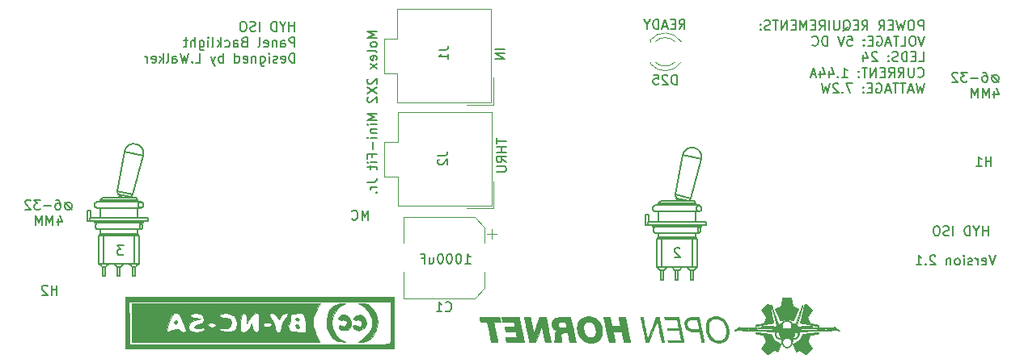
<source format=gbr>
%TF.GenerationSoftware,KiCad,Pcbnew,(5.1.10)-1*%
%TF.CreationDate,2021-10-30T22:23:43+11:00*%
%TF.ProjectId,HYD ISO Panel PCB V2,48594420-4953-44f2-9050-616e656c2050,rev?*%
%TF.SameCoordinates,Original*%
%TF.FileFunction,Legend,Bot*%
%TF.FilePolarity,Positive*%
%FSLAX46Y46*%
G04 Gerber Fmt 4.6, Leading zero omitted, Abs format (unit mm)*
G04 Created by KiCad (PCBNEW (5.1.10)-1) date 2021-10-30 22:23:43*
%MOMM*%
%LPD*%
G01*
G04 APERTURE LIST*
%ADD10C,0.150000*%
%ADD11C,0.120000*%
%ADD12C,0.010000*%
%ADD13C,0.200000*%
G04 APERTURE END LIST*
D10*
X169952380Y-70135714D02*
X169952380Y-70802380D01*
X170190476Y-69754761D02*
X170428571Y-70469047D01*
X169809523Y-70469047D01*
X169428571Y-70802380D02*
X169428571Y-69802380D01*
X169095238Y-70516666D01*
X168761904Y-69802380D01*
X168761904Y-70802380D01*
X168285714Y-70802380D02*
X168285714Y-69802380D01*
X167952380Y-70516666D01*
X167619047Y-69802380D01*
X167619047Y-70802380D01*
X71963489Y-83535714D02*
X71963489Y-84202380D01*
X72201585Y-83154761D02*
X72439680Y-83869047D01*
X71820632Y-83869047D01*
X71439680Y-84202380D02*
X71439680Y-83202380D01*
X71106347Y-83916666D01*
X70773013Y-83202380D01*
X70773013Y-84202380D01*
X70296823Y-84202380D02*
X70296823Y-83202380D01*
X69963489Y-83916666D01*
X69630156Y-83202380D01*
X69630156Y-84202380D01*
X169330333Y-85288380D02*
X169330333Y-84288380D01*
X169330333Y-84764571D02*
X168758904Y-84764571D01*
X168758904Y-85288380D02*
X168758904Y-84288380D01*
X168092238Y-84812190D02*
X168092238Y-85288380D01*
X168425571Y-84288380D02*
X168092238Y-84812190D01*
X167758904Y-84288380D01*
X167425571Y-85288380D02*
X167425571Y-84288380D01*
X167187476Y-84288380D01*
X167044619Y-84336000D01*
X166949380Y-84431238D01*
X166901761Y-84526476D01*
X166854142Y-84716952D01*
X166854142Y-84859809D01*
X166901761Y-85050285D01*
X166949380Y-85145523D01*
X167044619Y-85240761D01*
X167187476Y-85288380D01*
X167425571Y-85288380D01*
X165663666Y-85288380D02*
X165663666Y-84288380D01*
X165235095Y-85240761D02*
X165092238Y-85288380D01*
X164854142Y-85288380D01*
X164758904Y-85240761D01*
X164711285Y-85193142D01*
X164663666Y-85097904D01*
X164663666Y-85002666D01*
X164711285Y-84907428D01*
X164758904Y-84859809D01*
X164854142Y-84812190D01*
X165044619Y-84764571D01*
X165139857Y-84716952D01*
X165187476Y-84669333D01*
X165235095Y-84574095D01*
X165235095Y-84478857D01*
X165187476Y-84383619D01*
X165139857Y-84336000D01*
X165044619Y-84288380D01*
X164806523Y-84288380D01*
X164663666Y-84336000D01*
X164044619Y-84288380D02*
X163854142Y-84288380D01*
X163758904Y-84336000D01*
X163663666Y-84431238D01*
X163616047Y-84621714D01*
X163616047Y-84955047D01*
X163663666Y-85145523D01*
X163758904Y-85240761D01*
X163854142Y-85288380D01*
X164044619Y-85288380D01*
X164139857Y-85240761D01*
X164235095Y-85145523D01*
X164282714Y-84955047D01*
X164282714Y-84621714D01*
X164235095Y-84431238D01*
X164139857Y-84336000D01*
X164044619Y-84288380D01*
X96739404Y-63827380D02*
X96739404Y-62827380D01*
X96739404Y-63303571D02*
X96167976Y-63303571D01*
X96167976Y-63827380D02*
X96167976Y-62827380D01*
X95501309Y-63351190D02*
X95501309Y-63827380D01*
X95834642Y-62827380D02*
X95501309Y-63351190D01*
X95167976Y-62827380D01*
X94834642Y-63827380D02*
X94834642Y-62827380D01*
X94596547Y-62827380D01*
X94453690Y-62875000D01*
X94358452Y-62970238D01*
X94310833Y-63065476D01*
X94263214Y-63255952D01*
X94263214Y-63398809D01*
X94310833Y-63589285D01*
X94358452Y-63684523D01*
X94453690Y-63779761D01*
X94596547Y-63827380D01*
X94834642Y-63827380D01*
X93072738Y-63827380D02*
X93072738Y-62827380D01*
X92644166Y-63779761D02*
X92501309Y-63827380D01*
X92263214Y-63827380D01*
X92167976Y-63779761D01*
X92120357Y-63732142D01*
X92072738Y-63636904D01*
X92072738Y-63541666D01*
X92120357Y-63446428D01*
X92167976Y-63398809D01*
X92263214Y-63351190D01*
X92453690Y-63303571D01*
X92548928Y-63255952D01*
X92596547Y-63208333D01*
X92644166Y-63113095D01*
X92644166Y-63017857D01*
X92596547Y-62922619D01*
X92548928Y-62875000D01*
X92453690Y-62827380D01*
X92215595Y-62827380D01*
X92072738Y-62875000D01*
X91453690Y-62827380D02*
X91263214Y-62827380D01*
X91167976Y-62875000D01*
X91072738Y-62970238D01*
X91025119Y-63160714D01*
X91025119Y-63494047D01*
X91072738Y-63684523D01*
X91167976Y-63779761D01*
X91263214Y-63827380D01*
X91453690Y-63827380D01*
X91548928Y-63779761D01*
X91644166Y-63684523D01*
X91691785Y-63494047D01*
X91691785Y-63160714D01*
X91644166Y-62970238D01*
X91548928Y-62875000D01*
X91453690Y-62827380D01*
X96739404Y-65477380D02*
X96739404Y-64477380D01*
X96358452Y-64477380D01*
X96263214Y-64525000D01*
X96215595Y-64572619D01*
X96167976Y-64667857D01*
X96167976Y-64810714D01*
X96215595Y-64905952D01*
X96263214Y-64953571D01*
X96358452Y-65001190D01*
X96739404Y-65001190D01*
X95310833Y-65477380D02*
X95310833Y-64953571D01*
X95358452Y-64858333D01*
X95453690Y-64810714D01*
X95644166Y-64810714D01*
X95739404Y-64858333D01*
X95310833Y-65429761D02*
X95406071Y-65477380D01*
X95644166Y-65477380D01*
X95739404Y-65429761D01*
X95787023Y-65334523D01*
X95787023Y-65239285D01*
X95739404Y-65144047D01*
X95644166Y-65096428D01*
X95406071Y-65096428D01*
X95310833Y-65048809D01*
X94834642Y-64810714D02*
X94834642Y-65477380D01*
X94834642Y-64905952D02*
X94787023Y-64858333D01*
X94691785Y-64810714D01*
X94548928Y-64810714D01*
X94453690Y-64858333D01*
X94406071Y-64953571D01*
X94406071Y-65477380D01*
X93548928Y-65429761D02*
X93644166Y-65477380D01*
X93834642Y-65477380D01*
X93929880Y-65429761D01*
X93977500Y-65334523D01*
X93977500Y-64953571D01*
X93929880Y-64858333D01*
X93834642Y-64810714D01*
X93644166Y-64810714D01*
X93548928Y-64858333D01*
X93501309Y-64953571D01*
X93501309Y-65048809D01*
X93977500Y-65144047D01*
X92929880Y-65477380D02*
X93025119Y-65429761D01*
X93072738Y-65334523D01*
X93072738Y-64477380D01*
X91453690Y-64953571D02*
X91310833Y-65001190D01*
X91263214Y-65048809D01*
X91215595Y-65144047D01*
X91215595Y-65286904D01*
X91263214Y-65382142D01*
X91310833Y-65429761D01*
X91406071Y-65477380D01*
X91787023Y-65477380D01*
X91787023Y-64477380D01*
X91453690Y-64477380D01*
X91358452Y-64525000D01*
X91310833Y-64572619D01*
X91263214Y-64667857D01*
X91263214Y-64763095D01*
X91310833Y-64858333D01*
X91358452Y-64905952D01*
X91453690Y-64953571D01*
X91787023Y-64953571D01*
X90358452Y-65477380D02*
X90358452Y-64953571D01*
X90406071Y-64858333D01*
X90501309Y-64810714D01*
X90691785Y-64810714D01*
X90787023Y-64858333D01*
X90358452Y-65429761D02*
X90453690Y-65477380D01*
X90691785Y-65477380D01*
X90787023Y-65429761D01*
X90834642Y-65334523D01*
X90834642Y-65239285D01*
X90787023Y-65144047D01*
X90691785Y-65096428D01*
X90453690Y-65096428D01*
X90358452Y-65048809D01*
X89453690Y-65429761D02*
X89548928Y-65477380D01*
X89739404Y-65477380D01*
X89834642Y-65429761D01*
X89882261Y-65382142D01*
X89929880Y-65286904D01*
X89929880Y-65001190D01*
X89882261Y-64905952D01*
X89834642Y-64858333D01*
X89739404Y-64810714D01*
X89548928Y-64810714D01*
X89453690Y-64858333D01*
X89025119Y-65477380D02*
X89025119Y-64477380D01*
X88929880Y-65096428D02*
X88644166Y-65477380D01*
X88644166Y-64810714D02*
X89025119Y-65191666D01*
X88072738Y-65477380D02*
X88167976Y-65429761D01*
X88215595Y-65334523D01*
X88215595Y-64477380D01*
X87691785Y-65477380D02*
X87691785Y-64810714D01*
X87691785Y-64477380D02*
X87739404Y-64525000D01*
X87691785Y-64572619D01*
X87644166Y-64525000D01*
X87691785Y-64477380D01*
X87691785Y-64572619D01*
X86787023Y-64810714D02*
X86787023Y-65620238D01*
X86834642Y-65715476D01*
X86882261Y-65763095D01*
X86977499Y-65810714D01*
X87120357Y-65810714D01*
X87215595Y-65763095D01*
X86787023Y-65429761D02*
X86882261Y-65477380D01*
X87072738Y-65477380D01*
X87167976Y-65429761D01*
X87215595Y-65382142D01*
X87263214Y-65286904D01*
X87263214Y-65001190D01*
X87215595Y-64905952D01*
X87167976Y-64858333D01*
X87072738Y-64810714D01*
X86882261Y-64810714D01*
X86787023Y-64858333D01*
X86310833Y-65477380D02*
X86310833Y-64477380D01*
X85882261Y-65477380D02*
X85882261Y-64953571D01*
X85929880Y-64858333D01*
X86025119Y-64810714D01*
X86167976Y-64810714D01*
X86263214Y-64858333D01*
X86310833Y-64905952D01*
X85548928Y-64810714D02*
X85167976Y-64810714D01*
X85406071Y-64477380D02*
X85406071Y-65334523D01*
X85358452Y-65429761D01*
X85263214Y-65477380D01*
X85167976Y-65477380D01*
X96739404Y-67127380D02*
X96739404Y-66127380D01*
X96501309Y-66127380D01*
X96358452Y-66175000D01*
X96263214Y-66270238D01*
X96215595Y-66365476D01*
X96167976Y-66555952D01*
X96167976Y-66698809D01*
X96215595Y-66889285D01*
X96263214Y-66984523D01*
X96358452Y-67079761D01*
X96501309Y-67127380D01*
X96739404Y-67127380D01*
X95358452Y-67079761D02*
X95453690Y-67127380D01*
X95644166Y-67127380D01*
X95739404Y-67079761D01*
X95787023Y-66984523D01*
X95787023Y-66603571D01*
X95739404Y-66508333D01*
X95644166Y-66460714D01*
X95453690Y-66460714D01*
X95358452Y-66508333D01*
X95310833Y-66603571D01*
X95310833Y-66698809D01*
X95787023Y-66794047D01*
X94929880Y-67079761D02*
X94834642Y-67127380D01*
X94644166Y-67127380D01*
X94548928Y-67079761D01*
X94501309Y-66984523D01*
X94501309Y-66936904D01*
X94548928Y-66841666D01*
X94644166Y-66794047D01*
X94787023Y-66794047D01*
X94882261Y-66746428D01*
X94929880Y-66651190D01*
X94929880Y-66603571D01*
X94882261Y-66508333D01*
X94787023Y-66460714D01*
X94644166Y-66460714D01*
X94548928Y-66508333D01*
X94072738Y-67127380D02*
X94072738Y-66460714D01*
X94072738Y-66127380D02*
X94120357Y-66175000D01*
X94072738Y-66222619D01*
X94025119Y-66175000D01*
X94072738Y-66127380D01*
X94072738Y-66222619D01*
X93167976Y-66460714D02*
X93167976Y-67270238D01*
X93215595Y-67365476D01*
X93263214Y-67413095D01*
X93358452Y-67460714D01*
X93501309Y-67460714D01*
X93596547Y-67413095D01*
X93167976Y-67079761D02*
X93263214Y-67127380D01*
X93453690Y-67127380D01*
X93548928Y-67079761D01*
X93596547Y-67032142D01*
X93644166Y-66936904D01*
X93644166Y-66651190D01*
X93596547Y-66555952D01*
X93548928Y-66508333D01*
X93453690Y-66460714D01*
X93263214Y-66460714D01*
X93167976Y-66508333D01*
X92691785Y-66460714D02*
X92691785Y-67127380D01*
X92691785Y-66555952D02*
X92644166Y-66508333D01*
X92548928Y-66460714D01*
X92406071Y-66460714D01*
X92310833Y-66508333D01*
X92263214Y-66603571D01*
X92263214Y-67127380D01*
X91406071Y-67079761D02*
X91501309Y-67127380D01*
X91691785Y-67127380D01*
X91787023Y-67079761D01*
X91834642Y-66984523D01*
X91834642Y-66603571D01*
X91787023Y-66508333D01*
X91691785Y-66460714D01*
X91501309Y-66460714D01*
X91406071Y-66508333D01*
X91358452Y-66603571D01*
X91358452Y-66698809D01*
X91834642Y-66794047D01*
X90501309Y-67127380D02*
X90501309Y-66127380D01*
X90501309Y-67079761D02*
X90596547Y-67127380D01*
X90787023Y-67127380D01*
X90882261Y-67079761D01*
X90929880Y-67032142D01*
X90977500Y-66936904D01*
X90977500Y-66651190D01*
X90929880Y-66555952D01*
X90882261Y-66508333D01*
X90787023Y-66460714D01*
X90596547Y-66460714D01*
X90501309Y-66508333D01*
X89263214Y-67127380D02*
X89263214Y-66127380D01*
X89263214Y-66508333D02*
X89167976Y-66460714D01*
X88977500Y-66460714D01*
X88882261Y-66508333D01*
X88834642Y-66555952D01*
X88787023Y-66651190D01*
X88787023Y-66936904D01*
X88834642Y-67032142D01*
X88882261Y-67079761D01*
X88977500Y-67127380D01*
X89167976Y-67127380D01*
X89263214Y-67079761D01*
X88453690Y-66460714D02*
X88215595Y-67127380D01*
X87977500Y-66460714D02*
X88215595Y-67127380D01*
X88310833Y-67365476D01*
X88358452Y-67413095D01*
X88453690Y-67460714D01*
X86358452Y-67127380D02*
X86834642Y-67127380D01*
X86834642Y-66127380D01*
X86025119Y-67032142D02*
X85977500Y-67079761D01*
X86025119Y-67127380D01*
X86072738Y-67079761D01*
X86025119Y-67032142D01*
X86025119Y-67127380D01*
X85644166Y-66127380D02*
X85406071Y-67127380D01*
X85215595Y-66413095D01*
X85025119Y-67127380D01*
X84787023Y-66127380D01*
X83977500Y-67127380D02*
X83977500Y-66603571D01*
X84025119Y-66508333D01*
X84120357Y-66460714D01*
X84310833Y-66460714D01*
X84406071Y-66508333D01*
X83977500Y-67079761D02*
X84072738Y-67127380D01*
X84310833Y-67127380D01*
X84406071Y-67079761D01*
X84453690Y-66984523D01*
X84453690Y-66889285D01*
X84406071Y-66794047D01*
X84310833Y-66746428D01*
X84072738Y-66746428D01*
X83977500Y-66698809D01*
X83358452Y-67127380D02*
X83453690Y-67079761D01*
X83501309Y-66984523D01*
X83501309Y-66127380D01*
X82977500Y-67127380D02*
X82977500Y-66127380D01*
X82882261Y-66746428D02*
X82596547Y-67127380D01*
X82596547Y-66460714D02*
X82977500Y-66841666D01*
X81787023Y-67079761D02*
X81882261Y-67127380D01*
X82072738Y-67127380D01*
X82167976Y-67079761D01*
X82215595Y-66984523D01*
X82215595Y-66603571D01*
X82167976Y-66508333D01*
X82072738Y-66460714D01*
X81882261Y-66460714D01*
X81787023Y-66508333D01*
X81739404Y-66603571D01*
X81739404Y-66698809D01*
X82215595Y-66794047D01*
X81310833Y-67127380D02*
X81310833Y-66460714D01*
X81310833Y-66651190D02*
X81263214Y-66555952D01*
X81215595Y-66508333D01*
X81120357Y-66460714D01*
X81025119Y-66460714D01*
X137064714Y-86669619D02*
X137017095Y-86622000D01*
X136921857Y-86574380D01*
X136683761Y-86574380D01*
X136588523Y-86622000D01*
X136540904Y-86669619D01*
X136493285Y-86764857D01*
X136493285Y-86860095D01*
X136540904Y-87002952D01*
X137112333Y-87574380D01*
X136493285Y-87574380D01*
X78819333Y-86320380D02*
X78200285Y-86320380D01*
X78533619Y-86701333D01*
X78390761Y-86701333D01*
X78295523Y-86748952D01*
X78247904Y-86796571D01*
X78200285Y-86891809D01*
X78200285Y-87129904D01*
X78247904Y-87225142D01*
X78295523Y-87272761D01*
X78390761Y-87320380D01*
X78676476Y-87320380D01*
X78771714Y-87272761D01*
X78819333Y-87225142D01*
X162566004Y-63703180D02*
X162566004Y-62703180D01*
X162185052Y-62703180D01*
X162089814Y-62750800D01*
X162042195Y-62798419D01*
X161994576Y-62893657D01*
X161994576Y-63036514D01*
X162042195Y-63131752D01*
X162089814Y-63179371D01*
X162185052Y-63226990D01*
X162566004Y-63226990D01*
X161375528Y-62703180D02*
X161185052Y-62703180D01*
X161089814Y-62750800D01*
X160994576Y-62846038D01*
X160946957Y-63036514D01*
X160946957Y-63369847D01*
X160994576Y-63560323D01*
X161089814Y-63655561D01*
X161185052Y-63703180D01*
X161375528Y-63703180D01*
X161470766Y-63655561D01*
X161566004Y-63560323D01*
X161613623Y-63369847D01*
X161613623Y-63036514D01*
X161566004Y-62846038D01*
X161470766Y-62750800D01*
X161375528Y-62703180D01*
X160613623Y-62703180D02*
X160375528Y-63703180D01*
X160185052Y-62988895D01*
X159994576Y-63703180D01*
X159756480Y-62703180D01*
X159375528Y-63179371D02*
X159042195Y-63179371D01*
X158899338Y-63703180D02*
X159375528Y-63703180D01*
X159375528Y-62703180D01*
X158899338Y-62703180D01*
X157899338Y-63703180D02*
X158232671Y-63226990D01*
X158470766Y-63703180D02*
X158470766Y-62703180D01*
X158089814Y-62703180D01*
X157994576Y-62750800D01*
X157946957Y-62798419D01*
X157899338Y-62893657D01*
X157899338Y-63036514D01*
X157946957Y-63131752D01*
X157994576Y-63179371D01*
X158089814Y-63226990D01*
X158470766Y-63226990D01*
X156137433Y-63703180D02*
X156470766Y-63226990D01*
X156708861Y-63703180D02*
X156708861Y-62703180D01*
X156327909Y-62703180D01*
X156232671Y-62750800D01*
X156185052Y-62798419D01*
X156137433Y-62893657D01*
X156137433Y-63036514D01*
X156185052Y-63131752D01*
X156232671Y-63179371D01*
X156327909Y-63226990D01*
X156708861Y-63226990D01*
X155708861Y-63179371D02*
X155375528Y-63179371D01*
X155232671Y-63703180D02*
X155708861Y-63703180D01*
X155708861Y-62703180D01*
X155232671Y-62703180D01*
X154137433Y-63798419D02*
X154232671Y-63750800D01*
X154327909Y-63655561D01*
X154470766Y-63512704D01*
X154566004Y-63465085D01*
X154661242Y-63465085D01*
X154613623Y-63703180D02*
X154708861Y-63655561D01*
X154804100Y-63560323D01*
X154851719Y-63369847D01*
X154851719Y-63036514D01*
X154804100Y-62846038D01*
X154708861Y-62750800D01*
X154613623Y-62703180D01*
X154423147Y-62703180D01*
X154327909Y-62750800D01*
X154232671Y-62846038D01*
X154185052Y-63036514D01*
X154185052Y-63369847D01*
X154232671Y-63560323D01*
X154327909Y-63655561D01*
X154423147Y-63703180D01*
X154613623Y-63703180D01*
X153756480Y-62703180D02*
X153756480Y-63512704D01*
X153708861Y-63607942D01*
X153661242Y-63655561D01*
X153566004Y-63703180D01*
X153375528Y-63703180D01*
X153280290Y-63655561D01*
X153232671Y-63607942D01*
X153185052Y-63512704D01*
X153185052Y-62703180D01*
X152708861Y-63703180D02*
X152708861Y-62703180D01*
X151661242Y-63703180D02*
X151994576Y-63226990D01*
X152232671Y-63703180D02*
X152232671Y-62703180D01*
X151851719Y-62703180D01*
X151756480Y-62750800D01*
X151708861Y-62798419D01*
X151661242Y-62893657D01*
X151661242Y-63036514D01*
X151708861Y-63131752D01*
X151756480Y-63179371D01*
X151851719Y-63226990D01*
X152232671Y-63226990D01*
X151232671Y-63179371D02*
X150899338Y-63179371D01*
X150756480Y-63703180D02*
X151232671Y-63703180D01*
X151232671Y-62703180D01*
X150756480Y-62703180D01*
X150327909Y-63703180D02*
X150327909Y-62703180D01*
X149994576Y-63417466D01*
X149661242Y-62703180D01*
X149661242Y-63703180D01*
X149185052Y-63179371D02*
X148851719Y-63179371D01*
X148708861Y-63703180D02*
X149185052Y-63703180D01*
X149185052Y-62703180D01*
X148708861Y-62703180D01*
X148280290Y-63703180D02*
X148280290Y-62703180D01*
X147708861Y-63703180D01*
X147708861Y-62703180D01*
X147375528Y-62703180D02*
X146804100Y-62703180D01*
X147089814Y-63703180D02*
X147089814Y-62703180D01*
X146518385Y-63655561D02*
X146375528Y-63703180D01*
X146137433Y-63703180D01*
X146042195Y-63655561D01*
X145994576Y-63607942D01*
X145946957Y-63512704D01*
X145946957Y-63417466D01*
X145994576Y-63322228D01*
X146042195Y-63274609D01*
X146137433Y-63226990D01*
X146327909Y-63179371D01*
X146423147Y-63131752D01*
X146470766Y-63084133D01*
X146518385Y-62988895D01*
X146518385Y-62893657D01*
X146470766Y-62798419D01*
X146423147Y-62750800D01*
X146327909Y-62703180D01*
X146089814Y-62703180D01*
X145946957Y-62750800D01*
X145518385Y-63607942D02*
X145470766Y-63655561D01*
X145518385Y-63703180D01*
X145566004Y-63655561D01*
X145518385Y-63607942D01*
X145518385Y-63703180D01*
X145518385Y-63084133D02*
X145470766Y-63131752D01*
X145518385Y-63179371D01*
X145566004Y-63131752D01*
X145518385Y-63084133D01*
X145518385Y-63179371D01*
X162708861Y-64353180D02*
X162375528Y-65353180D01*
X162042195Y-64353180D01*
X161518385Y-64353180D02*
X161327909Y-64353180D01*
X161232671Y-64400800D01*
X161137433Y-64496038D01*
X161089814Y-64686514D01*
X161089814Y-65019847D01*
X161137433Y-65210323D01*
X161232671Y-65305561D01*
X161327909Y-65353180D01*
X161518385Y-65353180D01*
X161613623Y-65305561D01*
X161708861Y-65210323D01*
X161756480Y-65019847D01*
X161756480Y-64686514D01*
X161708861Y-64496038D01*
X161613623Y-64400800D01*
X161518385Y-64353180D01*
X160185052Y-65353180D02*
X160661242Y-65353180D01*
X160661242Y-64353180D01*
X159994576Y-64353180D02*
X159423147Y-64353180D01*
X159708861Y-65353180D02*
X159708861Y-64353180D01*
X159137433Y-65067466D02*
X158661242Y-65067466D01*
X159232671Y-65353180D02*
X158899338Y-64353180D01*
X158566004Y-65353180D01*
X157708861Y-64400800D02*
X157804100Y-64353180D01*
X157946957Y-64353180D01*
X158089814Y-64400800D01*
X158185052Y-64496038D01*
X158232671Y-64591276D01*
X158280290Y-64781752D01*
X158280290Y-64924609D01*
X158232671Y-65115085D01*
X158185052Y-65210323D01*
X158089814Y-65305561D01*
X157946957Y-65353180D01*
X157851719Y-65353180D01*
X157708861Y-65305561D01*
X157661242Y-65257942D01*
X157661242Y-64924609D01*
X157851719Y-64924609D01*
X157232671Y-64829371D02*
X156899338Y-64829371D01*
X156756480Y-65353180D02*
X157232671Y-65353180D01*
X157232671Y-64353180D01*
X156756480Y-64353180D01*
X156327909Y-65257942D02*
X156280290Y-65305561D01*
X156327909Y-65353180D01*
X156375528Y-65305561D01*
X156327909Y-65257942D01*
X156327909Y-65353180D01*
X156327909Y-64734133D02*
X156280290Y-64781752D01*
X156327909Y-64829371D01*
X156375528Y-64781752D01*
X156327909Y-64734133D01*
X156327909Y-64829371D01*
X154613623Y-64353180D02*
X155089814Y-64353180D01*
X155137433Y-64829371D01*
X155089814Y-64781752D01*
X154994576Y-64734133D01*
X154756480Y-64734133D01*
X154661242Y-64781752D01*
X154613623Y-64829371D01*
X154566004Y-64924609D01*
X154566004Y-65162704D01*
X154613623Y-65257942D01*
X154661242Y-65305561D01*
X154756480Y-65353180D01*
X154994576Y-65353180D01*
X155089814Y-65305561D01*
X155137433Y-65257942D01*
X154280290Y-64353180D02*
X153946957Y-65353180D01*
X153613623Y-64353180D01*
X152518385Y-65353180D02*
X152518385Y-64353180D01*
X152280290Y-64353180D01*
X152137433Y-64400800D01*
X152042195Y-64496038D01*
X151994576Y-64591276D01*
X151946957Y-64781752D01*
X151946957Y-64924609D01*
X151994576Y-65115085D01*
X152042195Y-65210323D01*
X152137433Y-65305561D01*
X152280290Y-65353180D01*
X152518385Y-65353180D01*
X150946957Y-65257942D02*
X150994576Y-65305561D01*
X151137433Y-65353180D01*
X151232671Y-65353180D01*
X151375528Y-65305561D01*
X151470766Y-65210323D01*
X151518385Y-65115085D01*
X151566004Y-64924609D01*
X151566004Y-64781752D01*
X151518385Y-64591276D01*
X151470766Y-64496038D01*
X151375528Y-64400800D01*
X151232671Y-64353180D01*
X151137433Y-64353180D01*
X150994576Y-64400800D01*
X150946957Y-64448419D01*
X162089814Y-67003180D02*
X162566004Y-67003180D01*
X162566004Y-66003180D01*
X161756480Y-66479371D02*
X161423147Y-66479371D01*
X161280290Y-67003180D02*
X161756480Y-67003180D01*
X161756480Y-66003180D01*
X161280290Y-66003180D01*
X160851719Y-67003180D02*
X160851719Y-66003180D01*
X160613623Y-66003180D01*
X160470766Y-66050800D01*
X160375528Y-66146038D01*
X160327909Y-66241276D01*
X160280290Y-66431752D01*
X160280290Y-66574609D01*
X160327909Y-66765085D01*
X160375528Y-66860323D01*
X160470766Y-66955561D01*
X160613623Y-67003180D01*
X160851719Y-67003180D01*
X159899338Y-66955561D02*
X159756480Y-67003180D01*
X159518385Y-67003180D01*
X159423147Y-66955561D01*
X159375528Y-66907942D01*
X159327909Y-66812704D01*
X159327909Y-66717466D01*
X159375528Y-66622228D01*
X159423147Y-66574609D01*
X159518385Y-66526990D01*
X159708861Y-66479371D01*
X159804100Y-66431752D01*
X159851719Y-66384133D01*
X159899338Y-66288895D01*
X159899338Y-66193657D01*
X159851719Y-66098419D01*
X159804100Y-66050800D01*
X159708861Y-66003180D01*
X159470766Y-66003180D01*
X159327909Y-66050800D01*
X158899338Y-66907942D02*
X158851719Y-66955561D01*
X158899338Y-67003180D01*
X158946957Y-66955561D01*
X158899338Y-66907942D01*
X158899338Y-67003180D01*
X158899338Y-66384133D02*
X158851719Y-66431752D01*
X158899338Y-66479371D01*
X158946957Y-66431752D01*
X158899338Y-66384133D01*
X158899338Y-66479371D01*
X157708861Y-66098419D02*
X157661242Y-66050800D01*
X157566004Y-66003180D01*
X157327909Y-66003180D01*
X157232671Y-66050800D01*
X157185052Y-66098419D01*
X157137433Y-66193657D01*
X157137433Y-66288895D01*
X157185052Y-66431752D01*
X157756480Y-67003180D01*
X157137433Y-67003180D01*
X156280290Y-66336514D02*
X156280290Y-67003180D01*
X156518385Y-65955561D02*
X156756480Y-66669847D01*
X156137433Y-66669847D01*
X161994576Y-68557942D02*
X162042195Y-68605561D01*
X162185052Y-68653180D01*
X162280290Y-68653180D01*
X162423147Y-68605561D01*
X162518385Y-68510323D01*
X162566004Y-68415085D01*
X162613623Y-68224609D01*
X162613623Y-68081752D01*
X162566004Y-67891276D01*
X162518385Y-67796038D01*
X162423147Y-67700800D01*
X162280290Y-67653180D01*
X162185052Y-67653180D01*
X162042195Y-67700800D01*
X161994576Y-67748419D01*
X161566004Y-67653180D02*
X161566004Y-68462704D01*
X161518385Y-68557942D01*
X161470766Y-68605561D01*
X161375528Y-68653180D01*
X161185052Y-68653180D01*
X161089814Y-68605561D01*
X161042195Y-68557942D01*
X160994576Y-68462704D01*
X160994576Y-67653180D01*
X159946957Y-68653180D02*
X160280290Y-68176990D01*
X160518385Y-68653180D02*
X160518385Y-67653180D01*
X160137433Y-67653180D01*
X160042195Y-67700800D01*
X159994576Y-67748419D01*
X159946957Y-67843657D01*
X159946957Y-67986514D01*
X159994576Y-68081752D01*
X160042195Y-68129371D01*
X160137433Y-68176990D01*
X160518385Y-68176990D01*
X158946957Y-68653180D02*
X159280290Y-68176990D01*
X159518385Y-68653180D02*
X159518385Y-67653180D01*
X159137433Y-67653180D01*
X159042195Y-67700800D01*
X158994576Y-67748419D01*
X158946957Y-67843657D01*
X158946957Y-67986514D01*
X158994576Y-68081752D01*
X159042195Y-68129371D01*
X159137433Y-68176990D01*
X159518385Y-68176990D01*
X158518385Y-68129371D02*
X158185052Y-68129371D01*
X158042195Y-68653180D02*
X158518385Y-68653180D01*
X158518385Y-67653180D01*
X158042195Y-67653180D01*
X157613623Y-68653180D02*
X157613623Y-67653180D01*
X157042195Y-68653180D01*
X157042195Y-67653180D01*
X156708861Y-67653180D02*
X156137433Y-67653180D01*
X156423147Y-68653180D02*
X156423147Y-67653180D01*
X155804100Y-68557942D02*
X155756480Y-68605561D01*
X155804100Y-68653180D01*
X155851719Y-68605561D01*
X155804100Y-68557942D01*
X155804100Y-68653180D01*
X155804100Y-68034133D02*
X155756480Y-68081752D01*
X155804100Y-68129371D01*
X155851719Y-68081752D01*
X155804100Y-68034133D01*
X155804100Y-68129371D01*
X154042195Y-68653180D02*
X154613623Y-68653180D01*
X154327909Y-68653180D02*
X154327909Y-67653180D01*
X154423147Y-67796038D01*
X154518385Y-67891276D01*
X154613623Y-67938895D01*
X153613623Y-68557942D02*
X153566004Y-68605561D01*
X153613623Y-68653180D01*
X153661242Y-68605561D01*
X153613623Y-68557942D01*
X153613623Y-68653180D01*
X152708861Y-67986514D02*
X152708861Y-68653180D01*
X152946957Y-67605561D02*
X153185052Y-68319847D01*
X152566004Y-68319847D01*
X151756480Y-67986514D02*
X151756480Y-68653180D01*
X151994576Y-67605561D02*
X152232671Y-68319847D01*
X151613623Y-68319847D01*
X151280290Y-68367466D02*
X150804100Y-68367466D01*
X151375528Y-68653180D02*
X151042195Y-67653180D01*
X150708861Y-68653180D01*
X162661242Y-69303180D02*
X162423147Y-70303180D01*
X162232671Y-69588895D01*
X162042195Y-70303180D01*
X161804100Y-69303180D01*
X161470766Y-70017466D02*
X160994576Y-70017466D01*
X161566004Y-70303180D02*
X161232671Y-69303180D01*
X160899338Y-70303180D01*
X160708861Y-69303180D02*
X160137433Y-69303180D01*
X160423147Y-70303180D02*
X160423147Y-69303180D01*
X159946957Y-69303180D02*
X159375528Y-69303180D01*
X159661242Y-70303180D02*
X159661242Y-69303180D01*
X159089814Y-70017466D02*
X158613623Y-70017466D01*
X159185052Y-70303180D02*
X158851719Y-69303180D01*
X158518385Y-70303180D01*
X157661242Y-69350800D02*
X157756480Y-69303180D01*
X157899338Y-69303180D01*
X158042195Y-69350800D01*
X158137433Y-69446038D01*
X158185052Y-69541276D01*
X158232671Y-69731752D01*
X158232671Y-69874609D01*
X158185052Y-70065085D01*
X158137433Y-70160323D01*
X158042195Y-70255561D01*
X157899338Y-70303180D01*
X157804100Y-70303180D01*
X157661242Y-70255561D01*
X157613623Y-70207942D01*
X157613623Y-69874609D01*
X157804100Y-69874609D01*
X157185052Y-69779371D02*
X156851719Y-69779371D01*
X156708861Y-70303180D02*
X157185052Y-70303180D01*
X157185052Y-69303180D01*
X156708861Y-69303180D01*
X156280290Y-70207942D02*
X156232671Y-70255561D01*
X156280290Y-70303180D01*
X156327909Y-70255561D01*
X156280290Y-70207942D01*
X156280290Y-70303180D01*
X156280290Y-69684133D02*
X156232671Y-69731752D01*
X156280290Y-69779371D01*
X156327909Y-69731752D01*
X156280290Y-69684133D01*
X156280290Y-69779371D01*
X155137433Y-69303180D02*
X154470766Y-69303180D01*
X154899338Y-70303180D01*
X154089814Y-70207942D02*
X154042195Y-70255561D01*
X154089814Y-70303180D01*
X154137433Y-70255561D01*
X154089814Y-70207942D01*
X154089814Y-70303180D01*
X153661242Y-69398419D02*
X153613623Y-69350800D01*
X153518385Y-69303180D01*
X153280290Y-69303180D01*
X153185052Y-69350800D01*
X153137433Y-69398419D01*
X153089814Y-69493657D01*
X153089814Y-69588895D01*
X153137433Y-69731752D01*
X153708861Y-70303180D01*
X153089814Y-70303180D01*
X152756480Y-69303180D02*
X152518385Y-70303180D01*
X152327909Y-69588895D01*
X152137433Y-70303180D01*
X151899338Y-69303180D01*
X114573809Y-88202380D02*
X115145238Y-88202380D01*
X114859523Y-88202380D02*
X114859523Y-87202380D01*
X114954761Y-87345238D01*
X115050000Y-87440476D01*
X115145238Y-87488095D01*
X113954761Y-87202380D02*
X113859523Y-87202380D01*
X113764285Y-87250000D01*
X113716666Y-87297619D01*
X113669047Y-87392857D01*
X113621428Y-87583333D01*
X113621428Y-87821428D01*
X113669047Y-88011904D01*
X113716666Y-88107142D01*
X113764285Y-88154761D01*
X113859523Y-88202380D01*
X113954761Y-88202380D01*
X114050000Y-88154761D01*
X114097619Y-88107142D01*
X114145238Y-88011904D01*
X114192857Y-87821428D01*
X114192857Y-87583333D01*
X114145238Y-87392857D01*
X114097619Y-87297619D01*
X114050000Y-87250000D01*
X113954761Y-87202380D01*
X113002380Y-87202380D02*
X112907142Y-87202380D01*
X112811904Y-87250000D01*
X112764285Y-87297619D01*
X112716666Y-87392857D01*
X112669047Y-87583333D01*
X112669047Y-87821428D01*
X112716666Y-88011904D01*
X112764285Y-88107142D01*
X112811904Y-88154761D01*
X112907142Y-88202380D01*
X113002380Y-88202380D01*
X113097619Y-88154761D01*
X113145238Y-88107142D01*
X113192857Y-88011904D01*
X113240476Y-87821428D01*
X113240476Y-87583333D01*
X113192857Y-87392857D01*
X113145238Y-87297619D01*
X113097619Y-87250000D01*
X113002380Y-87202380D01*
X112050000Y-87202380D02*
X111954761Y-87202380D01*
X111859523Y-87250000D01*
X111811904Y-87297619D01*
X111764285Y-87392857D01*
X111716666Y-87583333D01*
X111716666Y-87821428D01*
X111764285Y-88011904D01*
X111811904Y-88107142D01*
X111859523Y-88154761D01*
X111954761Y-88202380D01*
X112050000Y-88202380D01*
X112145238Y-88154761D01*
X112192857Y-88107142D01*
X112240476Y-88011904D01*
X112288095Y-87821428D01*
X112288095Y-87583333D01*
X112240476Y-87392857D01*
X112192857Y-87297619D01*
X112145238Y-87250000D01*
X112050000Y-87202380D01*
X110859523Y-87535714D02*
X110859523Y-88202380D01*
X111288095Y-87535714D02*
X111288095Y-88059523D01*
X111240476Y-88154761D01*
X111145238Y-88202380D01*
X111002380Y-88202380D01*
X110907142Y-88154761D01*
X110859523Y-88107142D01*
X110050000Y-87678571D02*
X110383333Y-87678571D01*
X110383333Y-88202380D02*
X110383333Y-87202380D01*
X109907142Y-87202380D01*
X137000000Y-63602380D02*
X137333333Y-63126190D01*
X137571428Y-63602380D02*
X137571428Y-62602380D01*
X137190476Y-62602380D01*
X137095238Y-62650000D01*
X137047619Y-62697619D01*
X137000000Y-62792857D01*
X137000000Y-62935714D01*
X137047619Y-63030952D01*
X137095238Y-63078571D01*
X137190476Y-63126190D01*
X137571428Y-63126190D01*
X136571428Y-63078571D02*
X136238095Y-63078571D01*
X136095238Y-63602380D02*
X136571428Y-63602380D01*
X136571428Y-62602380D01*
X136095238Y-62602380D01*
X135714285Y-63316666D02*
X135238095Y-63316666D01*
X135809523Y-63602380D02*
X135476190Y-62602380D01*
X135142857Y-63602380D01*
X134809523Y-63602380D02*
X134809523Y-62602380D01*
X134571428Y-62602380D01*
X134428571Y-62650000D01*
X134333333Y-62745238D01*
X134285714Y-62840476D01*
X134238095Y-63030952D01*
X134238095Y-63173809D01*
X134285714Y-63364285D01*
X134333333Y-63459523D01*
X134428571Y-63554761D01*
X134571428Y-63602380D01*
X134809523Y-63602380D01*
X133619047Y-63126190D02*
X133619047Y-63602380D01*
X133952380Y-62602380D02*
X133619047Y-63126190D01*
X133285714Y-62602380D01*
X104465333Y-83637380D02*
X104465333Y-82637380D01*
X104132000Y-83351666D01*
X103798666Y-82637380D01*
X103798666Y-83637380D01*
X102751047Y-83542142D02*
X102798666Y-83589761D01*
X102941523Y-83637380D01*
X103036761Y-83637380D01*
X103179619Y-83589761D01*
X103274857Y-83494523D01*
X103322476Y-83399285D01*
X103370095Y-83208809D01*
X103370095Y-83065952D01*
X103322476Y-82875476D01*
X103274857Y-82780238D01*
X103179619Y-82685000D01*
X103036761Y-82637380D01*
X102941523Y-82637380D01*
X102798666Y-82685000D01*
X102751047Y-82732619D01*
X170090476Y-87352380D02*
X169757142Y-88352380D01*
X169423809Y-87352380D01*
X168709523Y-88304761D02*
X168804761Y-88352380D01*
X168995238Y-88352380D01*
X169090476Y-88304761D01*
X169138095Y-88209523D01*
X169138095Y-87828571D01*
X169090476Y-87733333D01*
X168995238Y-87685714D01*
X168804761Y-87685714D01*
X168709523Y-87733333D01*
X168661904Y-87828571D01*
X168661904Y-87923809D01*
X169138095Y-88019047D01*
X168233333Y-88352380D02*
X168233333Y-87685714D01*
X168233333Y-87876190D02*
X168185714Y-87780952D01*
X168138095Y-87733333D01*
X168042857Y-87685714D01*
X167947619Y-87685714D01*
X167661904Y-88304761D02*
X167566666Y-88352380D01*
X167376190Y-88352380D01*
X167280952Y-88304761D01*
X167233333Y-88209523D01*
X167233333Y-88161904D01*
X167280952Y-88066666D01*
X167376190Y-88019047D01*
X167519047Y-88019047D01*
X167614285Y-87971428D01*
X167661904Y-87876190D01*
X167661904Y-87828571D01*
X167614285Y-87733333D01*
X167519047Y-87685714D01*
X167376190Y-87685714D01*
X167280952Y-87733333D01*
X166804761Y-88352380D02*
X166804761Y-87685714D01*
X166804761Y-87352380D02*
X166852380Y-87400000D01*
X166804761Y-87447619D01*
X166757142Y-87400000D01*
X166804761Y-87352380D01*
X166804761Y-87447619D01*
X166185714Y-88352380D02*
X166280952Y-88304761D01*
X166328571Y-88257142D01*
X166376190Y-88161904D01*
X166376190Y-87876190D01*
X166328571Y-87780952D01*
X166280952Y-87733333D01*
X166185714Y-87685714D01*
X166042857Y-87685714D01*
X165947619Y-87733333D01*
X165900000Y-87780952D01*
X165852380Y-87876190D01*
X165852380Y-88161904D01*
X165900000Y-88257142D01*
X165947619Y-88304761D01*
X166042857Y-88352380D01*
X166185714Y-88352380D01*
X165423809Y-87685714D02*
X165423809Y-88352380D01*
X165423809Y-87780952D02*
X165376190Y-87733333D01*
X165280952Y-87685714D01*
X165138095Y-87685714D01*
X165042857Y-87733333D01*
X164995238Y-87828571D01*
X164995238Y-88352380D01*
X163804761Y-87447619D02*
X163757142Y-87400000D01*
X163661904Y-87352380D01*
X163423809Y-87352380D01*
X163328571Y-87400000D01*
X163280952Y-87447619D01*
X163233333Y-87542857D01*
X163233333Y-87638095D01*
X163280952Y-87780952D01*
X163852380Y-88352380D01*
X163233333Y-88352380D01*
X162804761Y-88257142D02*
X162757142Y-88304761D01*
X162804761Y-88352380D01*
X162852380Y-88304761D01*
X162804761Y-88257142D01*
X162804761Y-88352380D01*
X161804761Y-88352380D02*
X162376190Y-88352380D01*
X162090476Y-88352380D02*
X162090476Y-87352380D01*
X162185714Y-87495238D01*
X162280952Y-87590476D01*
X162376190Y-87638095D01*
X117902380Y-75066666D02*
X117902380Y-75638095D01*
X118902380Y-75352380D02*
X117902380Y-75352380D01*
X118902380Y-75971428D02*
X117902380Y-75971428D01*
X118378571Y-75971428D02*
X118378571Y-76542857D01*
X118902380Y-76542857D02*
X117902380Y-76542857D01*
X118902380Y-77590476D02*
X118426190Y-77257142D01*
X118902380Y-77019047D02*
X117902380Y-77019047D01*
X117902380Y-77400000D01*
X117950000Y-77495238D01*
X117997619Y-77542857D01*
X118092857Y-77590476D01*
X118235714Y-77590476D01*
X118330952Y-77542857D01*
X118378571Y-77495238D01*
X118426190Y-77400000D01*
X118426190Y-77019047D01*
X117902380Y-78019047D02*
X118711904Y-78019047D01*
X118807142Y-78066666D01*
X118854761Y-78114285D01*
X118902380Y-78209523D01*
X118902380Y-78400000D01*
X118854761Y-78495238D01*
X118807142Y-78542857D01*
X118711904Y-78590476D01*
X117902380Y-78590476D01*
X118702380Y-65701190D02*
X117702380Y-65701190D01*
X118702380Y-66177380D02*
X117702380Y-66177380D01*
X118702380Y-66748809D01*
X117702380Y-66748809D01*
X105352380Y-63872619D02*
X104352380Y-63872619D01*
X105066666Y-64205952D01*
X104352380Y-64539285D01*
X105352380Y-64539285D01*
X105352380Y-65158333D02*
X105304761Y-65063095D01*
X105257142Y-65015476D01*
X105161904Y-64967857D01*
X104876190Y-64967857D01*
X104780952Y-65015476D01*
X104733333Y-65063095D01*
X104685714Y-65158333D01*
X104685714Y-65301190D01*
X104733333Y-65396428D01*
X104780952Y-65444047D01*
X104876190Y-65491666D01*
X105161904Y-65491666D01*
X105257142Y-65444047D01*
X105304761Y-65396428D01*
X105352380Y-65301190D01*
X105352380Y-65158333D01*
X105352380Y-66063095D02*
X105304761Y-65967857D01*
X105209523Y-65920238D01*
X104352380Y-65920238D01*
X105304761Y-66825000D02*
X105352380Y-66729761D01*
X105352380Y-66539285D01*
X105304761Y-66444047D01*
X105209523Y-66396428D01*
X104828571Y-66396428D01*
X104733333Y-66444047D01*
X104685714Y-66539285D01*
X104685714Y-66729761D01*
X104733333Y-66825000D01*
X104828571Y-66872619D01*
X104923809Y-66872619D01*
X105019047Y-66396428D01*
X105352380Y-67205952D02*
X104685714Y-67729761D01*
X104685714Y-67205952D02*
X105352380Y-67729761D01*
X104447619Y-68825000D02*
X104400000Y-68872619D01*
X104352380Y-68967857D01*
X104352380Y-69205952D01*
X104400000Y-69301190D01*
X104447619Y-69348809D01*
X104542857Y-69396428D01*
X104638095Y-69396428D01*
X104780952Y-69348809D01*
X105352380Y-68777380D01*
X105352380Y-69396428D01*
X104352380Y-69729761D02*
X105352380Y-70396428D01*
X104352380Y-70396428D02*
X105352380Y-69729761D01*
X104447619Y-70729761D02*
X104400000Y-70777380D01*
X104352380Y-70872619D01*
X104352380Y-71110714D01*
X104400000Y-71205952D01*
X104447619Y-71253571D01*
X104542857Y-71301190D01*
X104638095Y-71301190D01*
X104780952Y-71253571D01*
X105352380Y-70682142D01*
X105352380Y-71301190D01*
X105352380Y-72491666D02*
X104352380Y-72491666D01*
X105066666Y-72825000D01*
X104352380Y-73158333D01*
X105352380Y-73158333D01*
X105352380Y-73634523D02*
X104685714Y-73634523D01*
X104352380Y-73634523D02*
X104400000Y-73586904D01*
X104447619Y-73634523D01*
X104400000Y-73682142D01*
X104352380Y-73634523D01*
X104447619Y-73634523D01*
X104685714Y-74110714D02*
X105352380Y-74110714D01*
X104780952Y-74110714D02*
X104733333Y-74158333D01*
X104685714Y-74253571D01*
X104685714Y-74396428D01*
X104733333Y-74491666D01*
X104828571Y-74539285D01*
X105352380Y-74539285D01*
X105352380Y-75015476D02*
X104685714Y-75015476D01*
X104352380Y-75015476D02*
X104400000Y-74967857D01*
X104447619Y-75015476D01*
X104400000Y-75063095D01*
X104352380Y-75015476D01*
X104447619Y-75015476D01*
X104971428Y-75491666D02*
X104971428Y-76253571D01*
X104828571Y-77063095D02*
X104828571Y-76729761D01*
X105352380Y-76729761D02*
X104352380Y-76729761D01*
X104352380Y-77205952D01*
X105352380Y-77586904D02*
X104685714Y-77586904D01*
X104352380Y-77586904D02*
X104400000Y-77539285D01*
X104447619Y-77586904D01*
X104400000Y-77634523D01*
X104352380Y-77586904D01*
X104447619Y-77586904D01*
X104685714Y-77920238D02*
X104685714Y-78301190D01*
X104352380Y-78063095D02*
X105209523Y-78063095D01*
X105304761Y-78110714D01*
X105352380Y-78205952D01*
X105352380Y-78301190D01*
X104352380Y-79682142D02*
X105066666Y-79682142D01*
X105209523Y-79634523D01*
X105304761Y-79539285D01*
X105352380Y-79396428D01*
X105352380Y-79301190D01*
X105352380Y-80158333D02*
X104685714Y-80158333D01*
X104876190Y-80158333D02*
X104780952Y-80205952D01*
X104733333Y-80253571D01*
X104685714Y-80348809D01*
X104685714Y-80444047D01*
X105257142Y-80777380D02*
X105304761Y-80825000D01*
X105352380Y-80777380D01*
X105304761Y-80729761D01*
X105257142Y-80777380D01*
X105352380Y-80777380D01*
D11*
%TO.C,J2*%
X117345800Y-77264840D02*
X117345800Y-82174840D01*
X117345800Y-82174840D02*
X107525800Y-82174840D01*
X107525800Y-82174840D02*
X107525800Y-79074840D01*
X107525800Y-79074840D02*
X106125800Y-79074840D01*
X106125800Y-79074840D02*
X106125800Y-77264840D01*
X117345800Y-77264840D02*
X117345800Y-72354840D01*
X117345800Y-72354840D02*
X107525800Y-72354840D01*
X107525800Y-72354840D02*
X107525800Y-75454840D01*
X107525800Y-75454840D02*
X106125800Y-75454840D01*
X106125800Y-75454840D02*
X106125800Y-77264840D01*
X117585800Y-79564840D02*
X117585800Y-82414840D01*
X117585800Y-82414840D02*
X114735800Y-82414840D01*
%TO.C,J1*%
X117328920Y-66420420D02*
X117328920Y-71330420D01*
X117328920Y-71330420D02*
X107508920Y-71330420D01*
X107508920Y-71330420D02*
X107508920Y-68230420D01*
X107508920Y-68230420D02*
X106108920Y-68230420D01*
X106108920Y-68230420D02*
X106108920Y-66420420D01*
X117328920Y-66420420D02*
X117328920Y-61510420D01*
X117328920Y-61510420D02*
X107508920Y-61510420D01*
X107508920Y-61510420D02*
X107508920Y-64610420D01*
X107508920Y-64610420D02*
X106108920Y-64610420D01*
X106108920Y-64610420D02*
X106108920Y-66420420D01*
X117568920Y-68720420D02*
X117568920Y-71570420D01*
X117568920Y-71570420D02*
X114718920Y-71570420D01*
D12*
%TO.C,G\u002A\u002A\u002A*%
G36*
X79070199Y-97091391D02*
G01*
X107161590Y-97091391D01*
X107161590Y-92213245D01*
X106825166Y-92213245D01*
X106825166Y-94371965D01*
X106816806Y-95192585D01*
X106793962Y-95888081D01*
X106759985Y-96391127D01*
X106718229Y-96634401D01*
X106712036Y-96643814D01*
X106530140Y-96660859D01*
X106037193Y-96676078D01*
X105258561Y-96689341D01*
X104219612Y-96700518D01*
X102945714Y-96709480D01*
X101462235Y-96716096D01*
X99794542Y-96720236D01*
X97968002Y-96721769D01*
X96007984Y-96720567D01*
X93939855Y-96716498D01*
X93044817Y-96713903D01*
X79490729Y-96670861D01*
X79443793Y-94442053D01*
X79396858Y-92213245D01*
X106825166Y-92213245D01*
X107161590Y-92213245D01*
X107161590Y-91708610D01*
X79070199Y-91708610D01*
X79070199Y-97091391D01*
G37*
X79070199Y-97091391D02*
X107161590Y-97091391D01*
X107161590Y-92213245D01*
X106825166Y-92213245D01*
X106825166Y-94371965D01*
X106816806Y-95192585D01*
X106793962Y-95888081D01*
X106759985Y-96391127D01*
X106718229Y-96634401D01*
X106712036Y-96643814D01*
X106530140Y-96660859D01*
X106037193Y-96676078D01*
X105258561Y-96689341D01*
X104219612Y-96700518D01*
X102945714Y-96709480D01*
X101462235Y-96716096D01*
X99794542Y-96720236D01*
X97968002Y-96721769D01*
X96007984Y-96720567D01*
X93939855Y-96716498D01*
X93044817Y-96713903D01*
X79490729Y-96670861D01*
X79443793Y-94442053D01*
X79396858Y-92213245D01*
X106825166Y-92213245D01*
X107161590Y-92213245D01*
X107161590Y-91708610D01*
X79070199Y-91708610D01*
X79070199Y-97091391D01*
G36*
X103982740Y-92765418D02*
G01*
X104556857Y-93325998D01*
X104858117Y-94015113D01*
X104862489Y-94759650D01*
X104753773Y-95111218D01*
X104417582Y-95640872D01*
X103959349Y-96061675D01*
X103933632Y-96077807D01*
X103376821Y-96417286D01*
X103908557Y-96417914D01*
X104413539Y-96304346D01*
X104858701Y-95921288D01*
X104861525Y-95917937D01*
X105312677Y-95148281D01*
X105444543Y-94328033D01*
X105257122Y-93512606D01*
X104861525Y-92882063D01*
X104402935Y-92490741D01*
X103925734Y-92381457D01*
X103411176Y-92381457D01*
X103982740Y-92765418D01*
G37*
X103982740Y-92765418D02*
X104556857Y-93325998D01*
X104858117Y-94015113D01*
X104862489Y-94759650D01*
X104753773Y-95111218D01*
X104417582Y-95640872D01*
X103959349Y-96061675D01*
X103933632Y-96077807D01*
X103376821Y-96417286D01*
X103908557Y-96417914D01*
X104413539Y-96304346D01*
X104858701Y-95921288D01*
X104861525Y-95917937D01*
X105312677Y-95148281D01*
X105444543Y-94328033D01*
X105257122Y-93512606D01*
X104861525Y-92882063D01*
X104402935Y-92490741D01*
X103925734Y-92381457D01*
X103411176Y-92381457D01*
X103982740Y-92765418D01*
G36*
X101447754Y-92420050D02*
G01*
X100883076Y-92607900D01*
X100470464Y-93024044D01*
X100209919Y-93597337D01*
X100101439Y-94256631D01*
X100145025Y-94930780D01*
X100340676Y-95548636D01*
X100688394Y-96039053D01*
X101188178Y-96330883D01*
X101447754Y-96377445D01*
X102031126Y-96420453D01*
X101570658Y-96162916D01*
X101014657Y-95680403D01*
X100698950Y-95042327D01*
X100623118Y-94328152D01*
X100786738Y-93617342D01*
X101189392Y-92989361D01*
X101589200Y-92656742D01*
X102031126Y-92374537D01*
X101447754Y-92420050D01*
G37*
X101447754Y-92420050D02*
X100883076Y-92607900D01*
X100470464Y-93024044D01*
X100209919Y-93597337D01*
X100101439Y-94256631D01*
X100145025Y-94930780D01*
X100340676Y-95548636D01*
X100688394Y-96039053D01*
X101188178Y-96330883D01*
X101447754Y-96377445D01*
X102031126Y-96420453D01*
X101570658Y-96162916D01*
X101014657Y-95680403D01*
X100698950Y-95042327D01*
X100623118Y-94328152D01*
X100786738Y-93617342D01*
X101189392Y-92989361D01*
X101589200Y-92656742D01*
X102031126Y-92374537D01*
X101447754Y-92420050D01*
G36*
X79743047Y-96418543D02*
G01*
X99378084Y-96418543D01*
X98969217Y-95619537D01*
X98898668Y-95409272D01*
X97926723Y-95409272D01*
X97259238Y-95409272D01*
X96758699Y-95384369D01*
X96374624Y-95322896D01*
X96325678Y-95307169D01*
X96115887Y-95085844D01*
X96064315Y-94757377D01*
X96197903Y-94502778D01*
X96205256Y-94498048D01*
X96287825Y-94283983D01*
X96271235Y-93991240D01*
X96277201Y-93659221D01*
X96488376Y-93516888D01*
X96055862Y-93516888D01*
X95958926Y-93725677D01*
X95730195Y-94054580D01*
X95723179Y-94063576D01*
X95481828Y-94517897D01*
X95390495Y-94946689D01*
X95322489Y-95297504D01*
X95088072Y-95408360D01*
X95050331Y-95409272D01*
X94794468Y-95319663D01*
X94711249Y-94998572D01*
X94710167Y-94946689D01*
X94636778Y-94624624D01*
X94373315Y-94624624D01*
X94258247Y-94799590D01*
X93981254Y-94883865D01*
X93635035Y-94810313D01*
X93413838Y-94622262D01*
X93409423Y-94610265D01*
X93497041Y-94450184D01*
X93858830Y-94400000D01*
X93031788Y-94400000D01*
X93018901Y-94964969D01*
X92963850Y-95270266D01*
X92842047Y-95392183D01*
X92706537Y-95409272D01*
X92433056Y-95285667D01*
X92320675Y-94946689D01*
X92260063Y-94484106D01*
X92030183Y-94946689D01*
X91708260Y-95327452D01*
X91398380Y-95409272D01*
X91173263Y-95387117D01*
X91059442Y-95267039D01*
X91027644Y-94968619D01*
X91043687Y-94531362D01*
X90676076Y-94531362D01*
X90588827Y-94980978D01*
X90382451Y-95231911D01*
X90013095Y-95346117D01*
X89550798Y-95363184D01*
X89129343Y-95293316D01*
X88882516Y-95146718D01*
X88868029Y-95116403D01*
X88875925Y-95096559D01*
X87319906Y-95096559D01*
X87200442Y-95297130D01*
X86944111Y-95385548D01*
X86520892Y-95407792D01*
X86078433Y-95370357D01*
X85807281Y-95292117D01*
X85370702Y-95292117D01*
X85315971Y-95392537D01*
X85139987Y-95409263D01*
X85123373Y-95409272D01*
X84851370Y-95338366D01*
X84789404Y-95241060D01*
X84654565Y-95101705D01*
X84331567Y-95087655D01*
X83942690Y-95194563D01*
X83785500Y-95276745D01*
X83472033Y-95406323D01*
X83346254Y-95279574D01*
X83406489Y-94887429D01*
X83609467Y-94321939D01*
X83893508Y-93728187D01*
X84148496Y-93435242D01*
X84294378Y-93390729D01*
X84488410Y-93404079D01*
X84631422Y-93488775D01*
X84771308Y-93711781D01*
X84955965Y-94140063D01*
X85112671Y-94534832D01*
X85303247Y-95031662D01*
X85370702Y-95292117D01*
X85807281Y-95292117D01*
X85764383Y-95279739D01*
X85708661Y-95231499D01*
X85636033Y-94838646D01*
X85825529Y-94453415D01*
X86216866Y-94179538D01*
X86343182Y-94139629D01*
X86892053Y-94004543D01*
X86345364Y-93939296D01*
X85918270Y-93813148D01*
X85786855Y-93625951D01*
X85947964Y-93458350D01*
X86366821Y-93390729D01*
X86884613Y-93494393D01*
X87194643Y-93750527D01*
X87279864Y-94076846D01*
X87123230Y-94391062D01*
X86707694Y-94610890D01*
X86623609Y-94630312D01*
X86287406Y-94752670D01*
X86222255Y-94909469D01*
X86224071Y-94912508D01*
X86459261Y-95013064D01*
X86823961Y-94985225D01*
X87194312Y-94966665D01*
X87319906Y-95096559D01*
X88875925Y-95096559D01*
X88921609Y-94981753D01*
X89244499Y-94996929D01*
X89284978Y-95004744D01*
X89764279Y-94981815D01*
X90062459Y-94735534D01*
X90072928Y-94652318D01*
X88490066Y-94652318D01*
X88343839Y-94855251D01*
X88069537Y-94904636D01*
X87731314Y-94816900D01*
X87649007Y-94652318D01*
X87795234Y-94449385D01*
X88069537Y-94400000D01*
X88407759Y-94487736D01*
X88490066Y-94652318D01*
X90072928Y-94652318D01*
X90113679Y-94328407D01*
X90090642Y-94239860D01*
X89915115Y-93990739D01*
X89541853Y-93899258D01*
X89389879Y-93895364D01*
X88969291Y-93846078D01*
X88864172Y-93696488D01*
X88867480Y-93685100D01*
X89084647Y-93496126D01*
X89486989Y-93421751D01*
X89942494Y-93464442D01*
X90319151Y-93626664D01*
X90356132Y-93657286D01*
X90597748Y-94044533D01*
X90676076Y-94531362D01*
X91043687Y-94531362D01*
X91046904Y-94443688D01*
X91101305Y-93861713D01*
X91202577Y-93545599D01*
X91373515Y-93425644D01*
X91380308Y-93424280D01*
X91592391Y-93478351D01*
X91700117Y-93786844D01*
X91717149Y-93927282D01*
X91771032Y-94484106D01*
X92069306Y-93937417D01*
X92379796Y-93537191D01*
X92699684Y-93390729D01*
X92885322Y-93428732D01*
X92985634Y-93593878D01*
X93025860Y-93962874D01*
X93031788Y-94400000D01*
X93858830Y-94400000D01*
X94266499Y-94458637D01*
X94373315Y-94624624D01*
X94636778Y-94624624D01*
X94602695Y-94475056D01*
X94377484Y-94063576D01*
X94107126Y-93668695D01*
X94080101Y-93459322D01*
X94293763Y-93391454D01*
X94337021Y-93390729D01*
X94648459Y-93522105D01*
X94854767Y-93745863D01*
X95076552Y-94100998D01*
X95325298Y-93745863D01*
X95580252Y-93502486D01*
X95855154Y-93386984D01*
X96035723Y-93435174D01*
X96055862Y-93516888D01*
X96488376Y-93516888D01*
X96522493Y-93493893D01*
X96613108Y-93468648D01*
X97109522Y-93406496D01*
X97430242Y-93418840D01*
X97656797Y-93485312D01*
X97783907Y-93659517D01*
X97848507Y-94026187D01*
X97876275Y-94442053D01*
X97926723Y-95409272D01*
X98898668Y-95409272D01*
X98672746Y-94735934D01*
X98705006Y-93862674D01*
X99067460Y-92967239D01*
X99090234Y-92928146D01*
X99412495Y-92381457D01*
X79743047Y-92381457D01*
X79743047Y-96418543D01*
G37*
X79743047Y-96418543D02*
X99378084Y-96418543D01*
X98969217Y-95619537D01*
X98898668Y-95409272D01*
X97926723Y-95409272D01*
X97259238Y-95409272D01*
X96758699Y-95384369D01*
X96374624Y-95322896D01*
X96325678Y-95307169D01*
X96115887Y-95085844D01*
X96064315Y-94757377D01*
X96197903Y-94502778D01*
X96205256Y-94498048D01*
X96287825Y-94283983D01*
X96271235Y-93991240D01*
X96277201Y-93659221D01*
X96488376Y-93516888D01*
X96055862Y-93516888D01*
X95958926Y-93725677D01*
X95730195Y-94054580D01*
X95723179Y-94063576D01*
X95481828Y-94517897D01*
X95390495Y-94946689D01*
X95322489Y-95297504D01*
X95088072Y-95408360D01*
X95050331Y-95409272D01*
X94794468Y-95319663D01*
X94711249Y-94998572D01*
X94710167Y-94946689D01*
X94636778Y-94624624D01*
X94373315Y-94624624D01*
X94258247Y-94799590D01*
X93981254Y-94883865D01*
X93635035Y-94810313D01*
X93413838Y-94622262D01*
X93409423Y-94610265D01*
X93497041Y-94450184D01*
X93858830Y-94400000D01*
X93031788Y-94400000D01*
X93018901Y-94964969D01*
X92963850Y-95270266D01*
X92842047Y-95392183D01*
X92706537Y-95409272D01*
X92433056Y-95285667D01*
X92320675Y-94946689D01*
X92260063Y-94484106D01*
X92030183Y-94946689D01*
X91708260Y-95327452D01*
X91398380Y-95409272D01*
X91173263Y-95387117D01*
X91059442Y-95267039D01*
X91027644Y-94968619D01*
X91043687Y-94531362D01*
X90676076Y-94531362D01*
X90588827Y-94980978D01*
X90382451Y-95231911D01*
X90013095Y-95346117D01*
X89550798Y-95363184D01*
X89129343Y-95293316D01*
X88882516Y-95146718D01*
X88868029Y-95116403D01*
X88875925Y-95096559D01*
X87319906Y-95096559D01*
X87200442Y-95297130D01*
X86944111Y-95385548D01*
X86520892Y-95407792D01*
X86078433Y-95370357D01*
X85807281Y-95292117D01*
X85370702Y-95292117D01*
X85315971Y-95392537D01*
X85139987Y-95409263D01*
X85123373Y-95409272D01*
X84851370Y-95338366D01*
X84789404Y-95241060D01*
X84654565Y-95101705D01*
X84331567Y-95087655D01*
X83942690Y-95194563D01*
X83785500Y-95276745D01*
X83472033Y-95406323D01*
X83346254Y-95279574D01*
X83406489Y-94887429D01*
X83609467Y-94321939D01*
X83893508Y-93728187D01*
X84148496Y-93435242D01*
X84294378Y-93390729D01*
X84488410Y-93404079D01*
X84631422Y-93488775D01*
X84771308Y-93711781D01*
X84955965Y-94140063D01*
X85112671Y-94534832D01*
X85303247Y-95031662D01*
X85370702Y-95292117D01*
X85807281Y-95292117D01*
X85764383Y-95279739D01*
X85708661Y-95231499D01*
X85636033Y-94838646D01*
X85825529Y-94453415D01*
X86216866Y-94179538D01*
X86343182Y-94139629D01*
X86892053Y-94004543D01*
X86345364Y-93939296D01*
X85918270Y-93813148D01*
X85786855Y-93625951D01*
X85947964Y-93458350D01*
X86366821Y-93390729D01*
X86884613Y-93494393D01*
X87194643Y-93750527D01*
X87279864Y-94076846D01*
X87123230Y-94391062D01*
X86707694Y-94610890D01*
X86623609Y-94630312D01*
X86287406Y-94752670D01*
X86222255Y-94909469D01*
X86224071Y-94912508D01*
X86459261Y-95013064D01*
X86823961Y-94985225D01*
X87194312Y-94966665D01*
X87319906Y-95096559D01*
X88875925Y-95096559D01*
X88921609Y-94981753D01*
X89244499Y-94996929D01*
X89284978Y-95004744D01*
X89764279Y-94981815D01*
X90062459Y-94735534D01*
X90072928Y-94652318D01*
X88490066Y-94652318D01*
X88343839Y-94855251D01*
X88069537Y-94904636D01*
X87731314Y-94816900D01*
X87649007Y-94652318D01*
X87795234Y-94449385D01*
X88069537Y-94400000D01*
X88407759Y-94487736D01*
X88490066Y-94652318D01*
X90072928Y-94652318D01*
X90113679Y-94328407D01*
X90090642Y-94239860D01*
X89915115Y-93990739D01*
X89541853Y-93899258D01*
X89389879Y-93895364D01*
X88969291Y-93846078D01*
X88864172Y-93696488D01*
X88867480Y-93685100D01*
X89084647Y-93496126D01*
X89486989Y-93421751D01*
X89942494Y-93464442D01*
X90319151Y-93626664D01*
X90356132Y-93657286D01*
X90597748Y-94044533D01*
X90676076Y-94531362D01*
X91043687Y-94531362D01*
X91046904Y-94443688D01*
X91101305Y-93861713D01*
X91202577Y-93545599D01*
X91373515Y-93425644D01*
X91380308Y-93424280D01*
X91592391Y-93478351D01*
X91700117Y-93786844D01*
X91717149Y-93927282D01*
X91771032Y-94484106D01*
X92069306Y-93937417D01*
X92379796Y-93537191D01*
X92699684Y-93390729D01*
X92885322Y-93428732D01*
X92985634Y-93593878D01*
X93025860Y-93962874D01*
X93031788Y-94400000D01*
X93858830Y-94400000D01*
X94266499Y-94458637D01*
X94373315Y-94624624D01*
X94636778Y-94624624D01*
X94602695Y-94475056D01*
X94377484Y-94063576D01*
X94107126Y-93668695D01*
X94080101Y-93459322D01*
X94293763Y-93391454D01*
X94337021Y-93390729D01*
X94648459Y-93522105D01*
X94854767Y-93745863D01*
X95076552Y-94100998D01*
X95325298Y-93745863D01*
X95580252Y-93502486D01*
X95855154Y-93386984D01*
X96035723Y-93435174D01*
X96055862Y-93516888D01*
X96488376Y-93516888D01*
X96522493Y-93493893D01*
X96613108Y-93468648D01*
X97109522Y-93406496D01*
X97430242Y-93418840D01*
X97656797Y-93485312D01*
X97783907Y-93659517D01*
X97848507Y-94026187D01*
X97876275Y-94442053D01*
X97926723Y-95409272D01*
X98898668Y-95409272D01*
X98672746Y-94735934D01*
X98705006Y-93862674D01*
X99067460Y-92967239D01*
X99090234Y-92928146D01*
X99412495Y-92381457D01*
X79743047Y-92381457D01*
X79743047Y-96418543D01*
G36*
X103324240Y-93647984D02*
G01*
X103198441Y-93701179D01*
X102907983Y-93912090D01*
X102896884Y-94087909D01*
X103145306Y-94140257D01*
X103290839Y-94112806D01*
X103618401Y-94148082D01*
X103726107Y-94288755D01*
X103761779Y-94647065D01*
X103575165Y-94805238D01*
X103292715Y-94736424D01*
X102995532Y-94677750D01*
X102826598Y-94796200D01*
X102869713Y-94998228D01*
X102976794Y-95089079D01*
X103474686Y-95230677D01*
X103946370Y-95057063D01*
X104037654Y-94976727D01*
X104279718Y-94544447D01*
X104195514Y-94093046D01*
X103964880Y-93810640D01*
X103652588Y-93607805D01*
X103324240Y-93647984D01*
G37*
X103324240Y-93647984D02*
X103198441Y-93701179D01*
X102907983Y-93912090D01*
X102896884Y-94087909D01*
X103145306Y-94140257D01*
X103290839Y-94112806D01*
X103618401Y-94148082D01*
X103726107Y-94288755D01*
X103761779Y-94647065D01*
X103575165Y-94805238D01*
X103292715Y-94736424D01*
X102995532Y-94677750D01*
X102826598Y-94796200D01*
X102869713Y-94998228D01*
X102976794Y-95089079D01*
X103474686Y-95230677D01*
X103946370Y-95057063D01*
X104037654Y-94976727D01*
X104279718Y-94544447D01*
X104195514Y-94093046D01*
X103964880Y-93810640D01*
X103652588Y-93607805D01*
X103324240Y-93647984D01*
G36*
X101659541Y-93610711D02*
G01*
X101462887Y-93710922D01*
X101311923Y-93918912D01*
X101418230Y-94091362D01*
X101708847Y-94128492D01*
X101759991Y-94117236D01*
X102096354Y-94143754D01*
X102226763Y-94370082D01*
X102107395Y-94661761D01*
X101864811Y-94813551D01*
X101687360Y-94730330D01*
X101454981Y-94647448D01*
X101351703Y-94747063D01*
X101348801Y-94977771D01*
X101574607Y-95149774D01*
X101922060Y-95225295D01*
X102284096Y-95166559D01*
X102386931Y-95112325D01*
X102661880Y-94756606D01*
X102683476Y-94303970D01*
X102460260Y-93903969D01*
X102047636Y-93606697D01*
X101659541Y-93610711D01*
G37*
X101659541Y-93610711D02*
X101462887Y-93710922D01*
X101311923Y-93918912D01*
X101418230Y-94091362D01*
X101708847Y-94128492D01*
X101759991Y-94117236D01*
X102096354Y-94143754D01*
X102226763Y-94370082D01*
X102107395Y-94661761D01*
X101864811Y-94813551D01*
X101687360Y-94730330D01*
X101454981Y-94647448D01*
X101351703Y-94747063D01*
X101348801Y-94977771D01*
X101574607Y-95149774D01*
X101922060Y-95225295D01*
X102284096Y-95166559D01*
X102386931Y-95112325D01*
X102661880Y-94756606D01*
X102683476Y-94303970D01*
X102460260Y-93903969D01*
X102047636Y-93606697D01*
X101659541Y-93610711D01*
G36*
X96774567Y-94666017D02*
G01*
X96770999Y-94767964D01*
X96938428Y-94990099D01*
X97139991Y-95018342D01*
X97237086Y-94834548D01*
X97101650Y-94602828D01*
X96970751Y-94568212D01*
X96774567Y-94666017D01*
G37*
X96774567Y-94666017D02*
X96770999Y-94767964D01*
X96938428Y-94990099D01*
X97139991Y-95018342D01*
X97237086Y-94834548D01*
X97101650Y-94602828D01*
X96970751Y-94568212D01*
X96774567Y-94666017D01*
G36*
X96800732Y-93976912D02*
G01*
X96816556Y-94063576D01*
X97031608Y-94225372D01*
X97078802Y-94231788D01*
X97232556Y-94103486D01*
X97237086Y-94063576D01*
X97100168Y-93915951D01*
X96974841Y-93895364D01*
X96800732Y-93976912D01*
G37*
X96800732Y-93976912D02*
X96816556Y-94063576D01*
X97031608Y-94225372D01*
X97078802Y-94231788D01*
X97232556Y-94103486D01*
X97237086Y-94063576D01*
X97100168Y-93915951D01*
X96974841Y-93895364D01*
X96800732Y-93976912D01*
G36*
X84284768Y-94147682D02*
G01*
X84122973Y-94362734D01*
X84116556Y-94409928D01*
X84244859Y-94563682D01*
X84284768Y-94568212D01*
X84432393Y-94431294D01*
X84452980Y-94305967D01*
X84371433Y-94131858D01*
X84284768Y-94147682D01*
G37*
X84284768Y-94147682D02*
X84122973Y-94362734D01*
X84116556Y-94409928D01*
X84244859Y-94563682D01*
X84284768Y-94568212D01*
X84432393Y-94431294D01*
X84452980Y-94305967D01*
X84371433Y-94131858D01*
X84284768Y-94147682D01*
%TO.C,G3*%
G36*
X148278369Y-91803200D02*
G01*
X148257688Y-91803200D01*
X148187855Y-91803208D01*
X148125993Y-91803239D01*
X148071606Y-91803300D01*
X148024199Y-91803399D01*
X147983276Y-91803545D01*
X147948342Y-91803745D01*
X147918900Y-91804007D01*
X147894455Y-91804340D01*
X147874511Y-91804750D01*
X147858573Y-91805247D01*
X147846145Y-91805838D01*
X147836732Y-91806531D01*
X147829837Y-91807334D01*
X147824965Y-91808255D01*
X147821620Y-91809302D01*
X147819689Y-91810249D01*
X147809710Y-91818377D01*
X147803222Y-91827247D01*
X147801830Y-91832723D01*
X147799010Y-91845952D01*
X147794871Y-91866365D01*
X147789524Y-91893389D01*
X147783079Y-91926454D01*
X147775646Y-91964987D01*
X147767334Y-92008417D01*
X147758253Y-92056174D01*
X147748514Y-92107685D01*
X147738226Y-92162379D01*
X147727499Y-92219684D01*
X147720218Y-92258738D01*
X147709244Y-92317492D01*
X147698613Y-92374035D01*
X147688434Y-92427792D01*
X147678822Y-92478190D01*
X147669887Y-92524656D01*
X147661741Y-92566614D01*
X147654496Y-92603491D01*
X147648264Y-92634714D01*
X147643156Y-92659708D01*
X147639285Y-92677901D01*
X147636762Y-92688717D01*
X147635893Y-92691531D01*
X147628192Y-92702974D01*
X147620110Y-92711867D01*
X147615099Y-92714525D01*
X147602996Y-92720066D01*
X147584550Y-92728179D01*
X147560513Y-92738553D01*
X147531633Y-92750877D01*
X147498659Y-92764840D01*
X147462342Y-92780132D01*
X147423430Y-92796441D01*
X147382674Y-92813456D01*
X147340823Y-92830867D01*
X147298627Y-92848362D01*
X147256835Y-92865630D01*
X147216196Y-92882362D01*
X147177461Y-92898244D01*
X147141379Y-92912968D01*
X147108699Y-92926221D01*
X147080172Y-92937693D01*
X147056546Y-92947073D01*
X147038571Y-92954050D01*
X147026997Y-92958313D01*
X147023134Y-92959510D01*
X147022729Y-92960948D01*
X147023608Y-92965046D01*
X147025905Y-92972115D01*
X147029757Y-92982469D01*
X147035300Y-92996418D01*
X147042668Y-93014276D01*
X147051999Y-93036355D01*
X147063428Y-93062968D01*
X147077089Y-93094425D01*
X147093121Y-93131041D01*
X147111657Y-93173127D01*
X147132834Y-93220995D01*
X147156787Y-93274958D01*
X147183653Y-93335328D01*
X147213567Y-93402418D01*
X147246664Y-93476539D01*
X147283081Y-93558005D01*
X147290616Y-93574849D01*
X147321196Y-93643203D01*
X147350867Y-93709495D01*
X147379441Y-93773311D01*
X147406733Y-93834234D01*
X147432554Y-93891847D01*
X147456719Y-93945736D01*
X147479040Y-93995484D01*
X147499331Y-94040675D01*
X147517405Y-94080892D01*
X147533075Y-94115721D01*
X147546155Y-94144745D01*
X147556457Y-94167547D01*
X147563796Y-94183713D01*
X147567983Y-94192825D01*
X147568918Y-94194755D01*
X147571548Y-94196791D01*
X147576824Y-94197206D01*
X147585943Y-94195775D01*
X147600101Y-94192272D01*
X147620495Y-94186472D01*
X147633753Y-94182536D01*
X147694596Y-94165097D01*
X147759792Y-94147808D01*
X147827218Y-94131163D01*
X147894751Y-94115653D01*
X147960266Y-94101770D01*
X148021641Y-94090004D01*
X148065266Y-94082616D01*
X148090675Y-94079511D01*
X148122841Y-94076971D01*
X148160073Y-94075018D01*
X148200680Y-94073671D01*
X148242971Y-94072951D01*
X148285253Y-94072879D01*
X148325837Y-94073476D01*
X148363029Y-94074762D01*
X148395140Y-94076758D01*
X148411909Y-94078379D01*
X148460418Y-94084963D01*
X148515219Y-94094129D01*
X148574665Y-94105518D01*
X148637109Y-94118768D01*
X148700905Y-94133518D01*
X148764405Y-94149407D01*
X148825964Y-94166074D01*
X148868709Y-94178519D01*
X148891595Y-94185347D01*
X148911629Y-94191215D01*
X148927418Y-94195723D01*
X148937572Y-94198475D01*
X148940676Y-94199144D01*
X148942674Y-94195318D01*
X148947870Y-94184141D01*
X148956081Y-94166026D01*
X148967125Y-94141386D01*
X148980820Y-94110633D01*
X148996984Y-94074181D01*
X149015436Y-94032441D01*
X149035992Y-93985826D01*
X149058472Y-93934749D01*
X149082692Y-93879622D01*
X149108472Y-93820858D01*
X149135629Y-93758870D01*
X149163980Y-93694071D01*
X149193345Y-93626872D01*
X149212500Y-93582992D01*
X149242422Y-93514407D01*
X149271423Y-93447901D01*
X149299323Y-93383892D01*
X149325940Y-93322796D01*
X149351093Y-93265030D01*
X149374601Y-93211010D01*
X149396283Y-93161155D01*
X149415958Y-93115879D01*
X149433444Y-93075600D01*
X149448561Y-93040735D01*
X149461127Y-93011701D01*
X149470962Y-92988913D01*
X149477884Y-92972789D01*
X149481712Y-92963746D01*
X149482453Y-92961873D01*
X149478807Y-92959322D01*
X149467662Y-92953798D01*
X149449386Y-92945459D01*
X149424346Y-92934463D01*
X149392912Y-92920967D01*
X149355449Y-92905129D01*
X149312328Y-92887107D01*
X149263914Y-92867057D01*
X149210576Y-92845139D01*
X149198965Y-92840387D01*
X149152089Y-92821172D01*
X149107270Y-92802712D01*
X149065162Y-92785281D01*
X149026420Y-92769155D01*
X148991697Y-92754609D01*
X148961647Y-92741917D01*
X148936924Y-92731355D01*
X148918183Y-92723196D01*
X148906076Y-92717716D01*
X148901495Y-92715373D01*
X148890657Y-92705466D01*
X148881664Y-92693028D01*
X148881158Y-92692068D01*
X148879185Y-92685543D01*
X148875795Y-92671080D01*
X148871065Y-92649076D01*
X148865072Y-92619927D01*
X148857894Y-92584029D01*
X148849609Y-92541779D01*
X148840295Y-92493573D01*
X148830030Y-92439806D01*
X148818890Y-92380876D01*
X148806954Y-92317178D01*
X148795322Y-92254623D01*
X148784406Y-92195864D01*
X148773860Y-92139373D01*
X148763791Y-92085718D01*
X148754309Y-92035466D01*
X148745522Y-91989183D01*
X148737539Y-91947436D01*
X148730469Y-91910794D01*
X148724421Y-91879823D01*
X148719502Y-91855090D01*
X148715823Y-91837162D01*
X148713492Y-91826606D01*
X148712730Y-91823925D01*
X148711001Y-91820613D01*
X148709239Y-91817674D01*
X148706957Y-91815085D01*
X148703666Y-91812825D01*
X148698879Y-91810871D01*
X148692107Y-91809200D01*
X148682863Y-91807791D01*
X148670657Y-91806621D01*
X148655003Y-91805669D01*
X148635411Y-91804911D01*
X148611394Y-91804327D01*
X148582464Y-91803892D01*
X148548133Y-91803586D01*
X148507911Y-91803385D01*
X148461313Y-91803269D01*
X148407848Y-91803214D01*
X148347030Y-91803199D01*
X148278369Y-91803200D01*
G37*
X148278369Y-91803200D02*
X148257688Y-91803200D01*
X148187855Y-91803208D01*
X148125993Y-91803239D01*
X148071606Y-91803300D01*
X148024199Y-91803399D01*
X147983276Y-91803545D01*
X147948342Y-91803745D01*
X147918900Y-91804007D01*
X147894455Y-91804340D01*
X147874511Y-91804750D01*
X147858573Y-91805247D01*
X147846145Y-91805838D01*
X147836732Y-91806531D01*
X147829837Y-91807334D01*
X147824965Y-91808255D01*
X147821620Y-91809302D01*
X147819689Y-91810249D01*
X147809710Y-91818377D01*
X147803222Y-91827247D01*
X147801830Y-91832723D01*
X147799010Y-91845952D01*
X147794871Y-91866365D01*
X147789524Y-91893389D01*
X147783079Y-91926454D01*
X147775646Y-91964987D01*
X147767334Y-92008417D01*
X147758253Y-92056174D01*
X147748514Y-92107685D01*
X147738226Y-92162379D01*
X147727499Y-92219684D01*
X147720218Y-92258738D01*
X147709244Y-92317492D01*
X147698613Y-92374035D01*
X147688434Y-92427792D01*
X147678822Y-92478190D01*
X147669887Y-92524656D01*
X147661741Y-92566614D01*
X147654496Y-92603491D01*
X147648264Y-92634714D01*
X147643156Y-92659708D01*
X147639285Y-92677901D01*
X147636762Y-92688717D01*
X147635893Y-92691531D01*
X147628192Y-92702974D01*
X147620110Y-92711867D01*
X147615099Y-92714525D01*
X147602996Y-92720066D01*
X147584550Y-92728179D01*
X147560513Y-92738553D01*
X147531633Y-92750877D01*
X147498659Y-92764840D01*
X147462342Y-92780132D01*
X147423430Y-92796441D01*
X147382674Y-92813456D01*
X147340823Y-92830867D01*
X147298627Y-92848362D01*
X147256835Y-92865630D01*
X147216196Y-92882362D01*
X147177461Y-92898244D01*
X147141379Y-92912968D01*
X147108699Y-92926221D01*
X147080172Y-92937693D01*
X147056546Y-92947073D01*
X147038571Y-92954050D01*
X147026997Y-92958313D01*
X147023134Y-92959510D01*
X147022729Y-92960948D01*
X147023608Y-92965046D01*
X147025905Y-92972115D01*
X147029757Y-92982469D01*
X147035300Y-92996418D01*
X147042668Y-93014276D01*
X147051999Y-93036355D01*
X147063428Y-93062968D01*
X147077089Y-93094425D01*
X147093121Y-93131041D01*
X147111657Y-93173127D01*
X147132834Y-93220995D01*
X147156787Y-93274958D01*
X147183653Y-93335328D01*
X147213567Y-93402418D01*
X147246664Y-93476539D01*
X147283081Y-93558005D01*
X147290616Y-93574849D01*
X147321196Y-93643203D01*
X147350867Y-93709495D01*
X147379441Y-93773311D01*
X147406733Y-93834234D01*
X147432554Y-93891847D01*
X147456719Y-93945736D01*
X147479040Y-93995484D01*
X147499331Y-94040675D01*
X147517405Y-94080892D01*
X147533075Y-94115721D01*
X147546155Y-94144745D01*
X147556457Y-94167547D01*
X147563796Y-94183713D01*
X147567983Y-94192825D01*
X147568918Y-94194755D01*
X147571548Y-94196791D01*
X147576824Y-94197206D01*
X147585943Y-94195775D01*
X147600101Y-94192272D01*
X147620495Y-94186472D01*
X147633753Y-94182536D01*
X147694596Y-94165097D01*
X147759792Y-94147808D01*
X147827218Y-94131163D01*
X147894751Y-94115653D01*
X147960266Y-94101770D01*
X148021641Y-94090004D01*
X148065266Y-94082616D01*
X148090675Y-94079511D01*
X148122841Y-94076971D01*
X148160073Y-94075018D01*
X148200680Y-94073671D01*
X148242971Y-94072951D01*
X148285253Y-94072879D01*
X148325837Y-94073476D01*
X148363029Y-94074762D01*
X148395140Y-94076758D01*
X148411909Y-94078379D01*
X148460418Y-94084963D01*
X148515219Y-94094129D01*
X148574665Y-94105518D01*
X148637109Y-94118768D01*
X148700905Y-94133518D01*
X148764405Y-94149407D01*
X148825964Y-94166074D01*
X148868709Y-94178519D01*
X148891595Y-94185347D01*
X148911629Y-94191215D01*
X148927418Y-94195723D01*
X148937572Y-94198475D01*
X148940676Y-94199144D01*
X148942674Y-94195318D01*
X148947870Y-94184141D01*
X148956081Y-94166026D01*
X148967125Y-94141386D01*
X148980820Y-94110633D01*
X148996984Y-94074181D01*
X149015436Y-94032441D01*
X149035992Y-93985826D01*
X149058472Y-93934749D01*
X149082692Y-93879622D01*
X149108472Y-93820858D01*
X149135629Y-93758870D01*
X149163980Y-93694071D01*
X149193345Y-93626872D01*
X149212500Y-93582992D01*
X149242422Y-93514407D01*
X149271423Y-93447901D01*
X149299323Y-93383892D01*
X149325940Y-93322796D01*
X149351093Y-93265030D01*
X149374601Y-93211010D01*
X149396283Y-93161155D01*
X149415958Y-93115879D01*
X149433444Y-93075600D01*
X149448561Y-93040735D01*
X149461127Y-93011701D01*
X149470962Y-92988913D01*
X149477884Y-92972789D01*
X149481712Y-92963746D01*
X149482453Y-92961873D01*
X149478807Y-92959322D01*
X149467662Y-92953798D01*
X149449386Y-92945459D01*
X149424346Y-92934463D01*
X149392912Y-92920967D01*
X149355449Y-92905129D01*
X149312328Y-92887107D01*
X149263914Y-92867057D01*
X149210576Y-92845139D01*
X149198965Y-92840387D01*
X149152089Y-92821172D01*
X149107270Y-92802712D01*
X149065162Y-92785281D01*
X149026420Y-92769155D01*
X148991697Y-92754609D01*
X148961647Y-92741917D01*
X148936924Y-92731355D01*
X148918183Y-92723196D01*
X148906076Y-92717716D01*
X148901495Y-92715373D01*
X148890657Y-92705466D01*
X148881664Y-92693028D01*
X148881158Y-92692068D01*
X148879185Y-92685543D01*
X148875795Y-92671080D01*
X148871065Y-92649076D01*
X148865072Y-92619927D01*
X148857894Y-92584029D01*
X148849609Y-92541779D01*
X148840295Y-92493573D01*
X148830030Y-92439806D01*
X148818890Y-92380876D01*
X148806954Y-92317178D01*
X148795322Y-92254623D01*
X148784406Y-92195864D01*
X148773860Y-92139373D01*
X148763791Y-92085718D01*
X148754309Y-92035466D01*
X148745522Y-91989183D01*
X148737539Y-91947436D01*
X148730469Y-91910794D01*
X148724421Y-91879823D01*
X148719502Y-91855090D01*
X148715823Y-91837162D01*
X148713492Y-91826606D01*
X148712730Y-91823925D01*
X148711001Y-91820613D01*
X148709239Y-91817674D01*
X148706957Y-91815085D01*
X148703666Y-91812825D01*
X148698879Y-91810871D01*
X148692107Y-91809200D01*
X148682863Y-91807791D01*
X148670657Y-91806621D01*
X148655003Y-91805669D01*
X148635411Y-91804911D01*
X148611394Y-91804327D01*
X148582464Y-91803892D01*
X148548133Y-91803586D01*
X148507911Y-91803385D01*
X148461313Y-91803269D01*
X148407848Y-91803214D01*
X148347030Y-91803199D01*
X148278369Y-91803200D01*
G36*
X146237013Y-92465636D02*
G01*
X146232536Y-92468947D01*
X146222598Y-92477783D01*
X146207695Y-92491654D01*
X146188321Y-92510067D01*
X146164971Y-92532530D01*
X146138140Y-92558551D01*
X146108323Y-92587639D01*
X146076016Y-92619302D01*
X146041712Y-92653047D01*
X146005908Y-92688382D01*
X145969097Y-92724816D01*
X145931775Y-92761857D01*
X145894437Y-92799013D01*
X145857577Y-92835791D01*
X145821691Y-92871701D01*
X145787274Y-92906249D01*
X145754820Y-92938945D01*
X145724825Y-92969295D01*
X145697783Y-92996809D01*
X145674189Y-93020994D01*
X145654539Y-93041359D01*
X145639326Y-93057410D01*
X145629047Y-93068657D01*
X145624196Y-93074608D01*
X145624018Y-93074913D01*
X145619479Y-93090912D01*
X145619748Y-93101036D01*
X145622627Y-93107217D01*
X145630353Y-93120260D01*
X145642888Y-93140111D01*
X145660198Y-93166715D01*
X145682245Y-93200017D01*
X145708993Y-93239963D01*
X145740406Y-93286497D01*
X145776447Y-93339566D01*
X145817080Y-93399115D01*
X145861997Y-93464691D01*
X145901317Y-93522103D01*
X145937819Y-93575598D01*
X145971294Y-93624866D01*
X146001537Y-93669596D01*
X146028339Y-93709479D01*
X146051494Y-93744203D01*
X146070794Y-93773459D01*
X146086033Y-93796936D01*
X146097003Y-93814324D01*
X146103496Y-93825312D01*
X146105311Y-93829195D01*
X146107018Y-93842028D01*
X146106605Y-93852930D01*
X146106529Y-93853293D01*
X146104330Y-93859586D01*
X146099087Y-93872838D01*
X146091114Y-93892313D01*
X146080730Y-93917274D01*
X146068250Y-93946986D01*
X146053991Y-93980714D01*
X146038270Y-94017721D01*
X146021404Y-94057271D01*
X146003709Y-94098630D01*
X145985501Y-94141061D01*
X145967098Y-94183828D01*
X145948816Y-94226196D01*
X145930972Y-94267429D01*
X145913882Y-94306791D01*
X145897862Y-94343546D01*
X145883231Y-94376958D01*
X145870303Y-94406293D01*
X145859396Y-94430813D01*
X145850827Y-94449784D01*
X145844912Y-94462469D01*
X145841967Y-94468133D01*
X145841901Y-94468221D01*
X145831929Y-94478055D01*
X145822194Y-94484709D01*
X145816502Y-94486296D01*
X145803064Y-94489303D01*
X145782460Y-94493615D01*
X145755271Y-94499119D01*
X145722078Y-94505703D01*
X145683461Y-94513253D01*
X145640001Y-94521656D01*
X145592278Y-94530799D01*
X145540873Y-94540568D01*
X145486367Y-94550851D01*
X145429340Y-94561535D01*
X145398176Y-94567342D01*
X145330458Y-94579942D01*
X145270566Y-94591100D01*
X145218003Y-94600921D01*
X145172271Y-94609509D01*
X145132873Y-94616969D01*
X145099311Y-94623406D01*
X145071086Y-94628924D01*
X145047703Y-94633628D01*
X145028662Y-94637622D01*
X145013466Y-94641011D01*
X145001618Y-94643899D01*
X144992619Y-94646390D01*
X144985973Y-94648591D01*
X144981181Y-94650604D01*
X144977746Y-94652535D01*
X144975169Y-94654488D01*
X144972955Y-94656568D01*
X144972816Y-94656705D01*
X144960116Y-94669307D01*
X144957454Y-94817333D01*
X144967252Y-94816901D01*
X144973037Y-94815835D01*
X144986295Y-94812914D01*
X145006279Y-94808315D01*
X145032242Y-94802217D01*
X145063438Y-94794797D01*
X145099119Y-94786232D01*
X145138540Y-94776700D01*
X145180954Y-94766378D01*
X145224700Y-94755670D01*
X145318619Y-94732742D01*
X145404738Y-94711992D01*
X145483414Y-94693339D01*
X145555007Y-94676702D01*
X145619874Y-94661997D01*
X145678374Y-94649143D01*
X145730866Y-94638058D01*
X145777708Y-94628661D01*
X145796200Y-94625119D01*
X145810951Y-94622427D01*
X145833403Y-94618455D01*
X145862905Y-94613312D01*
X145898807Y-94607109D01*
X145940457Y-94599959D01*
X145987206Y-94591971D01*
X146038402Y-94583257D01*
X146093395Y-94573927D01*
X146151535Y-94564092D01*
X146212170Y-94553864D01*
X146274650Y-94543354D01*
X146338324Y-94532671D01*
X146344417Y-94531651D01*
X146406938Y-94521141D01*
X146467494Y-94510889D01*
X146525517Y-94500993D01*
X146580438Y-94491555D01*
X146631691Y-94482673D01*
X146678706Y-94474449D01*
X146720916Y-94466982D01*
X146757753Y-94460372D01*
X146788649Y-94454719D01*
X146813035Y-94450123D01*
X146830343Y-94446685D01*
X146840006Y-94444503D01*
X146841146Y-94444171D01*
X146855466Y-94439166D01*
X146863197Y-94435243D01*
X146865912Y-94431239D01*
X146865291Y-94426339D01*
X146863373Y-94419589D01*
X146861099Y-94411023D01*
X146858400Y-94400320D01*
X146855204Y-94387156D01*
X146851440Y-94371209D01*
X146847037Y-94352157D01*
X146841925Y-94329675D01*
X146836032Y-94303443D01*
X146829288Y-94273136D01*
X146821622Y-94238432D01*
X146812963Y-94199010D01*
X146803240Y-94154545D01*
X146792382Y-94104715D01*
X146780318Y-94049197D01*
X146766977Y-93987669D01*
X146752289Y-93919809D01*
X146736183Y-93845292D01*
X146718588Y-93763797D01*
X146699432Y-93675001D01*
X146678646Y-93578581D01*
X146656157Y-93474214D01*
X146655487Y-93471102D01*
X146468067Y-92601121D01*
X146369656Y-92533419D01*
X146343615Y-92515730D01*
X146319338Y-92499670D01*
X146297837Y-92485872D01*
X146280121Y-92474971D01*
X146267198Y-92467602D01*
X146260081Y-92464398D01*
X146259694Y-92464327D01*
X146246278Y-92464276D01*
X146237013Y-92465636D01*
G37*
X146237013Y-92465636D02*
X146232536Y-92468947D01*
X146222598Y-92477783D01*
X146207695Y-92491654D01*
X146188321Y-92510067D01*
X146164971Y-92532530D01*
X146138140Y-92558551D01*
X146108323Y-92587639D01*
X146076016Y-92619302D01*
X146041712Y-92653047D01*
X146005908Y-92688382D01*
X145969097Y-92724816D01*
X145931775Y-92761857D01*
X145894437Y-92799013D01*
X145857577Y-92835791D01*
X145821691Y-92871701D01*
X145787274Y-92906249D01*
X145754820Y-92938945D01*
X145724825Y-92969295D01*
X145697783Y-92996809D01*
X145674189Y-93020994D01*
X145654539Y-93041359D01*
X145639326Y-93057410D01*
X145629047Y-93068657D01*
X145624196Y-93074608D01*
X145624018Y-93074913D01*
X145619479Y-93090912D01*
X145619748Y-93101036D01*
X145622627Y-93107217D01*
X145630353Y-93120260D01*
X145642888Y-93140111D01*
X145660198Y-93166715D01*
X145682245Y-93200017D01*
X145708993Y-93239963D01*
X145740406Y-93286497D01*
X145776447Y-93339566D01*
X145817080Y-93399115D01*
X145861997Y-93464691D01*
X145901317Y-93522103D01*
X145937819Y-93575598D01*
X145971294Y-93624866D01*
X146001537Y-93669596D01*
X146028339Y-93709479D01*
X146051494Y-93744203D01*
X146070794Y-93773459D01*
X146086033Y-93796936D01*
X146097003Y-93814324D01*
X146103496Y-93825312D01*
X146105311Y-93829195D01*
X146107018Y-93842028D01*
X146106605Y-93852930D01*
X146106529Y-93853293D01*
X146104330Y-93859586D01*
X146099087Y-93872838D01*
X146091114Y-93892313D01*
X146080730Y-93917274D01*
X146068250Y-93946986D01*
X146053991Y-93980714D01*
X146038270Y-94017721D01*
X146021404Y-94057271D01*
X146003709Y-94098630D01*
X145985501Y-94141061D01*
X145967098Y-94183828D01*
X145948816Y-94226196D01*
X145930972Y-94267429D01*
X145913882Y-94306791D01*
X145897862Y-94343546D01*
X145883231Y-94376958D01*
X145870303Y-94406293D01*
X145859396Y-94430813D01*
X145850827Y-94449784D01*
X145844912Y-94462469D01*
X145841967Y-94468133D01*
X145841901Y-94468221D01*
X145831929Y-94478055D01*
X145822194Y-94484709D01*
X145816502Y-94486296D01*
X145803064Y-94489303D01*
X145782460Y-94493615D01*
X145755271Y-94499119D01*
X145722078Y-94505703D01*
X145683461Y-94513253D01*
X145640001Y-94521656D01*
X145592278Y-94530799D01*
X145540873Y-94540568D01*
X145486367Y-94550851D01*
X145429340Y-94561535D01*
X145398176Y-94567342D01*
X145330458Y-94579942D01*
X145270566Y-94591100D01*
X145218003Y-94600921D01*
X145172271Y-94609509D01*
X145132873Y-94616969D01*
X145099311Y-94623406D01*
X145071086Y-94628924D01*
X145047703Y-94633628D01*
X145028662Y-94637622D01*
X145013466Y-94641011D01*
X145001618Y-94643899D01*
X144992619Y-94646390D01*
X144985973Y-94648591D01*
X144981181Y-94650604D01*
X144977746Y-94652535D01*
X144975169Y-94654488D01*
X144972955Y-94656568D01*
X144972816Y-94656705D01*
X144960116Y-94669307D01*
X144957454Y-94817333D01*
X144967252Y-94816901D01*
X144973037Y-94815835D01*
X144986295Y-94812914D01*
X145006279Y-94808315D01*
X145032242Y-94802217D01*
X145063438Y-94794797D01*
X145099119Y-94786232D01*
X145138540Y-94776700D01*
X145180954Y-94766378D01*
X145224700Y-94755670D01*
X145318619Y-94732742D01*
X145404738Y-94711992D01*
X145483414Y-94693339D01*
X145555007Y-94676702D01*
X145619874Y-94661997D01*
X145678374Y-94649143D01*
X145730866Y-94638058D01*
X145777708Y-94628661D01*
X145796200Y-94625119D01*
X145810951Y-94622427D01*
X145833403Y-94618455D01*
X145862905Y-94613312D01*
X145898807Y-94607109D01*
X145940457Y-94599959D01*
X145987206Y-94591971D01*
X146038402Y-94583257D01*
X146093395Y-94573927D01*
X146151535Y-94564092D01*
X146212170Y-94553864D01*
X146274650Y-94543354D01*
X146338324Y-94532671D01*
X146344417Y-94531651D01*
X146406938Y-94521141D01*
X146467494Y-94510889D01*
X146525517Y-94500993D01*
X146580438Y-94491555D01*
X146631691Y-94482673D01*
X146678706Y-94474449D01*
X146720916Y-94466982D01*
X146757753Y-94460372D01*
X146788649Y-94454719D01*
X146813035Y-94450123D01*
X146830343Y-94446685D01*
X146840006Y-94444503D01*
X146841146Y-94444171D01*
X146855466Y-94439166D01*
X146863197Y-94435243D01*
X146865912Y-94431239D01*
X146865291Y-94426339D01*
X146863373Y-94419589D01*
X146861099Y-94411023D01*
X146858400Y-94400320D01*
X146855204Y-94387156D01*
X146851440Y-94371209D01*
X146847037Y-94352157D01*
X146841925Y-94329675D01*
X146836032Y-94303443D01*
X146829288Y-94273136D01*
X146821622Y-94238432D01*
X146812963Y-94199010D01*
X146803240Y-94154545D01*
X146792382Y-94104715D01*
X146780318Y-94049197D01*
X146766977Y-93987669D01*
X146752289Y-93919809D01*
X146736183Y-93845292D01*
X146718588Y-93763797D01*
X146699432Y-93675001D01*
X146678646Y-93578581D01*
X146656157Y-93474214D01*
X146655487Y-93471102D01*
X146468067Y-92601121D01*
X146369656Y-92533419D01*
X146343615Y-92515730D01*
X146319338Y-92499670D01*
X146297837Y-92485872D01*
X146280121Y-92474971D01*
X146267198Y-92467602D01*
X146260081Y-92464398D01*
X146259694Y-92464327D01*
X146246278Y-92464276D01*
X146237013Y-92465636D01*
G36*
X150266531Y-92463743D02*
G01*
X150260523Y-92464092D01*
X150254322Y-92465396D01*
X150247026Y-92468177D01*
X150237733Y-92472962D01*
X150225541Y-92480273D01*
X150209547Y-92490636D01*
X150188849Y-92504575D01*
X150162545Y-92522614D01*
X150148168Y-92532535D01*
X150048785Y-92601183D01*
X149857577Y-93487890D01*
X149839152Y-93573291D01*
X149821146Y-93656669D01*
X149803644Y-93737634D01*
X149786731Y-93815793D01*
X149770493Y-93890754D01*
X149755015Y-93962125D01*
X149740383Y-94029513D01*
X149726681Y-94092528D01*
X149713995Y-94150777D01*
X149702411Y-94203867D01*
X149692014Y-94251408D01*
X149682889Y-94293006D01*
X149675122Y-94328271D01*
X149668798Y-94356809D01*
X149664002Y-94378229D01*
X149660820Y-94392139D01*
X149659365Y-94398056D01*
X149655109Y-94412195D01*
X149651568Y-94423751D01*
X149650051Y-94428553D01*
X149650435Y-94432840D01*
X149655578Y-94436855D01*
X149666837Y-94441418D01*
X149676712Y-94444640D01*
X149684656Y-94446520D01*
X149700390Y-94449683D01*
X149723349Y-94454028D01*
X149752969Y-94459457D01*
X149788685Y-94465871D01*
X149829935Y-94473170D01*
X149876154Y-94481256D01*
X149926777Y-94490031D01*
X149981242Y-94499393D01*
X150038982Y-94509246D01*
X150099436Y-94519489D01*
X150162038Y-94530025D01*
X150186167Y-94534066D01*
X150270770Y-94548222D01*
X150347704Y-94561116D01*
X150417650Y-94572885D01*
X150481290Y-94583665D01*
X150539305Y-94593591D01*
X150592376Y-94602799D01*
X150641184Y-94611426D01*
X150686412Y-94619607D01*
X150728740Y-94627478D01*
X150768849Y-94635175D01*
X150807422Y-94642834D01*
X150845139Y-94650591D01*
X150882682Y-94658582D01*
X150920731Y-94666943D01*
X150959970Y-94675810D01*
X151001078Y-94685318D01*
X151044737Y-94695604D01*
X151091629Y-94706804D01*
X151142435Y-94719053D01*
X151197836Y-94732488D01*
X151258514Y-94747244D01*
X151275925Y-94751481D01*
X151322459Y-94762785D01*
X151366630Y-94773475D01*
X151407742Y-94783386D01*
X151445096Y-94792351D01*
X151477995Y-94800204D01*
X151505741Y-94806779D01*
X151527638Y-94811909D01*
X151542987Y-94815429D01*
X151551090Y-94817171D01*
X151552150Y-94817333D01*
X151554309Y-94815636D01*
X151555868Y-94809874D01*
X151556906Y-94799036D01*
X151557507Y-94782112D01*
X151557750Y-94758093D01*
X151557766Y-94747682D01*
X151557550Y-94718112D01*
X151556729Y-94695746D01*
X151555053Y-94679326D01*
X151552265Y-94667597D01*
X151548114Y-94659302D01*
X151542345Y-94653185D01*
X151538059Y-94650075D01*
X151532351Y-94648280D01*
X151518741Y-94645068D01*
X151497663Y-94640523D01*
X151469549Y-94634730D01*
X151434829Y-94627774D01*
X151393936Y-94619741D01*
X151347302Y-94610715D01*
X151295359Y-94600780D01*
X151238538Y-94590022D01*
X151177271Y-94578526D01*
X151116437Y-94567201D01*
X151048301Y-94554551D01*
X150987995Y-94543326D01*
X150935019Y-94533423D01*
X150888877Y-94524739D01*
X150849069Y-94517173D01*
X150815098Y-94510623D01*
X150786464Y-94504985D01*
X150762669Y-94500159D01*
X150743216Y-94496041D01*
X150727605Y-94492530D01*
X150715338Y-94489523D01*
X150705918Y-94486919D01*
X150698845Y-94484615D01*
X150693621Y-94482508D01*
X150689748Y-94480497D01*
X150687920Y-94479331D01*
X150684736Y-94477012D01*
X150681638Y-94474225D01*
X150678377Y-94470443D01*
X150674707Y-94465134D01*
X150670380Y-94457771D01*
X150665149Y-94447825D01*
X150658766Y-94434765D01*
X150650984Y-94418064D01*
X150641556Y-94397191D01*
X150630234Y-94371618D01*
X150616771Y-94340816D01*
X150600920Y-94304256D01*
X150582432Y-94261407D01*
X150561062Y-94211742D01*
X150541089Y-94165271D01*
X150516337Y-94107639D01*
X150494747Y-94057247D01*
X150476128Y-94013559D01*
X150460290Y-93976039D01*
X150447042Y-93944153D01*
X150436195Y-93917363D01*
X150427559Y-93895136D01*
X150420943Y-93876935D01*
X150416157Y-93862225D01*
X150413012Y-93850470D01*
X150411316Y-93841134D01*
X150410881Y-93833683D01*
X150411515Y-93827580D01*
X150413029Y-93822291D01*
X150415232Y-93817279D01*
X150416596Y-93814588D01*
X150419814Y-93809491D01*
X150427493Y-93797913D01*
X150439298Y-93780349D01*
X150454891Y-93757292D01*
X150473935Y-93729238D01*
X150496094Y-93696682D01*
X150521031Y-93660116D01*
X150548409Y-93620037D01*
X150577892Y-93576939D01*
X150609142Y-93531316D01*
X150641823Y-93483662D01*
X150656436Y-93462374D01*
X150689601Y-93414022D01*
X150721448Y-93367500D01*
X150751642Y-93323300D01*
X150779851Y-93281915D01*
X150805740Y-93243838D01*
X150828976Y-93209560D01*
X150849225Y-93179575D01*
X150866154Y-93154375D01*
X150879429Y-93134453D01*
X150888716Y-93120302D01*
X150893682Y-93112413D01*
X150894413Y-93111050D01*
X150896151Y-93106611D01*
X150897496Y-93102473D01*
X150898125Y-93098270D01*
X150897712Y-93093637D01*
X150895933Y-93088207D01*
X150892464Y-93081617D01*
X150886980Y-93073499D01*
X150879157Y-93063488D01*
X150868670Y-93051219D01*
X150855195Y-93036327D01*
X150838408Y-93018445D01*
X150817983Y-92997208D01*
X150793597Y-92972251D01*
X150764925Y-92943208D01*
X150731643Y-92909713D01*
X150693426Y-92871401D01*
X150649949Y-92827906D01*
X150600889Y-92778863D01*
X150589322Y-92767300D01*
X150285512Y-92463600D01*
X150266531Y-92463743D01*
G37*
X150266531Y-92463743D02*
X150260523Y-92464092D01*
X150254322Y-92465396D01*
X150247026Y-92468177D01*
X150237733Y-92472962D01*
X150225541Y-92480273D01*
X150209547Y-92490636D01*
X150188849Y-92504575D01*
X150162545Y-92522614D01*
X150148168Y-92532535D01*
X150048785Y-92601183D01*
X149857577Y-93487890D01*
X149839152Y-93573291D01*
X149821146Y-93656669D01*
X149803644Y-93737634D01*
X149786731Y-93815793D01*
X149770493Y-93890754D01*
X149755015Y-93962125D01*
X149740383Y-94029513D01*
X149726681Y-94092528D01*
X149713995Y-94150777D01*
X149702411Y-94203867D01*
X149692014Y-94251408D01*
X149682889Y-94293006D01*
X149675122Y-94328271D01*
X149668798Y-94356809D01*
X149664002Y-94378229D01*
X149660820Y-94392139D01*
X149659365Y-94398056D01*
X149655109Y-94412195D01*
X149651568Y-94423751D01*
X149650051Y-94428553D01*
X149650435Y-94432840D01*
X149655578Y-94436855D01*
X149666837Y-94441418D01*
X149676712Y-94444640D01*
X149684656Y-94446520D01*
X149700390Y-94449683D01*
X149723349Y-94454028D01*
X149752969Y-94459457D01*
X149788685Y-94465871D01*
X149829935Y-94473170D01*
X149876154Y-94481256D01*
X149926777Y-94490031D01*
X149981242Y-94499393D01*
X150038982Y-94509246D01*
X150099436Y-94519489D01*
X150162038Y-94530025D01*
X150186167Y-94534066D01*
X150270770Y-94548222D01*
X150347704Y-94561116D01*
X150417650Y-94572885D01*
X150481290Y-94583665D01*
X150539305Y-94593591D01*
X150592376Y-94602799D01*
X150641184Y-94611426D01*
X150686412Y-94619607D01*
X150728740Y-94627478D01*
X150768849Y-94635175D01*
X150807422Y-94642834D01*
X150845139Y-94650591D01*
X150882682Y-94658582D01*
X150920731Y-94666943D01*
X150959970Y-94675810D01*
X151001078Y-94685318D01*
X151044737Y-94695604D01*
X151091629Y-94706804D01*
X151142435Y-94719053D01*
X151197836Y-94732488D01*
X151258514Y-94747244D01*
X151275925Y-94751481D01*
X151322459Y-94762785D01*
X151366630Y-94773475D01*
X151407742Y-94783386D01*
X151445096Y-94792351D01*
X151477995Y-94800204D01*
X151505741Y-94806779D01*
X151527638Y-94811909D01*
X151542987Y-94815429D01*
X151551090Y-94817171D01*
X151552150Y-94817333D01*
X151554309Y-94815636D01*
X151555868Y-94809874D01*
X151556906Y-94799036D01*
X151557507Y-94782112D01*
X151557750Y-94758093D01*
X151557766Y-94747682D01*
X151557550Y-94718112D01*
X151556729Y-94695746D01*
X151555053Y-94679326D01*
X151552265Y-94667597D01*
X151548114Y-94659302D01*
X151542345Y-94653185D01*
X151538059Y-94650075D01*
X151532351Y-94648280D01*
X151518741Y-94645068D01*
X151497663Y-94640523D01*
X151469549Y-94634730D01*
X151434829Y-94627774D01*
X151393936Y-94619741D01*
X151347302Y-94610715D01*
X151295359Y-94600780D01*
X151238538Y-94590022D01*
X151177271Y-94578526D01*
X151116437Y-94567201D01*
X151048301Y-94554551D01*
X150987995Y-94543326D01*
X150935019Y-94533423D01*
X150888877Y-94524739D01*
X150849069Y-94517173D01*
X150815098Y-94510623D01*
X150786464Y-94504985D01*
X150762669Y-94500159D01*
X150743216Y-94496041D01*
X150727605Y-94492530D01*
X150715338Y-94489523D01*
X150705918Y-94486919D01*
X150698845Y-94484615D01*
X150693621Y-94482508D01*
X150689748Y-94480497D01*
X150687920Y-94479331D01*
X150684736Y-94477012D01*
X150681638Y-94474225D01*
X150678377Y-94470443D01*
X150674707Y-94465134D01*
X150670380Y-94457771D01*
X150665149Y-94447825D01*
X150658766Y-94434765D01*
X150650984Y-94418064D01*
X150641556Y-94397191D01*
X150630234Y-94371618D01*
X150616771Y-94340816D01*
X150600920Y-94304256D01*
X150582432Y-94261407D01*
X150561062Y-94211742D01*
X150541089Y-94165271D01*
X150516337Y-94107639D01*
X150494747Y-94057247D01*
X150476128Y-94013559D01*
X150460290Y-93976039D01*
X150447042Y-93944153D01*
X150436195Y-93917363D01*
X150427559Y-93895136D01*
X150420943Y-93876935D01*
X150416157Y-93862225D01*
X150413012Y-93850470D01*
X150411316Y-93841134D01*
X150410881Y-93833683D01*
X150411515Y-93827580D01*
X150413029Y-93822291D01*
X150415232Y-93817279D01*
X150416596Y-93814588D01*
X150419814Y-93809491D01*
X150427493Y-93797913D01*
X150439298Y-93780349D01*
X150454891Y-93757292D01*
X150473935Y-93729238D01*
X150496094Y-93696682D01*
X150521031Y-93660116D01*
X150548409Y-93620037D01*
X150577892Y-93576939D01*
X150609142Y-93531316D01*
X150641823Y-93483662D01*
X150656436Y-93462374D01*
X150689601Y-93414022D01*
X150721448Y-93367500D01*
X150751642Y-93323300D01*
X150779851Y-93281915D01*
X150805740Y-93243838D01*
X150828976Y-93209560D01*
X150849225Y-93179575D01*
X150866154Y-93154375D01*
X150879429Y-93134453D01*
X150888716Y-93120302D01*
X150893682Y-93112413D01*
X150894413Y-93111050D01*
X150896151Y-93106611D01*
X150897496Y-93102473D01*
X150898125Y-93098270D01*
X150897712Y-93093637D01*
X150895933Y-93088207D01*
X150892464Y-93081617D01*
X150886980Y-93073499D01*
X150879157Y-93063488D01*
X150868670Y-93051219D01*
X150855195Y-93036327D01*
X150838408Y-93018445D01*
X150817983Y-92997208D01*
X150793597Y-92972251D01*
X150764925Y-92943208D01*
X150731643Y-92909713D01*
X150693426Y-92871401D01*
X150649949Y-92827906D01*
X150600889Y-92778863D01*
X150589322Y-92767300D01*
X150285512Y-92463600D01*
X150266531Y-92463743D01*
G36*
X117036097Y-93843670D02*
G01*
X116944590Y-93843683D01*
X116855685Y-93843703D01*
X116769741Y-93843730D01*
X116687119Y-93843765D01*
X116608176Y-93843807D01*
X116533274Y-93843854D01*
X116462772Y-93843908D01*
X116397028Y-93843967D01*
X116336403Y-93844032D01*
X116281256Y-93844101D01*
X116231946Y-93844175D01*
X116188834Y-93844254D01*
X116152277Y-93844336D01*
X116122637Y-93844421D01*
X116100273Y-93844510D01*
X116085543Y-93844601D01*
X116078808Y-93844695D01*
X116078399Y-93844724D01*
X116079288Y-93848938D01*
X116081786Y-93860736D01*
X116085745Y-93879422D01*
X116091016Y-93904298D01*
X116097453Y-93934668D01*
X116104907Y-93969833D01*
X116113231Y-94009097D01*
X116122277Y-94051762D01*
X116131896Y-94097131D01*
X116134703Y-94110366D01*
X116190806Y-94374950D01*
X116542576Y-94376032D01*
X116608006Y-94376259D01*
X116665414Y-94376515D01*
X116715247Y-94376810D01*
X116757948Y-94377150D01*
X116793963Y-94377545D01*
X116823738Y-94378002D01*
X116847718Y-94378529D01*
X116866347Y-94379133D01*
X116880072Y-94379824D01*
X116889337Y-94380609D01*
X116894588Y-94381496D01*
X116896247Y-94382382D01*
X116897287Y-94386938D01*
X116900013Y-94399421D01*
X116904350Y-94419479D01*
X116910223Y-94446757D01*
X116917556Y-94480903D01*
X116926272Y-94521561D01*
X116936298Y-94568380D01*
X116947557Y-94621005D01*
X116959974Y-94679083D01*
X116973472Y-94742260D01*
X116987978Y-94810183D01*
X117003414Y-94882497D01*
X117019706Y-94958851D01*
X117036777Y-95038889D01*
X117054553Y-95122259D01*
X117072958Y-95208606D01*
X117091916Y-95297578D01*
X117111351Y-95388821D01*
X117117883Y-95419490D01*
X117337616Y-96451331D01*
X117670991Y-96451365D01*
X117738560Y-96451320D01*
X117798832Y-96451169D01*
X117851663Y-96450915D01*
X117896908Y-96450560D01*
X117934424Y-96450105D01*
X117964067Y-96449553D01*
X117985692Y-96448905D01*
X117999155Y-96448162D01*
X118004312Y-96447328D01*
X118004366Y-96447227D01*
X118003502Y-96442769D01*
X118000959Y-96430381D01*
X117996812Y-96410416D01*
X117991134Y-96383228D01*
X117984001Y-96349171D01*
X117975487Y-96308597D01*
X117965666Y-96261860D01*
X117954612Y-96209313D01*
X117942401Y-96151310D01*
X117929106Y-96088203D01*
X117914803Y-96020347D01*
X117899564Y-95948095D01*
X117883465Y-95871799D01*
X117866581Y-95791814D01*
X117848985Y-95708493D01*
X117830753Y-95622188D01*
X117811957Y-95533254D01*
X117792674Y-95442043D01*
X117786350Y-95412137D01*
X117766929Y-95320294D01*
X117747972Y-95230628D01*
X117729553Y-95143493D01*
X117711746Y-95059239D01*
X117694627Y-94978219D01*
X117678269Y-94900787D01*
X117662746Y-94827294D01*
X117648134Y-94758092D01*
X117634506Y-94693535D01*
X117621937Y-94633974D01*
X117610501Y-94579761D01*
X117600273Y-94531250D01*
X117591326Y-94488793D01*
X117583736Y-94452742D01*
X117577577Y-94423449D01*
X117572922Y-94401267D01*
X117569848Y-94386548D01*
X117568427Y-94379645D01*
X117568333Y-94379142D01*
X117572464Y-94378829D01*
X117584449Y-94378531D01*
X117603675Y-94378250D01*
X117629528Y-94377991D01*
X117661397Y-94377756D01*
X117698667Y-94377550D01*
X117740727Y-94377376D01*
X117786962Y-94377237D01*
X117836761Y-94377137D01*
X117889510Y-94377079D01*
X117930283Y-94377066D01*
X117984828Y-94377028D01*
X118036879Y-94376918D01*
X118085823Y-94376741D01*
X118131046Y-94376503D01*
X118171936Y-94376209D01*
X118207880Y-94375866D01*
X118238264Y-94375479D01*
X118262477Y-94375053D01*
X118279905Y-94374595D01*
X118289934Y-94374109D01*
X118292233Y-94373734D01*
X118291385Y-94369105D01*
X118288939Y-94356915D01*
X118285047Y-94337888D01*
X118279858Y-94312750D01*
X118273523Y-94282222D01*
X118266192Y-94247031D01*
X118258015Y-94207899D01*
X118249143Y-94165550D01*
X118239726Y-94120709D01*
X118239298Y-94118676D01*
X118229786Y-94073442D01*
X118220744Y-94030437D01*
X118212329Y-93990418D01*
X118204702Y-93954140D01*
X118198020Y-93922359D01*
X118192444Y-93895832D01*
X118188131Y-93875314D01*
X118185241Y-93861561D01*
X118183933Y-93855331D01*
X118183929Y-93855308D01*
X118181494Y-93843666D01*
X117129847Y-93843666D01*
X117036097Y-93843670D01*
G37*
X117036097Y-93843670D02*
X116944590Y-93843683D01*
X116855685Y-93843703D01*
X116769741Y-93843730D01*
X116687119Y-93843765D01*
X116608176Y-93843807D01*
X116533274Y-93843854D01*
X116462772Y-93843908D01*
X116397028Y-93843967D01*
X116336403Y-93844032D01*
X116281256Y-93844101D01*
X116231946Y-93844175D01*
X116188834Y-93844254D01*
X116152277Y-93844336D01*
X116122637Y-93844421D01*
X116100273Y-93844510D01*
X116085543Y-93844601D01*
X116078808Y-93844695D01*
X116078399Y-93844724D01*
X116079288Y-93848938D01*
X116081786Y-93860736D01*
X116085745Y-93879422D01*
X116091016Y-93904298D01*
X116097453Y-93934668D01*
X116104907Y-93969833D01*
X116113231Y-94009097D01*
X116122277Y-94051762D01*
X116131896Y-94097131D01*
X116134703Y-94110366D01*
X116190806Y-94374950D01*
X116542576Y-94376032D01*
X116608006Y-94376259D01*
X116665414Y-94376515D01*
X116715247Y-94376810D01*
X116757948Y-94377150D01*
X116793963Y-94377545D01*
X116823738Y-94378002D01*
X116847718Y-94378529D01*
X116866347Y-94379133D01*
X116880072Y-94379824D01*
X116889337Y-94380609D01*
X116894588Y-94381496D01*
X116896247Y-94382382D01*
X116897287Y-94386938D01*
X116900013Y-94399421D01*
X116904350Y-94419479D01*
X116910223Y-94446757D01*
X116917556Y-94480903D01*
X116926272Y-94521561D01*
X116936298Y-94568380D01*
X116947557Y-94621005D01*
X116959974Y-94679083D01*
X116973472Y-94742260D01*
X116987978Y-94810183D01*
X117003414Y-94882497D01*
X117019706Y-94958851D01*
X117036777Y-95038889D01*
X117054553Y-95122259D01*
X117072958Y-95208606D01*
X117091916Y-95297578D01*
X117111351Y-95388821D01*
X117117883Y-95419490D01*
X117337616Y-96451331D01*
X117670991Y-96451365D01*
X117738560Y-96451320D01*
X117798832Y-96451169D01*
X117851663Y-96450915D01*
X117896908Y-96450560D01*
X117934424Y-96450105D01*
X117964067Y-96449553D01*
X117985692Y-96448905D01*
X117999155Y-96448162D01*
X118004312Y-96447328D01*
X118004366Y-96447227D01*
X118003502Y-96442769D01*
X118000959Y-96430381D01*
X117996812Y-96410416D01*
X117991134Y-96383228D01*
X117984001Y-96349171D01*
X117975487Y-96308597D01*
X117965666Y-96261860D01*
X117954612Y-96209313D01*
X117942401Y-96151310D01*
X117929106Y-96088203D01*
X117914803Y-96020347D01*
X117899564Y-95948095D01*
X117883465Y-95871799D01*
X117866581Y-95791814D01*
X117848985Y-95708493D01*
X117830753Y-95622188D01*
X117811957Y-95533254D01*
X117792674Y-95442043D01*
X117786350Y-95412137D01*
X117766929Y-95320294D01*
X117747972Y-95230628D01*
X117729553Y-95143493D01*
X117711746Y-95059239D01*
X117694627Y-94978219D01*
X117678269Y-94900787D01*
X117662746Y-94827294D01*
X117648134Y-94758092D01*
X117634506Y-94693535D01*
X117621937Y-94633974D01*
X117610501Y-94579761D01*
X117600273Y-94531250D01*
X117591326Y-94488793D01*
X117583736Y-94452742D01*
X117577577Y-94423449D01*
X117572922Y-94401267D01*
X117569848Y-94386548D01*
X117568427Y-94379645D01*
X117568333Y-94379142D01*
X117572464Y-94378829D01*
X117584449Y-94378531D01*
X117603675Y-94378250D01*
X117629528Y-94377991D01*
X117661397Y-94377756D01*
X117698667Y-94377550D01*
X117740727Y-94377376D01*
X117786962Y-94377237D01*
X117836761Y-94377137D01*
X117889510Y-94377079D01*
X117930283Y-94377066D01*
X117984828Y-94377028D01*
X118036879Y-94376918D01*
X118085823Y-94376741D01*
X118131046Y-94376503D01*
X118171936Y-94376209D01*
X118207880Y-94375866D01*
X118238264Y-94375479D01*
X118262477Y-94375053D01*
X118279905Y-94374595D01*
X118289934Y-94374109D01*
X118292233Y-94373734D01*
X118291385Y-94369105D01*
X118288939Y-94356915D01*
X118285047Y-94337888D01*
X118279858Y-94312750D01*
X118273523Y-94282222D01*
X118266192Y-94247031D01*
X118258015Y-94207899D01*
X118249143Y-94165550D01*
X118239726Y-94120709D01*
X118239298Y-94118676D01*
X118229786Y-94073442D01*
X118220744Y-94030437D01*
X118212329Y-93990418D01*
X118204702Y-93954140D01*
X118198020Y-93922359D01*
X118192444Y-93895832D01*
X118188131Y-93875314D01*
X118185241Y-93861561D01*
X118183933Y-93855331D01*
X118183929Y-93855308D01*
X118181494Y-93843666D01*
X117129847Y-93843666D01*
X117036097Y-93843670D01*
G36*
X119229696Y-93843681D02*
G01*
X119145247Y-93843724D01*
X119063456Y-93843794D01*
X118984712Y-93843890D01*
X118909403Y-93844010D01*
X118837918Y-93844154D01*
X118770644Y-93844319D01*
X118707971Y-93844504D01*
X118650286Y-93844708D01*
X118597979Y-93844929D01*
X118551437Y-93845167D01*
X118511049Y-93845419D01*
X118477203Y-93845685D01*
X118450288Y-93845963D01*
X118430692Y-93846252D01*
X118418803Y-93846549D01*
X118415002Y-93846841D01*
X118415845Y-93851442D01*
X118418273Y-93863609D01*
X118422138Y-93882621D01*
X118427291Y-93907757D01*
X118433583Y-93938296D01*
X118440867Y-93973518D01*
X118448993Y-94012701D01*
X118457813Y-94055124D01*
X118467178Y-94100067D01*
X118467919Y-94103616D01*
X118477321Y-94148736D01*
X118486190Y-94191403D01*
X118494376Y-94230895D01*
X118501730Y-94266488D01*
X118508104Y-94297462D01*
X118513350Y-94323092D01*
X118517318Y-94342658D01*
X118519861Y-94355435D01*
X118520828Y-94360703D01*
X118520833Y-94360776D01*
X118524986Y-94361210D01*
X118537119Y-94361645D01*
X118556748Y-94362077D01*
X118583386Y-94362500D01*
X118616549Y-94362912D01*
X118655750Y-94363309D01*
X118700504Y-94363687D01*
X118750326Y-94364041D01*
X118804729Y-94364368D01*
X118863227Y-94364665D01*
X118925337Y-94364926D01*
X118990571Y-94365149D01*
X119058444Y-94365329D01*
X119097423Y-94365409D01*
X119674013Y-94366483D01*
X119723819Y-94599316D01*
X119733051Y-94642555D01*
X119741733Y-94683373D01*
X119749705Y-94721008D01*
X119756807Y-94754700D01*
X119762880Y-94783687D01*
X119767764Y-94807207D01*
X119771299Y-94824499D01*
X119773326Y-94834802D01*
X119773762Y-94837441D01*
X119772248Y-94838249D01*
X119767413Y-94838976D01*
X119758886Y-94839626D01*
X119746295Y-94840201D01*
X119729268Y-94840707D01*
X119707434Y-94841146D01*
X119680420Y-94841523D01*
X119647856Y-94841841D01*
X119609370Y-94842104D01*
X119564589Y-94842315D01*
X119513143Y-94842479D01*
X119454659Y-94842599D01*
X119388766Y-94842679D01*
X119315092Y-94842722D01*
X119246513Y-94842733D01*
X118719127Y-94842733D01*
X118721559Y-94854375D01*
X118722860Y-94860567D01*
X118725746Y-94874269D01*
X118730053Y-94894706D01*
X118735617Y-94921104D01*
X118742275Y-94952687D01*
X118749865Y-94988681D01*
X118758222Y-95028312D01*
X118767183Y-95070804D01*
X118774812Y-95106974D01*
X118784068Y-95150922D01*
X118792782Y-95192404D01*
X118800797Y-95230678D01*
X118807961Y-95265002D01*
X118814120Y-95294637D01*
X118819118Y-95318841D01*
X118822802Y-95336872D01*
X118825019Y-95347990D01*
X118825633Y-95351449D01*
X118829782Y-95351889D01*
X118841891Y-95352313D01*
X118861452Y-95352718D01*
X118887959Y-95353100D01*
X118920905Y-95353456D01*
X118959782Y-95353783D01*
X119004085Y-95354077D01*
X119053305Y-95354335D01*
X119106936Y-95354554D01*
X119164472Y-95354730D01*
X119225404Y-95354859D01*
X119289226Y-95354939D01*
X119354719Y-95354966D01*
X119883805Y-95354966D01*
X119886018Y-95364491D01*
X119887801Y-95372602D01*
X119891038Y-95387786D01*
X119895558Y-95409215D01*
X119901190Y-95436060D01*
X119907760Y-95467492D01*
X119915099Y-95502683D01*
X119923033Y-95540804D01*
X119931392Y-95581027D01*
X119940004Y-95622523D01*
X119948697Y-95664464D01*
X119957299Y-95706020D01*
X119965639Y-95746364D01*
X119973545Y-95784667D01*
X119980845Y-95820100D01*
X119987368Y-95851834D01*
X119992942Y-95879042D01*
X119997395Y-95900894D01*
X120000556Y-95916562D01*
X120002253Y-95925217D01*
X120002500Y-95926683D01*
X119998303Y-95927258D01*
X119985857Y-95927794D01*
X119965379Y-95928290D01*
X119937088Y-95928743D01*
X119901200Y-95929153D01*
X119857934Y-95929519D01*
X119807506Y-95929837D01*
X119750135Y-95930108D01*
X119686038Y-95930330D01*
X119615433Y-95930501D01*
X119538537Y-95930621D01*
X119455567Y-95930686D01*
X119394731Y-95930699D01*
X119310923Y-95930703D01*
X119235177Y-95930718D01*
X119167089Y-95930748D01*
X119106253Y-95930799D01*
X119052266Y-95930876D01*
X119004723Y-95930983D01*
X118963220Y-95931126D01*
X118927351Y-95931309D01*
X118896713Y-95931538D01*
X118870901Y-95931817D01*
X118849510Y-95932151D01*
X118832136Y-95932546D01*
X118818373Y-95933006D01*
X118807819Y-95933536D01*
X118800068Y-95934141D01*
X118794715Y-95934827D01*
X118791357Y-95935597D01*
X118789587Y-95936457D01*
X118789003Y-95937413D01*
X118789074Y-95938108D01*
X118790317Y-95943475D01*
X118793171Y-95956385D01*
X118797476Y-95976100D01*
X118803073Y-96001884D01*
X118809802Y-96033000D01*
X118817505Y-96068710D01*
X118826021Y-96108278D01*
X118835192Y-96150966D01*
X118844857Y-96196038D01*
X118845376Y-96198458D01*
X118899567Y-96451400D01*
X120773884Y-96451400D01*
X120771563Y-96441875D01*
X120770508Y-96437019D01*
X120767759Y-96424199D01*
X120763386Y-96403732D01*
X120757456Y-96375937D01*
X120750036Y-96341130D01*
X120741193Y-96299629D01*
X120730996Y-96251752D01*
X120719513Y-96197817D01*
X120706809Y-96138140D01*
X120692954Y-96073040D01*
X120678015Y-96002833D01*
X120662059Y-95927839D01*
X120645154Y-95848374D01*
X120627368Y-95764755D01*
X120608768Y-95677301D01*
X120589421Y-95586329D01*
X120569396Y-95492156D01*
X120548759Y-95395101D01*
X120527579Y-95295480D01*
X120505923Y-95193612D01*
X120495678Y-95145416D01*
X120473827Y-95042633D01*
X120452422Y-94941961D01*
X120431530Y-94843718D01*
X120411218Y-94748221D01*
X120391554Y-94655787D01*
X120372605Y-94566732D01*
X120354440Y-94481373D01*
X120337125Y-94400028D01*
X120320727Y-94323013D01*
X120305316Y-94250644D01*
X120290957Y-94183240D01*
X120277718Y-94121117D01*
X120265668Y-94064591D01*
X120254872Y-94013980D01*
X120245400Y-93969600D01*
X120237318Y-93931769D01*
X120230695Y-93900803D01*
X120225596Y-93877019D01*
X120222091Y-93860734D01*
X120220245Y-93852265D01*
X120219971Y-93851074D01*
X120219427Y-93850228D01*
X120218081Y-93849449D01*
X120215599Y-93848733D01*
X120211646Y-93848079D01*
X120205889Y-93847484D01*
X120197992Y-93846944D01*
X120187623Y-93846458D01*
X120174446Y-93846022D01*
X120158128Y-93845634D01*
X120138334Y-93845290D01*
X120114729Y-93844989D01*
X120086981Y-93844727D01*
X120054753Y-93844502D01*
X120017713Y-93844311D01*
X119975526Y-93844152D01*
X119927858Y-93844020D01*
X119874374Y-93843915D01*
X119814740Y-93843832D01*
X119748622Y-93843770D01*
X119675686Y-93843725D01*
X119595597Y-93843695D01*
X119508022Y-93843677D01*
X119412625Y-93843668D01*
X119316415Y-93843666D01*
X119229696Y-93843681D01*
G37*
X119229696Y-93843681D02*
X119145247Y-93843724D01*
X119063456Y-93843794D01*
X118984712Y-93843890D01*
X118909403Y-93844010D01*
X118837918Y-93844154D01*
X118770644Y-93844319D01*
X118707971Y-93844504D01*
X118650286Y-93844708D01*
X118597979Y-93844929D01*
X118551437Y-93845167D01*
X118511049Y-93845419D01*
X118477203Y-93845685D01*
X118450288Y-93845963D01*
X118430692Y-93846252D01*
X118418803Y-93846549D01*
X118415002Y-93846841D01*
X118415845Y-93851442D01*
X118418273Y-93863609D01*
X118422138Y-93882621D01*
X118427291Y-93907757D01*
X118433583Y-93938296D01*
X118440867Y-93973518D01*
X118448993Y-94012701D01*
X118457813Y-94055124D01*
X118467178Y-94100067D01*
X118467919Y-94103616D01*
X118477321Y-94148736D01*
X118486190Y-94191403D01*
X118494376Y-94230895D01*
X118501730Y-94266488D01*
X118508104Y-94297462D01*
X118513350Y-94323092D01*
X118517318Y-94342658D01*
X118519861Y-94355435D01*
X118520828Y-94360703D01*
X118520833Y-94360776D01*
X118524986Y-94361210D01*
X118537119Y-94361645D01*
X118556748Y-94362077D01*
X118583386Y-94362500D01*
X118616549Y-94362912D01*
X118655750Y-94363309D01*
X118700504Y-94363687D01*
X118750326Y-94364041D01*
X118804729Y-94364368D01*
X118863227Y-94364665D01*
X118925337Y-94364926D01*
X118990571Y-94365149D01*
X119058444Y-94365329D01*
X119097423Y-94365409D01*
X119674013Y-94366483D01*
X119723819Y-94599316D01*
X119733051Y-94642555D01*
X119741733Y-94683373D01*
X119749705Y-94721008D01*
X119756807Y-94754700D01*
X119762880Y-94783687D01*
X119767764Y-94807207D01*
X119771299Y-94824499D01*
X119773326Y-94834802D01*
X119773762Y-94837441D01*
X119772248Y-94838249D01*
X119767413Y-94838976D01*
X119758886Y-94839626D01*
X119746295Y-94840201D01*
X119729268Y-94840707D01*
X119707434Y-94841146D01*
X119680420Y-94841523D01*
X119647856Y-94841841D01*
X119609370Y-94842104D01*
X119564589Y-94842315D01*
X119513143Y-94842479D01*
X119454659Y-94842599D01*
X119388766Y-94842679D01*
X119315092Y-94842722D01*
X119246513Y-94842733D01*
X118719127Y-94842733D01*
X118721559Y-94854375D01*
X118722860Y-94860567D01*
X118725746Y-94874269D01*
X118730053Y-94894706D01*
X118735617Y-94921104D01*
X118742275Y-94952687D01*
X118749865Y-94988681D01*
X118758222Y-95028312D01*
X118767183Y-95070804D01*
X118774812Y-95106974D01*
X118784068Y-95150922D01*
X118792782Y-95192404D01*
X118800797Y-95230678D01*
X118807961Y-95265002D01*
X118814120Y-95294637D01*
X118819118Y-95318841D01*
X118822802Y-95336872D01*
X118825019Y-95347990D01*
X118825633Y-95351449D01*
X118829782Y-95351889D01*
X118841891Y-95352313D01*
X118861452Y-95352718D01*
X118887959Y-95353100D01*
X118920905Y-95353456D01*
X118959782Y-95353783D01*
X119004085Y-95354077D01*
X119053305Y-95354335D01*
X119106936Y-95354554D01*
X119164472Y-95354730D01*
X119225404Y-95354859D01*
X119289226Y-95354939D01*
X119354719Y-95354966D01*
X119883805Y-95354966D01*
X119886018Y-95364491D01*
X119887801Y-95372602D01*
X119891038Y-95387786D01*
X119895558Y-95409215D01*
X119901190Y-95436060D01*
X119907760Y-95467492D01*
X119915099Y-95502683D01*
X119923033Y-95540804D01*
X119931392Y-95581027D01*
X119940004Y-95622523D01*
X119948697Y-95664464D01*
X119957299Y-95706020D01*
X119965639Y-95746364D01*
X119973545Y-95784667D01*
X119980845Y-95820100D01*
X119987368Y-95851834D01*
X119992942Y-95879042D01*
X119997395Y-95900894D01*
X120000556Y-95916562D01*
X120002253Y-95925217D01*
X120002500Y-95926683D01*
X119998303Y-95927258D01*
X119985857Y-95927794D01*
X119965379Y-95928290D01*
X119937088Y-95928743D01*
X119901200Y-95929153D01*
X119857934Y-95929519D01*
X119807506Y-95929837D01*
X119750135Y-95930108D01*
X119686038Y-95930330D01*
X119615433Y-95930501D01*
X119538537Y-95930621D01*
X119455567Y-95930686D01*
X119394731Y-95930699D01*
X119310923Y-95930703D01*
X119235177Y-95930718D01*
X119167089Y-95930748D01*
X119106253Y-95930799D01*
X119052266Y-95930876D01*
X119004723Y-95930983D01*
X118963220Y-95931126D01*
X118927351Y-95931309D01*
X118896713Y-95931538D01*
X118870901Y-95931817D01*
X118849510Y-95932151D01*
X118832136Y-95932546D01*
X118818373Y-95933006D01*
X118807819Y-95933536D01*
X118800068Y-95934141D01*
X118794715Y-95934827D01*
X118791357Y-95935597D01*
X118789587Y-95936457D01*
X118789003Y-95937413D01*
X118789074Y-95938108D01*
X118790317Y-95943475D01*
X118793171Y-95956385D01*
X118797476Y-95976100D01*
X118803073Y-96001884D01*
X118809802Y-96033000D01*
X118817505Y-96068710D01*
X118826021Y-96108278D01*
X118835192Y-96150966D01*
X118844857Y-96196038D01*
X118845376Y-96198458D01*
X118899567Y-96451400D01*
X120773884Y-96451400D01*
X120771563Y-96441875D01*
X120770508Y-96437019D01*
X120767759Y-96424199D01*
X120763386Y-96403732D01*
X120757456Y-96375937D01*
X120750036Y-96341130D01*
X120741193Y-96299629D01*
X120730996Y-96251752D01*
X120719513Y-96197817D01*
X120706809Y-96138140D01*
X120692954Y-96073040D01*
X120678015Y-96002833D01*
X120662059Y-95927839D01*
X120645154Y-95848374D01*
X120627368Y-95764755D01*
X120608768Y-95677301D01*
X120589421Y-95586329D01*
X120569396Y-95492156D01*
X120548759Y-95395101D01*
X120527579Y-95295480D01*
X120505923Y-95193612D01*
X120495678Y-95145416D01*
X120473827Y-95042633D01*
X120452422Y-94941961D01*
X120431530Y-94843718D01*
X120411218Y-94748221D01*
X120391554Y-94655787D01*
X120372605Y-94566732D01*
X120354440Y-94481373D01*
X120337125Y-94400028D01*
X120320727Y-94323013D01*
X120305316Y-94250644D01*
X120290957Y-94183240D01*
X120277718Y-94121117D01*
X120265668Y-94064591D01*
X120254872Y-94013980D01*
X120245400Y-93969600D01*
X120237318Y-93931769D01*
X120230695Y-93900803D01*
X120225596Y-93877019D01*
X120222091Y-93860734D01*
X120220245Y-93852265D01*
X120219971Y-93851074D01*
X120219427Y-93850228D01*
X120218081Y-93849449D01*
X120215599Y-93848733D01*
X120211646Y-93848079D01*
X120205889Y-93847484D01*
X120197992Y-93846944D01*
X120187623Y-93846458D01*
X120174446Y-93846022D01*
X120158128Y-93845634D01*
X120138334Y-93845290D01*
X120114729Y-93844989D01*
X120086981Y-93844727D01*
X120054753Y-93844502D01*
X120017713Y-93844311D01*
X119975526Y-93844152D01*
X119927858Y-93844020D01*
X119874374Y-93843915D01*
X119814740Y-93843832D01*
X119748622Y-93843770D01*
X119675686Y-93843725D01*
X119595597Y-93843695D01*
X119508022Y-93843677D01*
X119412625Y-93843668D01*
X119316415Y-93843666D01*
X119229696Y-93843681D01*
G36*
X121013362Y-93843674D02*
G01*
X120961838Y-93843708D01*
X120917665Y-93843779D01*
X120880287Y-93843902D01*
X120849146Y-93844088D01*
X120823683Y-93844353D01*
X120803343Y-93844708D01*
X120787567Y-93845167D01*
X120775798Y-93845742D01*
X120767478Y-93846447D01*
X120762049Y-93847296D01*
X120758956Y-93848300D01*
X120757639Y-93849474D01*
X120757541Y-93850829D01*
X120757604Y-93851075D01*
X120758646Y-93855760D01*
X120761379Y-93868410D01*
X120765737Y-93888708D01*
X120771652Y-93916337D01*
X120779057Y-93950981D01*
X120787884Y-93992322D01*
X120798066Y-94040043D01*
X120809534Y-94093828D01*
X120822223Y-94153359D01*
X120836064Y-94218321D01*
X120850989Y-94288395D01*
X120866931Y-94363265D01*
X120883823Y-94442614D01*
X120901598Y-94526126D01*
X120920186Y-94613482D01*
X120939522Y-94704368D01*
X120959538Y-94798465D01*
X120980166Y-94895456D01*
X121001338Y-94995025D01*
X121022988Y-95096855D01*
X121033311Y-95145416D01*
X121055166Y-95248224D01*
X121076577Y-95348933D01*
X121097475Y-95447225D01*
X121117794Y-95542782D01*
X121137466Y-95635286D01*
X121156422Y-95724421D01*
X121174597Y-95809868D01*
X121191921Y-95891310D01*
X121208328Y-95968429D01*
X121223750Y-96040908D01*
X121238119Y-96108430D01*
X121251368Y-96170676D01*
X121263429Y-96227329D01*
X121274235Y-96278071D01*
X121283717Y-96322586D01*
X121291809Y-96360554D01*
X121298443Y-96391660D01*
X121303551Y-96415584D01*
X121307066Y-96432011D01*
X121308919Y-96440621D01*
X121309197Y-96441875D01*
X121311518Y-96451400D01*
X121642317Y-96451378D01*
X121973117Y-96451357D01*
X122280033Y-95598416D01*
X122309490Y-95516579D01*
X122338198Y-95436877D01*
X122366024Y-95359675D01*
X122392837Y-95285336D01*
X122418504Y-95214226D01*
X122442893Y-95146709D01*
X122465872Y-95083149D01*
X122487310Y-95023912D01*
X122507073Y-94969362D01*
X122525030Y-94919862D01*
X122541049Y-94875779D01*
X122554998Y-94837476D01*
X122566745Y-94805317D01*
X122576157Y-94779669D01*
X122583103Y-94760894D01*
X122587450Y-94749359D01*
X122589066Y-94745426D01*
X122589067Y-94745426D01*
X122590137Y-94749498D01*
X122592875Y-94761467D01*
X122597195Y-94780945D01*
X122603015Y-94807544D01*
X122610253Y-94840877D01*
X122618825Y-94880555D01*
X122628648Y-94926192D01*
X122639639Y-94977400D01*
X122651714Y-95033791D01*
X122664792Y-95094978D01*
X122678789Y-95160573D01*
X122693622Y-95230189D01*
X122709207Y-95303437D01*
X122725463Y-95379931D01*
X122742305Y-95459282D01*
X122759651Y-95541104D01*
X122770663Y-95593097D01*
X122788291Y-95676340D01*
X122805465Y-95757401D01*
X122822102Y-95835889D01*
X122838118Y-95911413D01*
X122853430Y-95983582D01*
X122867956Y-96052006D01*
X122881611Y-96116293D01*
X122894314Y-96176053D01*
X122905980Y-96230894D01*
X122916527Y-96280427D01*
X122925872Y-96324261D01*
X122933931Y-96362004D01*
X122940621Y-96393265D01*
X122945859Y-96417655D01*
X122949563Y-96434781D01*
X122951649Y-96444254D01*
X122952091Y-96446108D01*
X122954123Y-96447153D01*
X122959720Y-96448060D01*
X122969360Y-96448838D01*
X122983526Y-96449496D01*
X123002697Y-96450040D01*
X123027354Y-96450480D01*
X123057978Y-96450824D01*
X123095051Y-96451079D01*
X123139051Y-96451255D01*
X123190460Y-96451358D01*
X123249759Y-96451398D01*
X123262619Y-96451400D01*
X123321194Y-96451391D01*
X123371870Y-96451355D01*
X123415217Y-96451280D01*
X123451803Y-96451150D01*
X123482198Y-96450953D01*
X123506970Y-96450675D01*
X123526688Y-96450301D01*
X123541921Y-96449819D01*
X123553236Y-96449215D01*
X123561204Y-96448475D01*
X123566392Y-96447585D01*
X123569370Y-96446532D01*
X123570706Y-96445302D01*
X123570974Y-96443991D01*
X123570090Y-96439307D01*
X123567518Y-96426656D01*
X123563325Y-96406354D01*
X123557577Y-96378716D01*
X123550340Y-96344060D01*
X123541682Y-96302700D01*
X123531669Y-96254952D01*
X123520367Y-96201133D01*
X123507842Y-96141558D01*
X123494162Y-96076543D01*
X123479393Y-96006404D01*
X123463601Y-95931458D01*
X123446853Y-95852019D01*
X123429215Y-95768404D01*
X123410754Y-95680928D01*
X123391536Y-95589909D01*
X123371629Y-95495661D01*
X123351097Y-95398500D01*
X123330008Y-95298742D01*
X123308429Y-95196704D01*
X123296684Y-95141183D01*
X123022619Y-93845783D01*
X122689889Y-93844699D01*
X122628891Y-93844508D01*
X122575807Y-93844368D01*
X122530082Y-93844288D01*
X122491165Y-93844279D01*
X122458500Y-93844351D01*
X122431536Y-93844516D01*
X122409718Y-93844783D01*
X122392493Y-93845162D01*
X122379309Y-93845666D01*
X122369611Y-93846302D01*
X122362847Y-93847084D01*
X122358462Y-93848020D01*
X122355905Y-93849121D01*
X122354620Y-93850398D01*
X122354304Y-93851049D01*
X122352650Y-93855711D01*
X122348334Y-93867993D01*
X122341487Y-93887523D01*
X122332238Y-93913926D01*
X122320718Y-93946831D01*
X122307058Y-93985865D01*
X122291387Y-94030654D01*
X122273837Y-94080826D01*
X122254538Y-94136008D01*
X122233620Y-94195827D01*
X122211214Y-94259911D01*
X122187449Y-94327885D01*
X122162457Y-94399378D01*
X122136368Y-94474017D01*
X122109312Y-94551429D01*
X122081420Y-94631240D01*
X122057071Y-94700916D01*
X122028577Y-94782444D01*
X122000809Y-94861869D01*
X121973897Y-94938819D01*
X121947972Y-95012924D01*
X121923162Y-95083811D01*
X121899600Y-95151110D01*
X121877414Y-95214448D01*
X121856736Y-95273455D01*
X121837695Y-95327759D01*
X121820422Y-95376988D01*
X121805046Y-95420770D01*
X121791699Y-95458736D01*
X121780511Y-95490512D01*
X121771610Y-95515728D01*
X121765129Y-95534012D01*
X121761197Y-95544993D01*
X121759954Y-95548311D01*
X121758816Y-95544726D01*
X121756000Y-95533244D01*
X121751589Y-95514248D01*
X121745668Y-95488123D01*
X121738320Y-95455253D01*
X121729630Y-95416022D01*
X121719680Y-95370813D01*
X121708555Y-95320012D01*
X121696339Y-95264001D01*
X121683115Y-95203164D01*
X121668968Y-95137887D01*
X121653980Y-95068553D01*
X121638236Y-94995545D01*
X121621820Y-94919248D01*
X121604816Y-94840046D01*
X121587306Y-94758324D01*
X121575636Y-94703761D01*
X121557823Y-94620446D01*
X121540470Y-94539312D01*
X121523658Y-94460749D01*
X121507472Y-94385147D01*
X121491996Y-94312897D01*
X121477314Y-94244388D01*
X121463509Y-94180012D01*
X121450664Y-94120157D01*
X121438865Y-94065214D01*
X121428195Y-94015574D01*
X121418737Y-93971626D01*
X121410575Y-93933761D01*
X121403793Y-93902368D01*
X121398474Y-93877838D01*
X121394704Y-93860562D01*
X121392564Y-93850928D01*
X121392091Y-93848958D01*
X121390066Y-93847927D01*
X121384491Y-93847029D01*
X121374891Y-93846258D01*
X121360792Y-93845604D01*
X121341720Y-93845060D01*
X121317201Y-93844619D01*
X121286760Y-93844272D01*
X121249922Y-93844011D01*
X121206214Y-93843829D01*
X121155162Y-93843718D01*
X121096290Y-93843670D01*
X121072795Y-93843666D01*
X121013362Y-93843674D01*
G37*
X121013362Y-93843674D02*
X120961838Y-93843708D01*
X120917665Y-93843779D01*
X120880287Y-93843902D01*
X120849146Y-93844088D01*
X120823683Y-93844353D01*
X120803343Y-93844708D01*
X120787567Y-93845167D01*
X120775798Y-93845742D01*
X120767478Y-93846447D01*
X120762049Y-93847296D01*
X120758956Y-93848300D01*
X120757639Y-93849474D01*
X120757541Y-93850829D01*
X120757604Y-93851075D01*
X120758646Y-93855760D01*
X120761379Y-93868410D01*
X120765737Y-93888708D01*
X120771652Y-93916337D01*
X120779057Y-93950981D01*
X120787884Y-93992322D01*
X120798066Y-94040043D01*
X120809534Y-94093828D01*
X120822223Y-94153359D01*
X120836064Y-94218321D01*
X120850989Y-94288395D01*
X120866931Y-94363265D01*
X120883823Y-94442614D01*
X120901598Y-94526126D01*
X120920186Y-94613482D01*
X120939522Y-94704368D01*
X120959538Y-94798465D01*
X120980166Y-94895456D01*
X121001338Y-94995025D01*
X121022988Y-95096855D01*
X121033311Y-95145416D01*
X121055166Y-95248224D01*
X121076577Y-95348933D01*
X121097475Y-95447225D01*
X121117794Y-95542782D01*
X121137466Y-95635286D01*
X121156422Y-95724421D01*
X121174597Y-95809868D01*
X121191921Y-95891310D01*
X121208328Y-95968429D01*
X121223750Y-96040908D01*
X121238119Y-96108430D01*
X121251368Y-96170676D01*
X121263429Y-96227329D01*
X121274235Y-96278071D01*
X121283717Y-96322586D01*
X121291809Y-96360554D01*
X121298443Y-96391660D01*
X121303551Y-96415584D01*
X121307066Y-96432011D01*
X121308919Y-96440621D01*
X121309197Y-96441875D01*
X121311518Y-96451400D01*
X121642317Y-96451378D01*
X121973117Y-96451357D01*
X122280033Y-95598416D01*
X122309490Y-95516579D01*
X122338198Y-95436877D01*
X122366024Y-95359675D01*
X122392837Y-95285336D01*
X122418504Y-95214226D01*
X122442893Y-95146709D01*
X122465872Y-95083149D01*
X122487310Y-95023912D01*
X122507073Y-94969362D01*
X122525030Y-94919862D01*
X122541049Y-94875779D01*
X122554998Y-94837476D01*
X122566745Y-94805317D01*
X122576157Y-94779669D01*
X122583103Y-94760894D01*
X122587450Y-94749359D01*
X122589066Y-94745426D01*
X122589067Y-94745426D01*
X122590137Y-94749498D01*
X122592875Y-94761467D01*
X122597195Y-94780945D01*
X122603015Y-94807544D01*
X122610253Y-94840877D01*
X122618825Y-94880555D01*
X122628648Y-94926192D01*
X122639639Y-94977400D01*
X122651714Y-95033791D01*
X122664792Y-95094978D01*
X122678789Y-95160573D01*
X122693622Y-95230189D01*
X122709207Y-95303437D01*
X122725463Y-95379931D01*
X122742305Y-95459282D01*
X122759651Y-95541104D01*
X122770663Y-95593097D01*
X122788291Y-95676340D01*
X122805465Y-95757401D01*
X122822102Y-95835889D01*
X122838118Y-95911413D01*
X122853430Y-95983582D01*
X122867956Y-96052006D01*
X122881611Y-96116293D01*
X122894314Y-96176053D01*
X122905980Y-96230894D01*
X122916527Y-96280427D01*
X122925872Y-96324261D01*
X122933931Y-96362004D01*
X122940621Y-96393265D01*
X122945859Y-96417655D01*
X122949563Y-96434781D01*
X122951649Y-96444254D01*
X122952091Y-96446108D01*
X122954123Y-96447153D01*
X122959720Y-96448060D01*
X122969360Y-96448838D01*
X122983526Y-96449496D01*
X123002697Y-96450040D01*
X123027354Y-96450480D01*
X123057978Y-96450824D01*
X123095051Y-96451079D01*
X123139051Y-96451255D01*
X123190460Y-96451358D01*
X123249759Y-96451398D01*
X123262619Y-96451400D01*
X123321194Y-96451391D01*
X123371870Y-96451355D01*
X123415217Y-96451280D01*
X123451803Y-96451150D01*
X123482198Y-96450953D01*
X123506970Y-96450675D01*
X123526688Y-96450301D01*
X123541921Y-96449819D01*
X123553236Y-96449215D01*
X123561204Y-96448475D01*
X123566392Y-96447585D01*
X123569370Y-96446532D01*
X123570706Y-96445302D01*
X123570974Y-96443991D01*
X123570090Y-96439307D01*
X123567518Y-96426656D01*
X123563325Y-96406354D01*
X123557577Y-96378716D01*
X123550340Y-96344060D01*
X123541682Y-96302700D01*
X123531669Y-96254952D01*
X123520367Y-96201133D01*
X123507842Y-96141558D01*
X123494162Y-96076543D01*
X123479393Y-96006404D01*
X123463601Y-95931458D01*
X123446853Y-95852019D01*
X123429215Y-95768404D01*
X123410754Y-95680928D01*
X123391536Y-95589909D01*
X123371629Y-95495661D01*
X123351097Y-95398500D01*
X123330008Y-95298742D01*
X123308429Y-95196704D01*
X123296684Y-95141183D01*
X123022619Y-93845783D01*
X122689889Y-93844699D01*
X122628891Y-93844508D01*
X122575807Y-93844368D01*
X122530082Y-93844288D01*
X122491165Y-93844279D01*
X122458500Y-93844351D01*
X122431536Y-93844516D01*
X122409718Y-93844783D01*
X122392493Y-93845162D01*
X122379309Y-93845666D01*
X122369611Y-93846302D01*
X122362847Y-93847084D01*
X122358462Y-93848020D01*
X122355905Y-93849121D01*
X122354620Y-93850398D01*
X122354304Y-93851049D01*
X122352650Y-93855711D01*
X122348334Y-93867993D01*
X122341487Y-93887523D01*
X122332238Y-93913926D01*
X122320718Y-93946831D01*
X122307058Y-93985865D01*
X122291387Y-94030654D01*
X122273837Y-94080826D01*
X122254538Y-94136008D01*
X122233620Y-94195827D01*
X122211214Y-94259911D01*
X122187449Y-94327885D01*
X122162457Y-94399378D01*
X122136368Y-94474017D01*
X122109312Y-94551429D01*
X122081420Y-94631240D01*
X122057071Y-94700916D01*
X122028577Y-94782444D01*
X122000809Y-94861869D01*
X121973897Y-94938819D01*
X121947972Y-95012924D01*
X121923162Y-95083811D01*
X121899600Y-95151110D01*
X121877414Y-95214448D01*
X121856736Y-95273455D01*
X121837695Y-95327759D01*
X121820422Y-95376988D01*
X121805046Y-95420770D01*
X121791699Y-95458736D01*
X121780511Y-95490512D01*
X121771610Y-95515728D01*
X121765129Y-95534012D01*
X121761197Y-95544993D01*
X121759954Y-95548311D01*
X121758816Y-95544726D01*
X121756000Y-95533244D01*
X121751589Y-95514248D01*
X121745668Y-95488123D01*
X121738320Y-95455253D01*
X121729630Y-95416022D01*
X121719680Y-95370813D01*
X121708555Y-95320012D01*
X121696339Y-95264001D01*
X121683115Y-95203164D01*
X121668968Y-95137887D01*
X121653980Y-95068553D01*
X121638236Y-94995545D01*
X121621820Y-94919248D01*
X121604816Y-94840046D01*
X121587306Y-94758324D01*
X121575636Y-94703761D01*
X121557823Y-94620446D01*
X121540470Y-94539312D01*
X121523658Y-94460749D01*
X121507472Y-94385147D01*
X121491996Y-94312897D01*
X121477314Y-94244388D01*
X121463509Y-94180012D01*
X121450664Y-94120157D01*
X121438865Y-94065214D01*
X121428195Y-94015574D01*
X121418737Y-93971626D01*
X121410575Y-93933761D01*
X121403793Y-93902368D01*
X121398474Y-93877838D01*
X121394704Y-93860562D01*
X121392564Y-93850928D01*
X121392091Y-93848958D01*
X121390066Y-93847927D01*
X121384491Y-93847029D01*
X121374891Y-93846258D01*
X121360792Y-93845604D01*
X121341720Y-93845060D01*
X121317201Y-93844619D01*
X121286760Y-93844272D01*
X121249922Y-93844011D01*
X121206214Y-93843829D01*
X121155162Y-93843718D01*
X121096290Y-93843670D01*
X121072795Y-93843666D01*
X121013362Y-93843674D01*
G36*
X124982866Y-93845803D02*
G01*
X124904281Y-93845866D01*
X124833408Y-93845974D01*
X124769871Y-93846132D01*
X124713290Y-93846342D01*
X124663290Y-93846609D01*
X124619493Y-93846935D01*
X124581522Y-93847323D01*
X124548999Y-93847777D01*
X124521547Y-93848301D01*
X124498789Y-93848898D01*
X124480348Y-93849570D01*
X124465846Y-93850322D01*
X124454906Y-93851157D01*
X124453850Y-93851260D01*
X124353358Y-93863538D01*
X124260295Y-93879671D01*
X124174514Y-93899734D01*
X124095868Y-93923803D01*
X124024209Y-93951953D01*
X123959390Y-93984258D01*
X123901265Y-94020794D01*
X123849687Y-94061635D01*
X123804507Y-94106858D01*
X123765580Y-94156537D01*
X123732757Y-94210747D01*
X123726708Y-94222550D01*
X123701308Y-94282081D01*
X123681437Y-94347552D01*
X123667003Y-94419261D01*
X123665835Y-94426924D01*
X123662602Y-94456108D01*
X123660420Y-94491378D01*
X123659286Y-94530417D01*
X123659201Y-94570910D01*
X123660163Y-94610542D01*
X123662169Y-94646996D01*
X123665220Y-94677957D01*
X123665978Y-94683437D01*
X123681320Y-94762429D01*
X123703395Y-94836291D01*
X123732209Y-94905035D01*
X123767770Y-94968676D01*
X123810086Y-95027227D01*
X123859164Y-95080703D01*
X123905178Y-95121354D01*
X123971589Y-95169513D01*
X124043979Y-95212067D01*
X124121641Y-95248611D01*
X124138467Y-95255450D01*
X124155322Y-95262157D01*
X124168904Y-95267634D01*
X124177510Y-95271188D01*
X124179661Y-95272163D01*
X124176744Y-95274616D01*
X124168087Y-95280647D01*
X124155099Y-95289297D01*
X124142126Y-95297722D01*
X124095154Y-95332295D01*
X124055401Y-95371102D01*
X124022650Y-95414466D01*
X123996685Y-95462713D01*
X123977290Y-95516167D01*
X123966801Y-95560518D01*
X123963917Y-95582678D01*
X123962093Y-95612288D01*
X123961306Y-95648403D01*
X123961535Y-95690074D01*
X123962758Y-95736356D01*
X123964953Y-95786301D01*
X123968098Y-95838963D01*
X123972172Y-95893395D01*
X123975244Y-95928583D01*
X123980743Y-95991886D01*
X123984942Y-96048419D01*
X123987831Y-96097912D01*
X123989400Y-96140098D01*
X123989639Y-96174708D01*
X123988537Y-96201473D01*
X123986368Y-96218751D01*
X123974464Y-96258519D01*
X123955334Y-96293902D01*
X123929136Y-96324661D01*
X123902458Y-96346289D01*
X123884467Y-96358673D01*
X123884467Y-96451400D01*
X124624598Y-96451400D01*
X124629409Y-96429175D01*
X124636439Y-96392823D01*
X124641803Y-96355827D01*
X124645495Y-96317301D01*
X124647513Y-96276360D01*
X124647852Y-96232117D01*
X124646509Y-96183687D01*
X124643480Y-96130184D01*
X124638761Y-96070722D01*
X124632348Y-96004416D01*
X124627380Y-95958216D01*
X124621426Y-95903113D01*
X124616688Y-95855553D01*
X124613141Y-95814703D01*
X124610764Y-95779730D01*
X124609532Y-95749800D01*
X124609424Y-95724083D01*
X124610417Y-95701743D01*
X124612487Y-95681949D01*
X124615612Y-95663867D01*
X124618898Y-95649911D01*
X124633652Y-95608509D01*
X124654739Y-95572727D01*
X124682159Y-95542564D01*
X124715912Y-95518020D01*
X124755996Y-95499097D01*
X124782124Y-95490703D01*
X124800157Y-95485920D01*
X124817169Y-95481850D01*
X124834037Y-95478428D01*
X124851639Y-95475590D01*
X124870851Y-95473269D01*
X124892553Y-95471400D01*
X124917621Y-95469920D01*
X124946933Y-95468762D01*
X124981366Y-95467861D01*
X125021798Y-95467153D01*
X125069106Y-95466573D01*
X125113192Y-95466150D01*
X125154948Y-95465808D01*
X125194029Y-95465542D01*
X125229641Y-95465353D01*
X125260987Y-95465243D01*
X125287271Y-95465213D01*
X125307698Y-95465265D01*
X125321470Y-95465401D01*
X125327793Y-95465623D01*
X125328120Y-95465700D01*
X125328997Y-95469944D01*
X125331533Y-95481957D01*
X125335620Y-95501228D01*
X125341148Y-95527246D01*
X125348009Y-95559501D01*
X125356094Y-95597481D01*
X125365294Y-95640676D01*
X125375500Y-95688574D01*
X125386604Y-95740665D01*
X125398496Y-95796437D01*
X125411068Y-95855380D01*
X125424212Y-95916983D01*
X125433011Y-95958216D01*
X125537816Y-96449283D01*
X126180024Y-96451453D01*
X126177293Y-96435551D01*
X126176208Y-96430180D01*
X126173437Y-96416845D01*
X126169049Y-96395867D01*
X126163110Y-96367565D01*
X126155688Y-96332258D01*
X126146851Y-96290267D01*
X126136665Y-96241911D01*
X126125199Y-96187511D01*
X126112521Y-96127385D01*
X126098696Y-96061854D01*
X126083794Y-95991237D01*
X126067881Y-95915854D01*
X126051025Y-95836025D01*
X126033293Y-95752070D01*
X126014753Y-95664308D01*
X125995473Y-95573059D01*
X125975519Y-95478643D01*
X125954959Y-95381379D01*
X125933861Y-95281588D01*
X125912293Y-95179589D01*
X125902379Y-95132716D01*
X125864170Y-94952053D01*
X125217697Y-94952053D01*
X125213675Y-94953387D01*
X125202030Y-94954502D01*
X125183603Y-94955405D01*
X125159235Y-94956105D01*
X125129768Y-94956607D01*
X125096041Y-94956921D01*
X125058896Y-94957052D01*
X125019173Y-94957009D01*
X124977715Y-94956798D01*
X124935361Y-94956428D01*
X124892952Y-94955904D01*
X124851330Y-94955236D01*
X124811334Y-94954429D01*
X124773808Y-94953491D01*
X124739590Y-94952430D01*
X124709522Y-94951253D01*
X124684445Y-94949968D01*
X124665200Y-94948581D01*
X124652817Y-94947131D01*
X124591285Y-94934735D01*
X124537073Y-94919231D01*
X124489514Y-94900326D01*
X124447944Y-94877728D01*
X124411695Y-94851144D01*
X124391297Y-94832224D01*
X124361498Y-94797375D01*
X124338008Y-94759274D01*
X124320470Y-94717027D01*
X124308527Y-94669743D01*
X124301820Y-94616529D01*
X124301231Y-94607783D01*
X124301490Y-94559146D01*
X124308279Y-94514827D01*
X124321463Y-94475260D01*
X124340907Y-94440876D01*
X124360264Y-94418000D01*
X124381268Y-94399525D01*
X124404084Y-94384829D01*
X124430976Y-94372674D01*
X124461935Y-94362479D01*
X124479757Y-94357513D01*
X124496967Y-94353239D01*
X124514346Y-94349604D01*
X124532674Y-94346558D01*
X124552731Y-94344048D01*
X124575299Y-94342023D01*
X124601157Y-94340431D01*
X124631087Y-94339221D01*
X124665868Y-94338340D01*
X124706282Y-94337737D01*
X124753109Y-94337360D01*
X124807128Y-94337159D01*
X124845255Y-94337098D01*
X125088493Y-94336850D01*
X125152961Y-94641650D01*
X125163439Y-94691248D01*
X125173395Y-94738489D01*
X125182692Y-94782710D01*
X125191191Y-94823250D01*
X125198754Y-94859445D01*
X125205243Y-94890635D01*
X125210520Y-94916157D01*
X125214447Y-94935348D01*
X125216885Y-94947547D01*
X125217697Y-94952053D01*
X125864170Y-94952053D01*
X125630196Y-93845783D01*
X125069540Y-93845783D01*
X124982866Y-93845803D01*
G37*
X124982866Y-93845803D02*
X124904281Y-93845866D01*
X124833408Y-93845974D01*
X124769871Y-93846132D01*
X124713290Y-93846342D01*
X124663290Y-93846609D01*
X124619493Y-93846935D01*
X124581522Y-93847323D01*
X124548999Y-93847777D01*
X124521547Y-93848301D01*
X124498789Y-93848898D01*
X124480348Y-93849570D01*
X124465846Y-93850322D01*
X124454906Y-93851157D01*
X124453850Y-93851260D01*
X124353358Y-93863538D01*
X124260295Y-93879671D01*
X124174514Y-93899734D01*
X124095868Y-93923803D01*
X124024209Y-93951953D01*
X123959390Y-93984258D01*
X123901265Y-94020794D01*
X123849687Y-94061635D01*
X123804507Y-94106858D01*
X123765580Y-94156537D01*
X123732757Y-94210747D01*
X123726708Y-94222550D01*
X123701308Y-94282081D01*
X123681437Y-94347552D01*
X123667003Y-94419261D01*
X123665835Y-94426924D01*
X123662602Y-94456108D01*
X123660420Y-94491378D01*
X123659286Y-94530417D01*
X123659201Y-94570910D01*
X123660163Y-94610542D01*
X123662169Y-94646996D01*
X123665220Y-94677957D01*
X123665978Y-94683437D01*
X123681320Y-94762429D01*
X123703395Y-94836291D01*
X123732209Y-94905035D01*
X123767770Y-94968676D01*
X123810086Y-95027227D01*
X123859164Y-95080703D01*
X123905178Y-95121354D01*
X123971589Y-95169513D01*
X124043979Y-95212067D01*
X124121641Y-95248611D01*
X124138467Y-95255450D01*
X124155322Y-95262157D01*
X124168904Y-95267634D01*
X124177510Y-95271188D01*
X124179661Y-95272163D01*
X124176744Y-95274616D01*
X124168087Y-95280647D01*
X124155099Y-95289297D01*
X124142126Y-95297722D01*
X124095154Y-95332295D01*
X124055401Y-95371102D01*
X124022650Y-95414466D01*
X123996685Y-95462713D01*
X123977290Y-95516167D01*
X123966801Y-95560518D01*
X123963917Y-95582678D01*
X123962093Y-95612288D01*
X123961306Y-95648403D01*
X123961535Y-95690074D01*
X123962758Y-95736356D01*
X123964953Y-95786301D01*
X123968098Y-95838963D01*
X123972172Y-95893395D01*
X123975244Y-95928583D01*
X123980743Y-95991886D01*
X123984942Y-96048419D01*
X123987831Y-96097912D01*
X123989400Y-96140098D01*
X123989639Y-96174708D01*
X123988537Y-96201473D01*
X123986368Y-96218751D01*
X123974464Y-96258519D01*
X123955334Y-96293902D01*
X123929136Y-96324661D01*
X123902458Y-96346289D01*
X123884467Y-96358673D01*
X123884467Y-96451400D01*
X124624598Y-96451400D01*
X124629409Y-96429175D01*
X124636439Y-96392823D01*
X124641803Y-96355827D01*
X124645495Y-96317301D01*
X124647513Y-96276360D01*
X124647852Y-96232117D01*
X124646509Y-96183687D01*
X124643480Y-96130184D01*
X124638761Y-96070722D01*
X124632348Y-96004416D01*
X124627380Y-95958216D01*
X124621426Y-95903113D01*
X124616688Y-95855553D01*
X124613141Y-95814703D01*
X124610764Y-95779730D01*
X124609532Y-95749800D01*
X124609424Y-95724083D01*
X124610417Y-95701743D01*
X124612487Y-95681949D01*
X124615612Y-95663867D01*
X124618898Y-95649911D01*
X124633652Y-95608509D01*
X124654739Y-95572727D01*
X124682159Y-95542564D01*
X124715912Y-95518020D01*
X124755996Y-95499097D01*
X124782124Y-95490703D01*
X124800157Y-95485920D01*
X124817169Y-95481850D01*
X124834037Y-95478428D01*
X124851639Y-95475590D01*
X124870851Y-95473269D01*
X124892553Y-95471400D01*
X124917621Y-95469920D01*
X124946933Y-95468762D01*
X124981366Y-95467861D01*
X125021798Y-95467153D01*
X125069106Y-95466573D01*
X125113192Y-95466150D01*
X125154948Y-95465808D01*
X125194029Y-95465542D01*
X125229641Y-95465353D01*
X125260987Y-95465243D01*
X125287271Y-95465213D01*
X125307698Y-95465265D01*
X125321470Y-95465401D01*
X125327793Y-95465623D01*
X125328120Y-95465700D01*
X125328997Y-95469944D01*
X125331533Y-95481957D01*
X125335620Y-95501228D01*
X125341148Y-95527246D01*
X125348009Y-95559501D01*
X125356094Y-95597481D01*
X125365294Y-95640676D01*
X125375500Y-95688574D01*
X125386604Y-95740665D01*
X125398496Y-95796437D01*
X125411068Y-95855380D01*
X125424212Y-95916983D01*
X125433011Y-95958216D01*
X125537816Y-96449283D01*
X126180024Y-96451453D01*
X126177293Y-96435551D01*
X126176208Y-96430180D01*
X126173437Y-96416845D01*
X126169049Y-96395867D01*
X126163110Y-96367565D01*
X126155688Y-96332258D01*
X126146851Y-96290267D01*
X126136665Y-96241911D01*
X126125199Y-96187511D01*
X126112521Y-96127385D01*
X126098696Y-96061854D01*
X126083794Y-95991237D01*
X126067881Y-95915854D01*
X126051025Y-95836025D01*
X126033293Y-95752070D01*
X126014753Y-95664308D01*
X125995473Y-95573059D01*
X125975519Y-95478643D01*
X125954959Y-95381379D01*
X125933861Y-95281588D01*
X125912293Y-95179589D01*
X125902379Y-95132716D01*
X125864170Y-94952053D01*
X125217697Y-94952053D01*
X125213675Y-94953387D01*
X125202030Y-94954502D01*
X125183603Y-94955405D01*
X125159235Y-94956105D01*
X125129768Y-94956607D01*
X125096041Y-94956921D01*
X125058896Y-94957052D01*
X125019173Y-94957009D01*
X124977715Y-94956798D01*
X124935361Y-94956428D01*
X124892952Y-94955904D01*
X124851330Y-94955236D01*
X124811334Y-94954429D01*
X124773808Y-94953491D01*
X124739590Y-94952430D01*
X124709522Y-94951253D01*
X124684445Y-94949968D01*
X124665200Y-94948581D01*
X124652817Y-94947131D01*
X124591285Y-94934735D01*
X124537073Y-94919231D01*
X124489514Y-94900326D01*
X124447944Y-94877728D01*
X124411695Y-94851144D01*
X124391297Y-94832224D01*
X124361498Y-94797375D01*
X124338008Y-94759274D01*
X124320470Y-94717027D01*
X124308527Y-94669743D01*
X124301820Y-94616529D01*
X124301231Y-94607783D01*
X124301490Y-94559146D01*
X124308279Y-94514827D01*
X124321463Y-94475260D01*
X124340907Y-94440876D01*
X124360264Y-94418000D01*
X124381268Y-94399525D01*
X124404084Y-94384829D01*
X124430976Y-94372674D01*
X124461935Y-94362479D01*
X124479757Y-94357513D01*
X124496967Y-94353239D01*
X124514346Y-94349604D01*
X124532674Y-94346558D01*
X124552731Y-94344048D01*
X124575299Y-94342023D01*
X124601157Y-94340431D01*
X124631087Y-94339221D01*
X124665868Y-94338340D01*
X124706282Y-94337737D01*
X124753109Y-94337360D01*
X124807128Y-94337159D01*
X124845255Y-94337098D01*
X125088493Y-94336850D01*
X125152961Y-94641650D01*
X125163439Y-94691248D01*
X125173395Y-94738489D01*
X125182692Y-94782710D01*
X125191191Y-94823250D01*
X125198754Y-94859445D01*
X125205243Y-94890635D01*
X125210520Y-94916157D01*
X125214447Y-94935348D01*
X125216885Y-94947547D01*
X125217697Y-94952053D01*
X125864170Y-94952053D01*
X125630196Y-93845783D01*
X125069540Y-93845783D01*
X124982866Y-93845803D01*
G36*
X129076517Y-93859516D02*
G01*
X129077602Y-93864887D01*
X129080372Y-93878222D01*
X129084760Y-93899200D01*
X129090697Y-93927503D01*
X129098116Y-93962810D01*
X129106950Y-94004802D01*
X129117131Y-94053158D01*
X129128593Y-94107560D01*
X129141267Y-94167686D01*
X129155085Y-94233219D01*
X129169982Y-94303837D01*
X129185888Y-94379221D01*
X129202738Y-94459051D01*
X129220462Y-94543008D01*
X129238994Y-94630771D01*
X129258267Y-94722021D01*
X129278213Y-94816439D01*
X129298763Y-94913703D01*
X129319852Y-95013496D01*
X129341412Y-95115496D01*
X129351317Y-95162349D01*
X129623380Y-96449283D01*
X129958557Y-96450367D01*
X130027255Y-96450543D01*
X130087660Y-96450600D01*
X130139943Y-96450536D01*
X130184278Y-96450349D01*
X130220836Y-96450037D01*
X130249789Y-96449599D01*
X130271310Y-96449033D01*
X130285572Y-96448337D01*
X130292746Y-96447509D01*
X130293733Y-96447010D01*
X130292874Y-96442398D01*
X130290364Y-96429993D01*
X130286307Y-96410286D01*
X130280804Y-96383767D01*
X130273960Y-96350927D01*
X130265877Y-96312255D01*
X130256657Y-96268244D01*
X130246403Y-96219382D01*
X130235218Y-96166161D01*
X130223206Y-96109070D01*
X130210467Y-96048601D01*
X130197107Y-95985244D01*
X130183226Y-95919489D01*
X130179433Y-95901534D01*
X130165429Y-95835211D01*
X130151918Y-95771149D01*
X130139002Y-95709838D01*
X130126784Y-95651769D01*
X130115367Y-95597434D01*
X130104853Y-95547323D01*
X130095346Y-95501928D01*
X130086948Y-95461738D01*
X130079762Y-95427246D01*
X130073891Y-95398943D01*
X130069438Y-95377318D01*
X130066505Y-95362864D01*
X130065195Y-95356071D01*
X130065133Y-95355616D01*
X130067320Y-95354792D01*
X130074101Y-95354055D01*
X130085812Y-95353403D01*
X130102784Y-95352831D01*
X130125351Y-95352338D01*
X130153847Y-95351917D01*
X130188604Y-95351567D01*
X130229957Y-95351284D01*
X130278238Y-95351063D01*
X130333781Y-95350901D01*
X130396920Y-95350796D01*
X130467987Y-95350742D01*
X130515698Y-95350733D01*
X130587333Y-95350738D01*
X130650975Y-95350761D01*
X130707098Y-95350807D01*
X130756175Y-95350885D01*
X130798680Y-95351004D01*
X130835088Y-95351169D01*
X130865871Y-95351390D01*
X130891503Y-95351674D01*
X130912458Y-95352029D01*
X130929210Y-95352462D01*
X130942233Y-95352981D01*
X130952000Y-95353595D01*
X130958984Y-95354310D01*
X130963661Y-95355134D01*
X130966502Y-95356076D01*
X130967983Y-95357143D01*
X130968521Y-95358141D01*
X130969659Y-95363129D01*
X130972438Y-95375904D01*
X130976750Y-95395968D01*
X130982492Y-95422823D01*
X130989556Y-95455972D01*
X130997837Y-95494917D01*
X131007230Y-95539159D01*
X131017630Y-95588201D01*
X131028929Y-95641546D01*
X131041023Y-95698694D01*
X131053805Y-95759150D01*
X131067171Y-95822414D01*
X131081015Y-95887989D01*
X131083328Y-95898949D01*
X131097246Y-95964901D01*
X131110705Y-96028652D01*
X131123599Y-96089702D01*
X131135822Y-96147551D01*
X131147269Y-96201699D01*
X131157832Y-96251645D01*
X131167407Y-96296889D01*
X131175887Y-96336930D01*
X131183166Y-96371268D01*
X131189139Y-96399402D01*
X131193700Y-96420833D01*
X131196743Y-96435059D01*
X131198161Y-96441581D01*
X131198230Y-96441875D01*
X131200584Y-96451400D01*
X131871695Y-96451400D01*
X131858085Y-96386841D01*
X131856098Y-96377426D01*
X131852432Y-96360070D01*
X131847160Y-96335117D01*
X131840355Y-96302910D01*
X131832089Y-96263792D01*
X131822434Y-96218106D01*
X131811463Y-96166196D01*
X131799249Y-96108405D01*
X131785864Y-96045076D01*
X131771381Y-95976553D01*
X131755872Y-95903177D01*
X131739410Y-95825294D01*
X131722067Y-95743245D01*
X131703916Y-95657374D01*
X131685029Y-95568025D01*
X131665480Y-95475539D01*
X131645340Y-95380262D01*
X131624682Y-95282536D01*
X131603578Y-95182703D01*
X131582497Y-95082974D01*
X131320517Y-93843666D01*
X130984925Y-93843666D01*
X130932446Y-93843683D01*
X130882485Y-93843731D01*
X130835679Y-93843807D01*
X130792663Y-93843910D01*
X130754076Y-93844037D01*
X130720552Y-93844185D01*
X130692730Y-93844351D01*
X130671245Y-93844534D01*
X130656733Y-93844730D01*
X130649833Y-93844937D01*
X130649333Y-93845010D01*
X130650189Y-93849285D01*
X130652666Y-93861202D01*
X130656630Y-93880124D01*
X130661944Y-93905410D01*
X130668474Y-93936421D01*
X130676084Y-93972518D01*
X130684639Y-94013063D01*
X130694004Y-94057414D01*
X130704044Y-94104934D01*
X130714622Y-94154983D01*
X130725605Y-94206922D01*
X130736856Y-94260111D01*
X130748240Y-94313911D01*
X130759622Y-94367683D01*
X130770867Y-94420788D01*
X130781839Y-94472586D01*
X130792404Y-94522438D01*
X130802425Y-94569704D01*
X130811768Y-94613747D01*
X130820297Y-94653925D01*
X130827877Y-94689601D01*
X130834372Y-94720134D01*
X130839648Y-94744886D01*
X130843569Y-94763217D01*
X130846000Y-94774488D01*
X130846776Y-94777973D01*
X130849218Y-94787700D01*
X130397776Y-94787700D01*
X130325646Y-94787690D01*
X130261519Y-94787657D01*
X130204929Y-94787595D01*
X130155411Y-94787496D01*
X130112502Y-94787353D01*
X130075737Y-94787160D01*
X130044651Y-94786911D01*
X130018779Y-94786598D01*
X129997657Y-94786214D01*
X129980820Y-94785754D01*
X129967804Y-94785211D01*
X129958145Y-94784577D01*
X129951376Y-94783846D01*
X129947035Y-94783011D01*
X129944655Y-94782066D01*
X129943820Y-94781147D01*
X129942627Y-94776214D01*
X129939799Y-94763530D01*
X129935452Y-94743629D01*
X129929698Y-94717045D01*
X129922653Y-94684312D01*
X129914430Y-94645962D01*
X129905144Y-94602530D01*
X129894908Y-94554549D01*
X129883838Y-94502552D01*
X129872047Y-94447074D01*
X129859649Y-94388648D01*
X129846759Y-94327808D01*
X129843030Y-94310189D01*
X129744754Y-93845783D01*
X129073780Y-93843615D01*
X129076517Y-93859516D01*
G37*
X129076517Y-93859516D02*
X129077602Y-93864887D01*
X129080372Y-93878222D01*
X129084760Y-93899200D01*
X129090697Y-93927503D01*
X129098116Y-93962810D01*
X129106950Y-94004802D01*
X129117131Y-94053158D01*
X129128593Y-94107560D01*
X129141267Y-94167686D01*
X129155085Y-94233219D01*
X129169982Y-94303837D01*
X129185888Y-94379221D01*
X129202738Y-94459051D01*
X129220462Y-94543008D01*
X129238994Y-94630771D01*
X129258267Y-94722021D01*
X129278213Y-94816439D01*
X129298763Y-94913703D01*
X129319852Y-95013496D01*
X129341412Y-95115496D01*
X129351317Y-95162349D01*
X129623380Y-96449283D01*
X129958557Y-96450367D01*
X130027255Y-96450543D01*
X130087660Y-96450600D01*
X130139943Y-96450536D01*
X130184278Y-96450349D01*
X130220836Y-96450037D01*
X130249789Y-96449599D01*
X130271310Y-96449033D01*
X130285572Y-96448337D01*
X130292746Y-96447509D01*
X130293733Y-96447010D01*
X130292874Y-96442398D01*
X130290364Y-96429993D01*
X130286307Y-96410286D01*
X130280804Y-96383767D01*
X130273960Y-96350927D01*
X130265877Y-96312255D01*
X130256657Y-96268244D01*
X130246403Y-96219382D01*
X130235218Y-96166161D01*
X130223206Y-96109070D01*
X130210467Y-96048601D01*
X130197107Y-95985244D01*
X130183226Y-95919489D01*
X130179433Y-95901534D01*
X130165429Y-95835211D01*
X130151918Y-95771149D01*
X130139002Y-95709838D01*
X130126784Y-95651769D01*
X130115367Y-95597434D01*
X130104853Y-95547323D01*
X130095346Y-95501928D01*
X130086948Y-95461738D01*
X130079762Y-95427246D01*
X130073891Y-95398943D01*
X130069438Y-95377318D01*
X130066505Y-95362864D01*
X130065195Y-95356071D01*
X130065133Y-95355616D01*
X130067320Y-95354792D01*
X130074101Y-95354055D01*
X130085812Y-95353403D01*
X130102784Y-95352831D01*
X130125351Y-95352338D01*
X130153847Y-95351917D01*
X130188604Y-95351567D01*
X130229957Y-95351284D01*
X130278238Y-95351063D01*
X130333781Y-95350901D01*
X130396920Y-95350796D01*
X130467987Y-95350742D01*
X130515698Y-95350733D01*
X130587333Y-95350738D01*
X130650975Y-95350761D01*
X130707098Y-95350807D01*
X130756175Y-95350885D01*
X130798680Y-95351004D01*
X130835088Y-95351169D01*
X130865871Y-95351390D01*
X130891503Y-95351674D01*
X130912458Y-95352029D01*
X130929210Y-95352462D01*
X130942233Y-95352981D01*
X130952000Y-95353595D01*
X130958984Y-95354310D01*
X130963661Y-95355134D01*
X130966502Y-95356076D01*
X130967983Y-95357143D01*
X130968521Y-95358141D01*
X130969659Y-95363129D01*
X130972438Y-95375904D01*
X130976750Y-95395968D01*
X130982492Y-95422823D01*
X130989556Y-95455972D01*
X130997837Y-95494917D01*
X131007230Y-95539159D01*
X131017630Y-95588201D01*
X131028929Y-95641546D01*
X131041023Y-95698694D01*
X131053805Y-95759150D01*
X131067171Y-95822414D01*
X131081015Y-95887989D01*
X131083328Y-95898949D01*
X131097246Y-95964901D01*
X131110705Y-96028652D01*
X131123599Y-96089702D01*
X131135822Y-96147551D01*
X131147269Y-96201699D01*
X131157832Y-96251645D01*
X131167407Y-96296889D01*
X131175887Y-96336930D01*
X131183166Y-96371268D01*
X131189139Y-96399402D01*
X131193700Y-96420833D01*
X131196743Y-96435059D01*
X131198161Y-96441581D01*
X131198230Y-96441875D01*
X131200584Y-96451400D01*
X131871695Y-96451400D01*
X131858085Y-96386841D01*
X131856098Y-96377426D01*
X131852432Y-96360070D01*
X131847160Y-96335117D01*
X131840355Y-96302910D01*
X131832089Y-96263792D01*
X131822434Y-96218106D01*
X131811463Y-96166196D01*
X131799249Y-96108405D01*
X131785864Y-96045076D01*
X131771381Y-95976553D01*
X131755872Y-95903177D01*
X131739410Y-95825294D01*
X131722067Y-95743245D01*
X131703916Y-95657374D01*
X131685029Y-95568025D01*
X131665480Y-95475539D01*
X131645340Y-95380262D01*
X131624682Y-95282536D01*
X131603578Y-95182703D01*
X131582497Y-95082974D01*
X131320517Y-93843666D01*
X130984925Y-93843666D01*
X130932446Y-93843683D01*
X130882485Y-93843731D01*
X130835679Y-93843807D01*
X130792663Y-93843910D01*
X130754076Y-93844037D01*
X130720552Y-93844185D01*
X130692730Y-93844351D01*
X130671245Y-93844534D01*
X130656733Y-93844730D01*
X130649833Y-93844937D01*
X130649333Y-93845010D01*
X130650189Y-93849285D01*
X130652666Y-93861202D01*
X130656630Y-93880124D01*
X130661944Y-93905410D01*
X130668474Y-93936421D01*
X130676084Y-93972518D01*
X130684639Y-94013063D01*
X130694004Y-94057414D01*
X130704044Y-94104934D01*
X130714622Y-94154983D01*
X130725605Y-94206922D01*
X130736856Y-94260111D01*
X130748240Y-94313911D01*
X130759622Y-94367683D01*
X130770867Y-94420788D01*
X130781839Y-94472586D01*
X130792404Y-94522438D01*
X130802425Y-94569704D01*
X130811768Y-94613747D01*
X130820297Y-94653925D01*
X130827877Y-94689601D01*
X130834372Y-94720134D01*
X130839648Y-94744886D01*
X130843569Y-94763217D01*
X130846000Y-94774488D01*
X130846776Y-94777973D01*
X130849218Y-94787700D01*
X130397776Y-94787700D01*
X130325646Y-94787690D01*
X130261519Y-94787657D01*
X130204929Y-94787595D01*
X130155411Y-94787496D01*
X130112502Y-94787353D01*
X130075737Y-94787160D01*
X130044651Y-94786911D01*
X130018779Y-94786598D01*
X129997657Y-94786214D01*
X129980820Y-94785754D01*
X129967804Y-94785211D01*
X129958145Y-94784577D01*
X129951376Y-94783846D01*
X129947035Y-94783011D01*
X129944655Y-94782066D01*
X129943820Y-94781147D01*
X129942627Y-94776214D01*
X129939799Y-94763530D01*
X129935452Y-94743629D01*
X129929698Y-94717045D01*
X129922653Y-94684312D01*
X129914430Y-94645962D01*
X129905144Y-94602530D01*
X129894908Y-94554549D01*
X129883838Y-94502552D01*
X129872047Y-94447074D01*
X129859649Y-94388648D01*
X129846759Y-94327808D01*
X129843030Y-94310189D01*
X129744754Y-93845783D01*
X129073780Y-93843615D01*
X129076517Y-93859516D01*
G36*
X134731221Y-93844667D02*
G01*
X134593668Y-93845783D01*
X134131665Y-95002265D01*
X134093766Y-95097124D01*
X134056674Y-95189941D01*
X134020512Y-95280409D01*
X133985404Y-95368221D01*
X133951472Y-95453069D01*
X133918841Y-95534644D01*
X133887633Y-95612641D01*
X133857971Y-95686750D01*
X133829979Y-95756664D01*
X133803780Y-95822076D01*
X133779498Y-95882678D01*
X133757255Y-95938162D01*
X133737175Y-95988220D01*
X133719380Y-96032545D01*
X133703996Y-96070830D01*
X133691143Y-96102766D01*
X133680947Y-96128046D01*
X133673529Y-96146362D01*
X133669013Y-96157407D01*
X133667528Y-96160883D01*
X133666505Y-96156972D01*
X133663846Y-96145100D01*
X133659619Y-96125598D01*
X133653893Y-96098795D01*
X133646738Y-96065024D01*
X133638222Y-96024616D01*
X133628415Y-95977901D01*
X133617385Y-95925212D01*
X133605201Y-95866878D01*
X133591932Y-95803232D01*
X133577648Y-95734604D01*
X133562418Y-95661325D01*
X133546309Y-95583727D01*
X133529393Y-95502141D01*
X133511736Y-95416897D01*
X133493409Y-95328328D01*
X133474481Y-95236764D01*
X133455020Y-95142536D01*
X133435095Y-95045976D01*
X133426305Y-95003347D01*
X133187216Y-93843677D01*
X133069741Y-93843671D01*
X133039193Y-93843761D01*
X133011602Y-93844017D01*
X132988044Y-93844414D01*
X132969595Y-93844930D01*
X132957331Y-93845539D01*
X132952328Y-93846218D01*
X132952266Y-93846304D01*
X132953120Y-93850607D01*
X132955639Y-93862884D01*
X132959756Y-93882821D01*
X132965407Y-93910103D01*
X132972526Y-93944416D01*
X132981047Y-93985446D01*
X132990906Y-94032879D01*
X133002036Y-94086400D01*
X133014373Y-94145695D01*
X133027851Y-94210450D01*
X133042404Y-94280351D01*
X133057968Y-94355083D01*
X133074476Y-94434333D01*
X133091863Y-94517785D01*
X133110065Y-94605126D01*
X133129014Y-94696041D01*
X133148647Y-94790217D01*
X133168897Y-94887338D01*
X133189700Y-94987092D01*
X133210989Y-95089162D01*
X133223200Y-95147698D01*
X133244735Y-95250937D01*
X133265820Y-95352035D01*
X133286390Y-95450679D01*
X133306379Y-95546553D01*
X133325723Y-95639344D01*
X133344355Y-95728738D01*
X133362209Y-95814420D01*
X133379222Y-95896076D01*
X133395327Y-95973392D01*
X133410459Y-96046053D01*
X133424552Y-96113746D01*
X133437541Y-96176157D01*
X133449360Y-96232970D01*
X133459945Y-96283872D01*
X133469230Y-96328549D01*
X133477149Y-96366686D01*
X133483637Y-96397969D01*
X133488628Y-96422084D01*
X133492057Y-96438717D01*
X133493859Y-96447554D01*
X133494133Y-96448981D01*
X133498207Y-96449538D01*
X133509790Y-96449990D01*
X133527926Y-96450328D01*
X133551658Y-96450544D01*
X133580029Y-96450627D01*
X133612083Y-96450570D01*
X133642679Y-96450395D01*
X133791226Y-96449283D01*
X134244871Y-95309941D01*
X134282357Y-95215819D01*
X134319038Y-95123767D01*
X134354790Y-95034093D01*
X134389489Y-94947107D01*
X134423013Y-94863116D01*
X134455236Y-94782431D01*
X134486036Y-94705358D01*
X134515289Y-94632208D01*
X134542871Y-94563289D01*
X134568658Y-94498910D01*
X134592526Y-94439379D01*
X134614352Y-94385006D01*
X134634012Y-94336099D01*
X134651383Y-94292967D01*
X134666340Y-94255919D01*
X134678760Y-94225263D01*
X134688519Y-94201308D01*
X134695494Y-94184363D01*
X134699560Y-94174737D01*
X134700633Y-94172508D01*
X134701652Y-94176763D01*
X134704297Y-94188977D01*
X134708501Y-94208814D01*
X134714194Y-94235938D01*
X134721306Y-94270012D01*
X134729768Y-94310701D01*
X134739511Y-94357668D01*
X134750465Y-94410578D01*
X134762561Y-94469095D01*
X134775729Y-94532882D01*
X134789901Y-94601604D01*
X134805007Y-94674924D01*
X134820976Y-94752506D01*
X134837741Y-94834014D01*
X134855232Y-94919113D01*
X134873379Y-95007466D01*
X134892113Y-95098738D01*
X134911365Y-95192591D01*
X134931065Y-95288690D01*
X134935811Y-95311850D01*
X135168872Y-96449283D01*
X135294891Y-96450405D01*
X135330860Y-96450700D01*
X135359235Y-96450842D01*
X135380890Y-96450787D01*
X135396699Y-96450489D01*
X135407533Y-96449904D01*
X135414265Y-96448988D01*
X135417770Y-96447694D01*
X135418919Y-96445980D01*
X135418665Y-96444055D01*
X135417671Y-96439537D01*
X135415008Y-96427120D01*
X135410758Y-96407188D01*
X135405001Y-96380127D01*
X135397819Y-96346321D01*
X135389294Y-96306155D01*
X135379507Y-96260013D01*
X135368538Y-96208281D01*
X135356471Y-96151342D01*
X135343385Y-96089582D01*
X135329363Y-96023385D01*
X135314486Y-95953136D01*
X135298834Y-95879219D01*
X135282490Y-95802020D01*
X135265535Y-95721923D01*
X135248050Y-95639312D01*
X135230117Y-95554573D01*
X135211817Y-95468090D01*
X135193231Y-95380248D01*
X135174441Y-95291432D01*
X135155527Y-95202025D01*
X135136573Y-95112414D01*
X135117658Y-95022982D01*
X135098864Y-94934114D01*
X135080273Y-94846196D01*
X135061966Y-94759611D01*
X135044024Y-94674745D01*
X135026529Y-94591981D01*
X135009562Y-94511706D01*
X134993204Y-94434303D01*
X134977538Y-94360157D01*
X134962643Y-94289653D01*
X134948602Y-94223175D01*
X134935496Y-94161109D01*
X134923406Y-94103839D01*
X134912414Y-94051750D01*
X134902601Y-94005226D01*
X134894049Y-93964652D01*
X134886838Y-93930413D01*
X134881050Y-93902893D01*
X134876767Y-93882477D01*
X134874070Y-93869551D01*
X134873305Y-93865834D01*
X134868775Y-93843552D01*
X134731221Y-93844667D01*
G37*
X134731221Y-93844667D02*
X134593668Y-93845783D01*
X134131665Y-95002265D01*
X134093766Y-95097124D01*
X134056674Y-95189941D01*
X134020512Y-95280409D01*
X133985404Y-95368221D01*
X133951472Y-95453069D01*
X133918841Y-95534644D01*
X133887633Y-95612641D01*
X133857971Y-95686750D01*
X133829979Y-95756664D01*
X133803780Y-95822076D01*
X133779498Y-95882678D01*
X133757255Y-95938162D01*
X133737175Y-95988220D01*
X133719380Y-96032545D01*
X133703996Y-96070830D01*
X133691143Y-96102766D01*
X133680947Y-96128046D01*
X133673529Y-96146362D01*
X133669013Y-96157407D01*
X133667528Y-96160883D01*
X133666505Y-96156972D01*
X133663846Y-96145100D01*
X133659619Y-96125598D01*
X133653893Y-96098795D01*
X133646738Y-96065024D01*
X133638222Y-96024616D01*
X133628415Y-95977901D01*
X133617385Y-95925212D01*
X133605201Y-95866878D01*
X133591932Y-95803232D01*
X133577648Y-95734604D01*
X133562418Y-95661325D01*
X133546309Y-95583727D01*
X133529393Y-95502141D01*
X133511736Y-95416897D01*
X133493409Y-95328328D01*
X133474481Y-95236764D01*
X133455020Y-95142536D01*
X133435095Y-95045976D01*
X133426305Y-95003347D01*
X133187216Y-93843677D01*
X133069741Y-93843671D01*
X133039193Y-93843761D01*
X133011602Y-93844017D01*
X132988044Y-93844414D01*
X132969595Y-93844930D01*
X132957331Y-93845539D01*
X132952328Y-93846218D01*
X132952266Y-93846304D01*
X132953120Y-93850607D01*
X132955639Y-93862884D01*
X132959756Y-93882821D01*
X132965407Y-93910103D01*
X132972526Y-93944416D01*
X132981047Y-93985446D01*
X132990906Y-94032879D01*
X133002036Y-94086400D01*
X133014373Y-94145695D01*
X133027851Y-94210450D01*
X133042404Y-94280351D01*
X133057968Y-94355083D01*
X133074476Y-94434333D01*
X133091863Y-94517785D01*
X133110065Y-94605126D01*
X133129014Y-94696041D01*
X133148647Y-94790217D01*
X133168897Y-94887338D01*
X133189700Y-94987092D01*
X133210989Y-95089162D01*
X133223200Y-95147698D01*
X133244735Y-95250937D01*
X133265820Y-95352035D01*
X133286390Y-95450679D01*
X133306379Y-95546553D01*
X133325723Y-95639344D01*
X133344355Y-95728738D01*
X133362209Y-95814420D01*
X133379222Y-95896076D01*
X133395327Y-95973392D01*
X133410459Y-96046053D01*
X133424552Y-96113746D01*
X133437541Y-96176157D01*
X133449360Y-96232970D01*
X133459945Y-96283872D01*
X133469230Y-96328549D01*
X133477149Y-96366686D01*
X133483637Y-96397969D01*
X133488628Y-96422084D01*
X133492057Y-96438717D01*
X133493859Y-96447554D01*
X133494133Y-96448981D01*
X133498207Y-96449538D01*
X133509790Y-96449990D01*
X133527926Y-96450328D01*
X133551658Y-96450544D01*
X133580029Y-96450627D01*
X133612083Y-96450570D01*
X133642679Y-96450395D01*
X133791226Y-96449283D01*
X134244871Y-95309941D01*
X134282357Y-95215819D01*
X134319038Y-95123767D01*
X134354790Y-95034093D01*
X134389489Y-94947107D01*
X134423013Y-94863116D01*
X134455236Y-94782431D01*
X134486036Y-94705358D01*
X134515289Y-94632208D01*
X134542871Y-94563289D01*
X134568658Y-94498910D01*
X134592526Y-94439379D01*
X134614352Y-94385006D01*
X134634012Y-94336099D01*
X134651383Y-94292967D01*
X134666340Y-94255919D01*
X134678760Y-94225263D01*
X134688519Y-94201308D01*
X134695494Y-94184363D01*
X134699560Y-94174737D01*
X134700633Y-94172508D01*
X134701652Y-94176763D01*
X134704297Y-94188977D01*
X134708501Y-94208814D01*
X134714194Y-94235938D01*
X134721306Y-94270012D01*
X134729768Y-94310701D01*
X134739511Y-94357668D01*
X134750465Y-94410578D01*
X134762561Y-94469095D01*
X134775729Y-94532882D01*
X134789901Y-94601604D01*
X134805007Y-94674924D01*
X134820976Y-94752506D01*
X134837741Y-94834014D01*
X134855232Y-94919113D01*
X134873379Y-95007466D01*
X134892113Y-95098738D01*
X134911365Y-95192591D01*
X134931065Y-95288690D01*
X134935811Y-95311850D01*
X135168872Y-96449283D01*
X135294891Y-96450405D01*
X135330860Y-96450700D01*
X135359235Y-96450842D01*
X135380890Y-96450787D01*
X135396699Y-96450489D01*
X135407533Y-96449904D01*
X135414265Y-96448988D01*
X135417770Y-96447694D01*
X135418919Y-96445980D01*
X135418665Y-96444055D01*
X135417671Y-96439537D01*
X135415008Y-96427120D01*
X135410758Y-96407188D01*
X135405001Y-96380127D01*
X135397819Y-96346321D01*
X135389294Y-96306155D01*
X135379507Y-96260013D01*
X135368538Y-96208281D01*
X135356471Y-96151342D01*
X135343385Y-96089582D01*
X135329363Y-96023385D01*
X135314486Y-95953136D01*
X135298834Y-95879219D01*
X135282490Y-95802020D01*
X135265535Y-95721923D01*
X135248050Y-95639312D01*
X135230117Y-95554573D01*
X135211817Y-95468090D01*
X135193231Y-95380248D01*
X135174441Y-95291432D01*
X135155527Y-95202025D01*
X135136573Y-95112414D01*
X135117658Y-95022982D01*
X135098864Y-94934114D01*
X135080273Y-94846196D01*
X135061966Y-94759611D01*
X135044024Y-94674745D01*
X135026529Y-94591981D01*
X135009562Y-94511706D01*
X134993204Y-94434303D01*
X134977538Y-94360157D01*
X134962643Y-94289653D01*
X134948602Y-94223175D01*
X134935496Y-94161109D01*
X134923406Y-94103839D01*
X134912414Y-94051750D01*
X134902601Y-94005226D01*
X134894049Y-93964652D01*
X134886838Y-93930413D01*
X134881050Y-93902893D01*
X134876767Y-93882477D01*
X134874070Y-93869551D01*
X134873305Y-93865834D01*
X134868775Y-93843552D01*
X134731221Y-93844667D01*
G36*
X136097232Y-93843669D02*
G01*
X136012085Y-93843680D01*
X135934673Y-93843704D01*
X135864631Y-93843743D01*
X135801593Y-93843801D01*
X135745195Y-93843882D01*
X135695071Y-93843990D01*
X135650854Y-93844128D01*
X135612180Y-93844299D01*
X135578683Y-93844508D01*
X135549998Y-93844759D01*
X135525758Y-93845054D01*
X135505600Y-93845398D01*
X135489156Y-93845793D01*
X135476061Y-93846245D01*
X135465951Y-93846755D01*
X135458459Y-93847329D01*
X135453220Y-93847970D01*
X135449869Y-93848680D01*
X135448039Y-93849465D01*
X135447366Y-93850327D01*
X135447414Y-93851075D01*
X135449024Y-93857238D01*
X135452252Y-93870340D01*
X135456781Y-93889075D01*
X135462299Y-93912137D01*
X135468489Y-93938223D01*
X135471150Y-93949500D01*
X135477523Y-93976447D01*
X135483347Y-94000906D01*
X135488310Y-94021572D01*
X135492096Y-94037140D01*
X135494393Y-94046305D01*
X135494831Y-94047910D01*
X135495465Y-94048921D01*
X135496996Y-94049837D01*
X135499827Y-94050664D01*
X135504361Y-94051407D01*
X135511002Y-94052072D01*
X135520151Y-94052665D01*
X135532212Y-94053191D01*
X135547588Y-94053655D01*
X135566683Y-94054063D01*
X135589898Y-94054420D01*
X135617637Y-94054732D01*
X135650302Y-94055004D01*
X135688298Y-94055243D01*
X135732026Y-94055452D01*
X135781890Y-94055638D01*
X135838293Y-94055806D01*
X135901637Y-94055962D01*
X135972326Y-94056111D01*
X136050762Y-94056259D01*
X136117980Y-94056377D01*
X136738899Y-94057450D01*
X136835087Y-94514650D01*
X136847907Y-94575662D01*
X136860228Y-94634456D01*
X136871940Y-94690489D01*
X136882929Y-94743218D01*
X136893084Y-94792100D01*
X136902293Y-94836594D01*
X136910444Y-94876157D01*
X136917425Y-94910246D01*
X136923123Y-94938318D01*
X136927427Y-94959832D01*
X136930226Y-94974243D01*
X136931406Y-94981011D01*
X136931437Y-94981375D01*
X136931600Y-94990900D01*
X136324116Y-94990900D01*
X136240315Y-94990903D01*
X136164574Y-94990918D01*
X136096488Y-94990949D01*
X136035650Y-94991000D01*
X135981656Y-94991078D01*
X135934099Y-94991186D01*
X135892573Y-94991330D01*
X135856673Y-94991514D01*
X135825992Y-94991744D01*
X135800124Y-94992025D01*
X135778665Y-94992361D01*
X135761206Y-94992758D01*
X135747344Y-94993220D01*
X135736672Y-94993753D01*
X135728783Y-94994361D01*
X135723273Y-94995049D01*
X135719735Y-94995822D01*
X135717763Y-94996686D01*
X135716952Y-94997645D01*
X135716854Y-94998308D01*
X135717751Y-95004428D01*
X135720148Y-95017571D01*
X135723798Y-95036472D01*
X135728454Y-95059870D01*
X135733871Y-95086501D01*
X135737296Y-95103083D01*
X135757517Y-95200449D01*
X136369958Y-95201522D01*
X136441248Y-95201660D01*
X136510184Y-95201818D01*
X136576297Y-95201994D01*
X136639115Y-95202186D01*
X136698166Y-95202392D01*
X136752980Y-95202609D01*
X136803086Y-95202835D01*
X136848011Y-95203067D01*
X136887285Y-95203305D01*
X136920437Y-95203544D01*
X136946995Y-95203784D01*
X136966489Y-95204021D01*
X136978447Y-95204254D01*
X136982400Y-95204474D01*
X136983249Y-95208774D01*
X136985729Y-95220862D01*
X136989734Y-95240238D01*
X136995160Y-95266403D01*
X137001905Y-95298858D01*
X137009863Y-95337104D01*
X137018931Y-95380641D01*
X137029005Y-95428970D01*
X137039980Y-95481591D01*
X137051753Y-95538006D01*
X137064220Y-95597715D01*
X137077277Y-95660218D01*
X137090350Y-95722770D01*
X137103885Y-95787553D01*
X137116929Y-95850061D01*
X137129380Y-95909791D01*
X137141133Y-95966240D01*
X137152083Y-96018906D01*
X137162127Y-96067286D01*
X137171159Y-96110877D01*
X137179078Y-96149177D01*
X137185777Y-96181682D01*
X137191152Y-96207891D01*
X137195101Y-96227300D01*
X137197517Y-96239407D01*
X137198300Y-96243693D01*
X137195179Y-96244335D01*
X137185710Y-96244924D01*
X137169733Y-96245460D01*
X137147086Y-96245945D01*
X137117610Y-96246380D01*
X137081144Y-96246766D01*
X137037527Y-96247103D01*
X136986599Y-96247393D01*
X136928200Y-96247637D01*
X136862169Y-96247835D01*
X136788346Y-96247990D01*
X136706570Y-96248101D01*
X136616680Y-96248170D01*
X136518517Y-96248199D01*
X136497683Y-96248200D01*
X136407431Y-96248202D01*
X136325266Y-96248214D01*
X136250811Y-96248237D01*
X136183685Y-96248278D01*
X136123512Y-96248339D01*
X136069911Y-96248424D01*
X136022505Y-96248539D01*
X135980914Y-96248687D01*
X135944759Y-96248871D01*
X135913662Y-96249097D01*
X135887244Y-96249369D01*
X135865127Y-96249689D01*
X135846931Y-96250063D01*
X135832278Y-96250495D01*
X135820789Y-96250989D01*
X135812085Y-96251548D01*
X135805787Y-96252177D01*
X135801518Y-96252880D01*
X135798897Y-96253661D01*
X135797546Y-96254524D01*
X135797087Y-96255474D01*
X135797066Y-96255784D01*
X135797769Y-96261750D01*
X135799704Y-96274523D01*
X135802610Y-96292578D01*
X135806224Y-96314387D01*
X135810288Y-96338424D01*
X135814539Y-96363162D01*
X135818715Y-96387076D01*
X135822557Y-96408638D01*
X135825803Y-96426322D01*
X135828192Y-96438602D01*
X135828899Y-96441875D01*
X135831094Y-96451400D01*
X137478758Y-96451400D01*
X137476425Y-96439758D01*
X137475384Y-96434729D01*
X137472680Y-96421730D01*
X137468379Y-96401079D01*
X137462548Y-96373095D01*
X137455254Y-96338096D01*
X137446562Y-96296399D01*
X137436540Y-96248324D01*
X137425252Y-96194188D01*
X137412767Y-96134311D01*
X137399150Y-96069009D01*
X137384467Y-95998601D01*
X137368785Y-95923406D01*
X137352170Y-95843741D01*
X137334689Y-95759926D01*
X137316408Y-95672278D01*
X137297393Y-95581115D01*
X137277711Y-95486756D01*
X137257428Y-95389519D01*
X137236610Y-95289722D01*
X137215325Y-95187683D01*
X137204963Y-95138013D01*
X137183501Y-95035126D01*
X137162489Y-94934384D01*
X137141993Y-94836100D01*
X137122078Y-94740591D01*
X137102810Y-94648171D01*
X137084254Y-94559156D01*
X137066477Y-94473860D01*
X137049543Y-94392599D01*
X137033519Y-94315688D01*
X137018470Y-94243442D01*
X137004461Y-94176176D01*
X136991559Y-94114205D01*
X136979829Y-94057845D01*
X136969336Y-94007411D01*
X136960147Y-93963217D01*
X136952326Y-93925579D01*
X136945940Y-93894813D01*
X136941054Y-93871232D01*
X136937734Y-93855152D01*
X136936045Y-93846889D01*
X136935833Y-93845788D01*
X136931671Y-93845564D01*
X136919469Y-93845346D01*
X136899655Y-93845136D01*
X136872656Y-93844936D01*
X136838898Y-93844745D01*
X136798810Y-93844566D01*
X136752818Y-93844399D01*
X136701348Y-93844246D01*
X136644830Y-93844109D01*
X136583688Y-93843988D01*
X136518352Y-93843884D01*
X136449247Y-93843799D01*
X136376801Y-93843734D01*
X136301441Y-93843690D01*
X136223595Y-93843668D01*
X136190481Y-93843666D01*
X136097232Y-93843669D01*
G37*
X136097232Y-93843669D02*
X136012085Y-93843680D01*
X135934673Y-93843704D01*
X135864631Y-93843743D01*
X135801593Y-93843801D01*
X135745195Y-93843882D01*
X135695071Y-93843990D01*
X135650854Y-93844128D01*
X135612180Y-93844299D01*
X135578683Y-93844508D01*
X135549998Y-93844759D01*
X135525758Y-93845054D01*
X135505600Y-93845398D01*
X135489156Y-93845793D01*
X135476061Y-93846245D01*
X135465951Y-93846755D01*
X135458459Y-93847329D01*
X135453220Y-93847970D01*
X135449869Y-93848680D01*
X135448039Y-93849465D01*
X135447366Y-93850327D01*
X135447414Y-93851075D01*
X135449024Y-93857238D01*
X135452252Y-93870340D01*
X135456781Y-93889075D01*
X135462299Y-93912137D01*
X135468489Y-93938223D01*
X135471150Y-93949500D01*
X135477523Y-93976447D01*
X135483347Y-94000906D01*
X135488310Y-94021572D01*
X135492096Y-94037140D01*
X135494393Y-94046305D01*
X135494831Y-94047910D01*
X135495465Y-94048921D01*
X135496996Y-94049837D01*
X135499827Y-94050664D01*
X135504361Y-94051407D01*
X135511002Y-94052072D01*
X135520151Y-94052665D01*
X135532212Y-94053191D01*
X135547588Y-94053655D01*
X135566683Y-94054063D01*
X135589898Y-94054420D01*
X135617637Y-94054732D01*
X135650302Y-94055004D01*
X135688298Y-94055243D01*
X135732026Y-94055452D01*
X135781890Y-94055638D01*
X135838293Y-94055806D01*
X135901637Y-94055962D01*
X135972326Y-94056111D01*
X136050762Y-94056259D01*
X136117980Y-94056377D01*
X136738899Y-94057450D01*
X136835087Y-94514650D01*
X136847907Y-94575662D01*
X136860228Y-94634456D01*
X136871940Y-94690489D01*
X136882929Y-94743218D01*
X136893084Y-94792100D01*
X136902293Y-94836594D01*
X136910444Y-94876157D01*
X136917425Y-94910246D01*
X136923123Y-94938318D01*
X136927427Y-94959832D01*
X136930226Y-94974243D01*
X136931406Y-94981011D01*
X136931437Y-94981375D01*
X136931600Y-94990900D01*
X136324116Y-94990900D01*
X136240315Y-94990903D01*
X136164574Y-94990918D01*
X136096488Y-94990949D01*
X136035650Y-94991000D01*
X135981656Y-94991078D01*
X135934099Y-94991186D01*
X135892573Y-94991330D01*
X135856673Y-94991514D01*
X135825992Y-94991744D01*
X135800124Y-94992025D01*
X135778665Y-94992361D01*
X135761206Y-94992758D01*
X135747344Y-94993220D01*
X135736672Y-94993753D01*
X135728783Y-94994361D01*
X135723273Y-94995049D01*
X135719735Y-94995822D01*
X135717763Y-94996686D01*
X135716952Y-94997645D01*
X135716854Y-94998308D01*
X135717751Y-95004428D01*
X135720148Y-95017571D01*
X135723798Y-95036472D01*
X135728454Y-95059870D01*
X135733871Y-95086501D01*
X135737296Y-95103083D01*
X135757517Y-95200449D01*
X136369958Y-95201522D01*
X136441248Y-95201660D01*
X136510184Y-95201818D01*
X136576297Y-95201994D01*
X136639115Y-95202186D01*
X136698166Y-95202392D01*
X136752980Y-95202609D01*
X136803086Y-95202835D01*
X136848011Y-95203067D01*
X136887285Y-95203305D01*
X136920437Y-95203544D01*
X136946995Y-95203784D01*
X136966489Y-95204021D01*
X136978447Y-95204254D01*
X136982400Y-95204474D01*
X136983249Y-95208774D01*
X136985729Y-95220862D01*
X136989734Y-95240238D01*
X136995160Y-95266403D01*
X137001905Y-95298858D01*
X137009863Y-95337104D01*
X137018931Y-95380641D01*
X137029005Y-95428970D01*
X137039980Y-95481591D01*
X137051753Y-95538006D01*
X137064220Y-95597715D01*
X137077277Y-95660218D01*
X137090350Y-95722770D01*
X137103885Y-95787553D01*
X137116929Y-95850061D01*
X137129380Y-95909791D01*
X137141133Y-95966240D01*
X137152083Y-96018906D01*
X137162127Y-96067286D01*
X137171159Y-96110877D01*
X137179078Y-96149177D01*
X137185777Y-96181682D01*
X137191152Y-96207891D01*
X137195101Y-96227300D01*
X137197517Y-96239407D01*
X137198300Y-96243693D01*
X137195179Y-96244335D01*
X137185710Y-96244924D01*
X137169733Y-96245460D01*
X137147086Y-96245945D01*
X137117610Y-96246380D01*
X137081144Y-96246766D01*
X137037527Y-96247103D01*
X136986599Y-96247393D01*
X136928200Y-96247637D01*
X136862169Y-96247835D01*
X136788346Y-96247990D01*
X136706570Y-96248101D01*
X136616680Y-96248170D01*
X136518517Y-96248199D01*
X136497683Y-96248200D01*
X136407431Y-96248202D01*
X136325266Y-96248214D01*
X136250811Y-96248237D01*
X136183685Y-96248278D01*
X136123512Y-96248339D01*
X136069911Y-96248424D01*
X136022505Y-96248539D01*
X135980914Y-96248687D01*
X135944759Y-96248871D01*
X135913662Y-96249097D01*
X135887244Y-96249369D01*
X135865127Y-96249689D01*
X135846931Y-96250063D01*
X135832278Y-96250495D01*
X135820789Y-96250989D01*
X135812085Y-96251548D01*
X135805787Y-96252177D01*
X135801518Y-96252880D01*
X135798897Y-96253661D01*
X135797546Y-96254524D01*
X135797087Y-96255474D01*
X135797066Y-96255784D01*
X135797769Y-96261750D01*
X135799704Y-96274523D01*
X135802610Y-96292578D01*
X135806224Y-96314387D01*
X135810288Y-96338424D01*
X135814539Y-96363162D01*
X135818715Y-96387076D01*
X135822557Y-96408638D01*
X135825803Y-96426322D01*
X135828192Y-96438602D01*
X135828899Y-96441875D01*
X135831094Y-96451400D01*
X137478758Y-96451400D01*
X137476425Y-96439758D01*
X137475384Y-96434729D01*
X137472680Y-96421730D01*
X137468379Y-96401079D01*
X137462548Y-96373095D01*
X137455254Y-96338096D01*
X137446562Y-96296399D01*
X137436540Y-96248324D01*
X137425252Y-96194188D01*
X137412767Y-96134311D01*
X137399150Y-96069009D01*
X137384467Y-95998601D01*
X137368785Y-95923406D01*
X137352170Y-95843741D01*
X137334689Y-95759926D01*
X137316408Y-95672278D01*
X137297393Y-95581115D01*
X137277711Y-95486756D01*
X137257428Y-95389519D01*
X137236610Y-95289722D01*
X137215325Y-95187683D01*
X137204963Y-95138013D01*
X137183501Y-95035126D01*
X137162489Y-94934384D01*
X137141993Y-94836100D01*
X137122078Y-94740591D01*
X137102810Y-94648171D01*
X137084254Y-94559156D01*
X137066477Y-94473860D01*
X137049543Y-94392599D01*
X137033519Y-94315688D01*
X137018470Y-94243442D01*
X137004461Y-94176176D01*
X136991559Y-94114205D01*
X136979829Y-94057845D01*
X136969336Y-94007411D01*
X136960147Y-93963217D01*
X136952326Y-93925579D01*
X136945940Y-93894813D01*
X136941054Y-93871232D01*
X136937734Y-93855152D01*
X136936045Y-93846889D01*
X136935833Y-93845788D01*
X136931671Y-93845564D01*
X136919469Y-93845346D01*
X136899655Y-93845136D01*
X136872656Y-93844936D01*
X136838898Y-93844745D01*
X136798810Y-93844566D01*
X136752818Y-93844399D01*
X136701348Y-93844246D01*
X136644830Y-93844109D01*
X136583688Y-93843988D01*
X136518352Y-93843884D01*
X136449247Y-93843799D01*
X136376801Y-93843734D01*
X136301441Y-93843690D01*
X136223595Y-93843668D01*
X136190481Y-93843666D01*
X136097232Y-93843669D01*
G36*
X138504890Y-93844204D02*
G01*
X138454237Y-93844345D01*
X138409477Y-93844641D01*
X138369966Y-93845113D01*
X138335059Y-93845778D01*
X138304114Y-93846656D01*
X138276486Y-93847765D01*
X138251533Y-93849126D01*
X138228610Y-93850755D01*
X138207075Y-93852673D01*
X138186283Y-93854898D01*
X138165591Y-93857449D01*
X138144355Y-93860345D01*
X138140217Y-93860934D01*
X138067171Y-93873411D01*
X138001236Y-93889089D01*
X137941530Y-93908375D01*
X137887172Y-93931674D01*
X137837280Y-93959393D01*
X137790973Y-93991937D01*
X137747370Y-94029713D01*
X137724767Y-94052296D01*
X137681311Y-94103376D01*
X137644756Y-94158579D01*
X137615034Y-94218111D01*
X137592078Y-94282182D01*
X137575819Y-94350999D01*
X137566189Y-94424771D01*
X137563120Y-94503707D01*
X137563991Y-94544350D01*
X137570361Y-94632380D01*
X137582291Y-94714423D01*
X137599932Y-94791003D01*
X137623437Y-94862648D01*
X137652959Y-94929885D01*
X137688650Y-94993240D01*
X137698222Y-95008033D01*
X137719480Y-95036853D01*
X137746174Y-95068094D01*
X137776433Y-95099896D01*
X137808388Y-95130398D01*
X137840168Y-95157741D01*
X137869904Y-95180065D01*
X137873843Y-95182714D01*
X137936730Y-95219585D01*
X138005995Y-95251321D01*
X138081157Y-95277753D01*
X138161737Y-95298715D01*
X138247255Y-95314038D01*
X138250283Y-95314464D01*
X138270633Y-95317197D01*
X138290470Y-95319615D01*
X138310456Y-95321740D01*
X138331251Y-95323595D01*
X138353516Y-95325204D01*
X138377912Y-95326588D01*
X138405100Y-95327772D01*
X138435740Y-95328779D01*
X138470493Y-95329630D01*
X138510021Y-95330350D01*
X138554983Y-95330962D01*
X138606040Y-95331487D01*
X138663854Y-95331951D01*
X138729085Y-95332374D01*
X138771203Y-95332614D01*
X139135490Y-95334611D01*
X139238383Y-95872897D01*
X139251117Y-95939502D01*
X139263460Y-96004043D01*
X139275314Y-96066005D01*
X139286581Y-96124876D01*
X139297162Y-96180140D01*
X139306959Y-96231285D01*
X139315873Y-96277795D01*
X139323805Y-96319158D01*
X139330658Y-96354858D01*
X139336332Y-96384383D01*
X139340729Y-96407218D01*
X139343751Y-96422850D01*
X139345298Y-96430763D01*
X139345405Y-96431291D01*
X139349535Y-96451400D01*
X139471951Y-96451400D01*
X139508984Y-96451321D01*
X139538282Y-96451064D01*
X139560573Y-96450597D01*
X139576588Y-96449888D01*
X139587055Y-96448906D01*
X139592705Y-96447620D01*
X139594276Y-96446108D01*
X139593441Y-96441586D01*
X139590995Y-96429080D01*
X139587001Y-96408907D01*
X139581521Y-96381383D01*
X139574620Y-96346822D01*
X139566362Y-96305542D01*
X139556809Y-96257858D01*
X139546024Y-96204086D01*
X139534073Y-96144542D01*
X139521017Y-96079541D01*
X139506921Y-96009400D01*
X139491848Y-95934435D01*
X139475861Y-95854961D01*
X139459024Y-95771294D01*
X139441401Y-95683751D01*
X139423054Y-95592646D01*
X139404048Y-95498297D01*
X139384445Y-95401018D01*
X139364310Y-95301126D01*
X139343705Y-95198937D01*
X139332485Y-95143299D01*
X139326326Y-95112760D01*
X139086367Y-95112760D01*
X139082262Y-95113697D01*
X139070462Y-95114545D01*
X139051739Y-95115304D01*
X139026863Y-95115973D01*
X138996605Y-95116550D01*
X138961737Y-95117035D01*
X138923030Y-95117426D01*
X138881254Y-95117723D01*
X138837182Y-95117925D01*
X138791584Y-95118030D01*
X138745232Y-95118038D01*
X138698896Y-95117947D01*
X138653349Y-95117757D01*
X138609360Y-95117466D01*
X138567701Y-95117073D01*
X138529144Y-95116578D01*
X138494459Y-95115979D01*
X138464418Y-95115275D01*
X138439792Y-95114466D01*
X138422872Y-95113645D01*
X138346145Y-95107152D01*
X138276305Y-95097321D01*
X138212366Y-95083932D01*
X138153343Y-95066767D01*
X138098252Y-95045605D01*
X138080079Y-95037385D01*
X138024372Y-95007308D01*
X137975119Y-94972420D01*
X137932210Y-94932528D01*
X137895535Y-94887442D01*
X137864983Y-94836968D01*
X137840442Y-94780915D01*
X137821804Y-94719091D01*
X137808957Y-94651305D01*
X137801790Y-94577364D01*
X137800690Y-94552750D01*
X137800437Y-94494535D01*
X137803905Y-94442717D01*
X137811304Y-94395989D01*
X137822842Y-94353045D01*
X137838729Y-94312577D01*
X137839426Y-94311060D01*
X137864210Y-94265446D01*
X137894316Y-94224697D01*
X137930061Y-94188625D01*
X137971759Y-94157043D01*
X138019727Y-94129760D01*
X138074282Y-94106590D01*
X138135738Y-94087342D01*
X138204412Y-94071830D01*
X138254517Y-94063447D01*
X138263533Y-94062683D01*
X138279700Y-94061915D01*
X138302212Y-94061151D01*
X138330261Y-94060399D01*
X138363042Y-94059669D01*
X138399748Y-94058967D01*
X138439572Y-94058303D01*
X138481709Y-94057684D01*
X138525351Y-94057119D01*
X138569692Y-94056617D01*
X138613927Y-94056184D01*
X138657247Y-94055831D01*
X138698848Y-94055565D01*
X138737922Y-94055394D01*
X138773662Y-94055326D01*
X138805264Y-94055371D01*
X138831919Y-94055535D01*
X138852822Y-94055828D01*
X138867167Y-94056258D01*
X138874146Y-94056833D01*
X138874700Y-94057079D01*
X138875522Y-94061455D01*
X138877922Y-94073632D01*
X138881800Y-94093113D01*
X138887055Y-94119400D01*
X138893588Y-94151997D01*
X138901299Y-94190406D01*
X138910088Y-94234128D01*
X138919854Y-94282668D01*
X138930499Y-94335528D01*
X138941921Y-94392209D01*
X138954021Y-94452216D01*
X138966699Y-94515049D01*
X138979855Y-94580213D01*
X138980533Y-94583573D01*
X138993718Y-94648897D01*
X139006429Y-94711955D01*
X139018566Y-94772245D01*
X139030030Y-94829265D01*
X139040720Y-94882516D01*
X139050536Y-94931497D01*
X139059378Y-94975706D01*
X139067146Y-95014643D01*
X139073739Y-95047808D01*
X139079058Y-95074699D01*
X139083002Y-95094816D01*
X139085471Y-95107658D01*
X139086365Y-95112724D01*
X139086367Y-95112760D01*
X139326326Y-95112760D01*
X139070784Y-93845783D01*
X138698634Y-93844529D01*
X138626444Y-93844315D01*
X138562077Y-93844200D01*
X138504890Y-93844204D01*
G37*
X138504890Y-93844204D02*
X138454237Y-93844345D01*
X138409477Y-93844641D01*
X138369966Y-93845113D01*
X138335059Y-93845778D01*
X138304114Y-93846656D01*
X138276486Y-93847765D01*
X138251533Y-93849126D01*
X138228610Y-93850755D01*
X138207075Y-93852673D01*
X138186283Y-93854898D01*
X138165591Y-93857449D01*
X138144355Y-93860345D01*
X138140217Y-93860934D01*
X138067171Y-93873411D01*
X138001236Y-93889089D01*
X137941530Y-93908375D01*
X137887172Y-93931674D01*
X137837280Y-93959393D01*
X137790973Y-93991937D01*
X137747370Y-94029713D01*
X137724767Y-94052296D01*
X137681311Y-94103376D01*
X137644756Y-94158579D01*
X137615034Y-94218111D01*
X137592078Y-94282182D01*
X137575819Y-94350999D01*
X137566189Y-94424771D01*
X137563120Y-94503707D01*
X137563991Y-94544350D01*
X137570361Y-94632380D01*
X137582291Y-94714423D01*
X137599932Y-94791003D01*
X137623437Y-94862648D01*
X137652959Y-94929885D01*
X137688650Y-94993240D01*
X137698222Y-95008033D01*
X137719480Y-95036853D01*
X137746174Y-95068094D01*
X137776433Y-95099896D01*
X137808388Y-95130398D01*
X137840168Y-95157741D01*
X137869904Y-95180065D01*
X137873843Y-95182714D01*
X137936730Y-95219585D01*
X138005995Y-95251321D01*
X138081157Y-95277753D01*
X138161737Y-95298715D01*
X138247255Y-95314038D01*
X138250283Y-95314464D01*
X138270633Y-95317197D01*
X138290470Y-95319615D01*
X138310456Y-95321740D01*
X138331251Y-95323595D01*
X138353516Y-95325204D01*
X138377912Y-95326588D01*
X138405100Y-95327772D01*
X138435740Y-95328779D01*
X138470493Y-95329630D01*
X138510021Y-95330350D01*
X138554983Y-95330962D01*
X138606040Y-95331487D01*
X138663854Y-95331951D01*
X138729085Y-95332374D01*
X138771203Y-95332614D01*
X139135490Y-95334611D01*
X139238383Y-95872897D01*
X139251117Y-95939502D01*
X139263460Y-96004043D01*
X139275314Y-96066005D01*
X139286581Y-96124876D01*
X139297162Y-96180140D01*
X139306959Y-96231285D01*
X139315873Y-96277795D01*
X139323805Y-96319158D01*
X139330658Y-96354858D01*
X139336332Y-96384383D01*
X139340729Y-96407218D01*
X139343751Y-96422850D01*
X139345298Y-96430763D01*
X139345405Y-96431291D01*
X139349535Y-96451400D01*
X139471951Y-96451400D01*
X139508984Y-96451321D01*
X139538282Y-96451064D01*
X139560573Y-96450597D01*
X139576588Y-96449888D01*
X139587055Y-96448906D01*
X139592705Y-96447620D01*
X139594276Y-96446108D01*
X139593441Y-96441586D01*
X139590995Y-96429080D01*
X139587001Y-96408907D01*
X139581521Y-96381383D01*
X139574620Y-96346822D01*
X139566362Y-96305542D01*
X139556809Y-96257858D01*
X139546024Y-96204086D01*
X139534073Y-96144542D01*
X139521017Y-96079541D01*
X139506921Y-96009400D01*
X139491848Y-95934435D01*
X139475861Y-95854961D01*
X139459024Y-95771294D01*
X139441401Y-95683751D01*
X139423054Y-95592646D01*
X139404048Y-95498297D01*
X139384445Y-95401018D01*
X139364310Y-95301126D01*
X139343705Y-95198937D01*
X139332485Y-95143299D01*
X139326326Y-95112760D01*
X139086367Y-95112760D01*
X139082262Y-95113697D01*
X139070462Y-95114545D01*
X139051739Y-95115304D01*
X139026863Y-95115973D01*
X138996605Y-95116550D01*
X138961737Y-95117035D01*
X138923030Y-95117426D01*
X138881254Y-95117723D01*
X138837182Y-95117925D01*
X138791584Y-95118030D01*
X138745232Y-95118038D01*
X138698896Y-95117947D01*
X138653349Y-95117757D01*
X138609360Y-95117466D01*
X138567701Y-95117073D01*
X138529144Y-95116578D01*
X138494459Y-95115979D01*
X138464418Y-95115275D01*
X138439792Y-95114466D01*
X138422872Y-95113645D01*
X138346145Y-95107152D01*
X138276305Y-95097321D01*
X138212366Y-95083932D01*
X138153343Y-95066767D01*
X138098252Y-95045605D01*
X138080079Y-95037385D01*
X138024372Y-95007308D01*
X137975119Y-94972420D01*
X137932210Y-94932528D01*
X137895535Y-94887442D01*
X137864983Y-94836968D01*
X137840442Y-94780915D01*
X137821804Y-94719091D01*
X137808957Y-94651305D01*
X137801790Y-94577364D01*
X137800690Y-94552750D01*
X137800437Y-94494535D01*
X137803905Y-94442717D01*
X137811304Y-94395989D01*
X137822842Y-94353045D01*
X137838729Y-94312577D01*
X137839426Y-94311060D01*
X137864210Y-94265446D01*
X137894316Y-94224697D01*
X137930061Y-94188625D01*
X137971759Y-94157043D01*
X138019727Y-94129760D01*
X138074282Y-94106590D01*
X138135738Y-94087342D01*
X138204412Y-94071830D01*
X138254517Y-94063447D01*
X138263533Y-94062683D01*
X138279700Y-94061915D01*
X138302212Y-94061151D01*
X138330261Y-94060399D01*
X138363042Y-94059669D01*
X138399748Y-94058967D01*
X138439572Y-94058303D01*
X138481709Y-94057684D01*
X138525351Y-94057119D01*
X138569692Y-94056617D01*
X138613927Y-94056184D01*
X138657247Y-94055831D01*
X138698848Y-94055565D01*
X138737922Y-94055394D01*
X138773662Y-94055326D01*
X138805264Y-94055371D01*
X138831919Y-94055535D01*
X138852822Y-94055828D01*
X138867167Y-94056258D01*
X138874146Y-94056833D01*
X138874700Y-94057079D01*
X138875522Y-94061455D01*
X138877922Y-94073632D01*
X138881800Y-94093113D01*
X138887055Y-94119400D01*
X138893588Y-94151997D01*
X138901299Y-94190406D01*
X138910088Y-94234128D01*
X138919854Y-94282668D01*
X138930499Y-94335528D01*
X138941921Y-94392209D01*
X138954021Y-94452216D01*
X138966699Y-94515049D01*
X138979855Y-94580213D01*
X138980533Y-94583573D01*
X138993718Y-94648897D01*
X139006429Y-94711955D01*
X139018566Y-94772245D01*
X139030030Y-94829265D01*
X139040720Y-94882516D01*
X139050536Y-94931497D01*
X139059378Y-94975706D01*
X139067146Y-95014643D01*
X139073739Y-95047808D01*
X139079058Y-95074699D01*
X139083002Y-95094816D01*
X139085471Y-95107658D01*
X139086365Y-95112724D01*
X139086367Y-95112760D01*
X139326326Y-95112760D01*
X139070784Y-93845783D01*
X138698634Y-93844529D01*
X138626444Y-93844315D01*
X138562077Y-93844200D01*
X138504890Y-93844204D01*
G36*
X127465299Y-93778322D02*
G01*
X127418458Y-93779257D01*
X127374573Y-93781010D01*
X127335543Y-93783582D01*
X127311350Y-93785959D01*
X127207240Y-93801602D01*
X127108730Y-93823564D01*
X127015728Y-93851895D01*
X126928144Y-93886644D01*
X126845889Y-93927858D01*
X126768873Y-93975587D01*
X126697005Y-94029880D01*
X126630195Y-94090786D01*
X126568354Y-94158353D01*
X126526652Y-94211427D01*
X126478103Y-94284314D01*
X126435636Y-94362998D01*
X126399304Y-94447328D01*
X126369160Y-94537159D01*
X126345256Y-94632340D01*
X126327645Y-94732725D01*
X126320690Y-94789816D01*
X126317973Y-94823010D01*
X126315916Y-94862622D01*
X126314531Y-94906625D01*
X126313833Y-94952995D01*
X126313836Y-94999707D01*
X126314553Y-95044736D01*
X126315999Y-95086057D01*
X126318186Y-95121644D01*
X126318400Y-95124249D01*
X126332244Y-95246749D01*
X126352907Y-95364283D01*
X126380448Y-95476983D01*
X126414924Y-95584982D01*
X126456395Y-95688409D01*
X126504919Y-95787398D01*
X126560554Y-95882079D01*
X126623359Y-95972585D01*
X126693391Y-96059046D01*
X126769367Y-96140255D01*
X126847585Y-96212680D01*
X126929584Y-96277576D01*
X127015440Y-96334981D01*
X127105227Y-96384927D01*
X127199020Y-96427451D01*
X127296895Y-96462587D01*
X127398926Y-96490371D01*
X127505189Y-96510837D01*
X127585338Y-96521163D01*
X127607174Y-96522885D01*
X127635712Y-96524341D01*
X127669189Y-96525510D01*
X127705843Y-96526371D01*
X127743912Y-96526902D01*
X127781634Y-96527084D01*
X127817248Y-96526896D01*
X127848990Y-96526316D01*
X127875100Y-96525324D01*
X127884966Y-96524706D01*
X127963365Y-96516361D01*
X128043222Y-96503090D01*
X128122522Y-96485383D01*
X128199251Y-96463732D01*
X128271396Y-96438630D01*
X128319624Y-96418582D01*
X128382959Y-96387010D01*
X128446510Y-96349420D01*
X128507755Y-96307471D01*
X128564171Y-96262824D01*
X128586813Y-96242753D01*
X128652732Y-96176639D01*
X128711786Y-96105959D01*
X128764004Y-96030640D01*
X128809409Y-95950607D01*
X128848029Y-95865789D01*
X128879889Y-95776111D01*
X128905016Y-95681501D01*
X128923435Y-95581884D01*
X128935172Y-95477188D01*
X128940255Y-95367339D01*
X128940199Y-95363134D01*
X128276263Y-95363134D01*
X128275480Y-95431408D01*
X128271285Y-95495265D01*
X128263602Y-95553236D01*
X128261508Y-95564676D01*
X128245849Y-95630446D01*
X128225295Y-95689907D01*
X128199410Y-95743952D01*
X128167755Y-95793471D01*
X128129892Y-95839355D01*
X128122904Y-95846757D01*
X128081584Y-95885175D01*
X128037358Y-95917170D01*
X127989298Y-95943191D01*
X127936472Y-95963687D01*
X127877951Y-95979108D01*
X127832050Y-95987280D01*
X127824065Y-95987785D01*
X127809099Y-95988116D01*
X127788634Y-95988262D01*
X127764153Y-95988216D01*
X127737139Y-95987968D01*
X127730450Y-95987878D01*
X127697004Y-95987231D01*
X127670423Y-95986280D01*
X127649108Y-95984901D01*
X127631457Y-95982967D01*
X127615871Y-95980355D01*
X127605567Y-95978110D01*
X127535559Y-95957503D01*
X127469227Y-95929552D01*
X127406438Y-95894154D01*
X127347057Y-95851211D01*
X127290951Y-95800621D01*
X127237986Y-95742284D01*
X127188028Y-95676100D01*
X127172766Y-95653416D01*
X127124914Y-95573151D01*
X127083650Y-95488449D01*
X127048863Y-95399003D01*
X127020447Y-95304507D01*
X126998292Y-95204656D01*
X126985193Y-95122133D01*
X126982513Y-95097042D01*
X126980205Y-95065824D01*
X126978304Y-95030126D01*
X126976841Y-94991594D01*
X126975848Y-94951877D01*
X126975358Y-94912622D01*
X126975405Y-94875476D01*
X126976019Y-94842088D01*
X126977235Y-94814103D01*
X126978750Y-94795917D01*
X126989766Y-94723454D01*
X127005610Y-94657717D01*
X127026415Y-94598392D01*
X127052312Y-94545160D01*
X127083433Y-94497705D01*
X127119910Y-94455710D01*
X127120543Y-94455076D01*
X127164850Y-94416734D01*
X127214781Y-94384629D01*
X127270178Y-94358811D01*
X127330881Y-94339332D01*
X127396732Y-94326245D01*
X127467573Y-94319599D01*
X127537833Y-94319248D01*
X127606181Y-94324411D01*
X127669284Y-94335287D01*
X127728494Y-94352283D01*
X127785165Y-94375805D01*
X127840649Y-94406262D01*
X127853216Y-94414182D01*
X127908296Y-94454394D01*
X127960989Y-94502205D01*
X128010892Y-94556982D01*
X128057601Y-94618091D01*
X128100711Y-94684900D01*
X128139819Y-94756775D01*
X128174519Y-94833085D01*
X128204409Y-94913195D01*
X128229084Y-94996472D01*
X128231762Y-95006995D01*
X128246856Y-95075290D01*
X128258932Y-95146522D01*
X128267911Y-95219221D01*
X128273714Y-95291915D01*
X128276263Y-95363134D01*
X128940199Y-95363134D01*
X128938724Y-95252658D01*
X128930419Y-95131393D01*
X128915612Y-95015289D01*
X128894192Y-94903959D01*
X128866054Y-94797016D01*
X128831089Y-94694074D01*
X128789188Y-94594744D01*
X128740244Y-94498641D01*
X128717203Y-94458543D01*
X128662830Y-94374268D01*
X128601958Y-94293017D01*
X128535527Y-94215793D01*
X128464478Y-94143598D01*
X128389750Y-94077434D01*
X128312285Y-94018304D01*
X128289250Y-94002485D01*
X128209887Y-93953227D01*
X128128423Y-93910474D01*
X128044018Y-93873929D01*
X127955837Y-93843296D01*
X127863041Y-93818278D01*
X127764793Y-93798579D01*
X127677453Y-93785927D01*
X127644287Y-93782768D01*
X127604591Y-93780428D01*
X127560263Y-93778907D01*
X127513200Y-93778205D01*
X127465299Y-93778322D01*
G37*
X127465299Y-93778322D02*
X127418458Y-93779257D01*
X127374573Y-93781010D01*
X127335543Y-93783582D01*
X127311350Y-93785959D01*
X127207240Y-93801602D01*
X127108730Y-93823564D01*
X127015728Y-93851895D01*
X126928144Y-93886644D01*
X126845889Y-93927858D01*
X126768873Y-93975587D01*
X126697005Y-94029880D01*
X126630195Y-94090786D01*
X126568354Y-94158353D01*
X126526652Y-94211427D01*
X126478103Y-94284314D01*
X126435636Y-94362998D01*
X126399304Y-94447328D01*
X126369160Y-94537159D01*
X126345256Y-94632340D01*
X126327645Y-94732725D01*
X126320690Y-94789816D01*
X126317973Y-94823010D01*
X126315916Y-94862622D01*
X126314531Y-94906625D01*
X126313833Y-94952995D01*
X126313836Y-94999707D01*
X126314553Y-95044736D01*
X126315999Y-95086057D01*
X126318186Y-95121644D01*
X126318400Y-95124249D01*
X126332244Y-95246749D01*
X126352907Y-95364283D01*
X126380448Y-95476983D01*
X126414924Y-95584982D01*
X126456395Y-95688409D01*
X126504919Y-95787398D01*
X126560554Y-95882079D01*
X126623359Y-95972585D01*
X126693391Y-96059046D01*
X126769367Y-96140255D01*
X126847585Y-96212680D01*
X126929584Y-96277576D01*
X127015440Y-96334981D01*
X127105227Y-96384927D01*
X127199020Y-96427451D01*
X127296895Y-96462587D01*
X127398926Y-96490371D01*
X127505189Y-96510837D01*
X127585338Y-96521163D01*
X127607174Y-96522885D01*
X127635712Y-96524341D01*
X127669189Y-96525510D01*
X127705843Y-96526371D01*
X127743912Y-96526902D01*
X127781634Y-96527084D01*
X127817248Y-96526896D01*
X127848990Y-96526316D01*
X127875100Y-96525324D01*
X127884966Y-96524706D01*
X127963365Y-96516361D01*
X128043222Y-96503090D01*
X128122522Y-96485383D01*
X128199251Y-96463732D01*
X128271396Y-96438630D01*
X128319624Y-96418582D01*
X128382959Y-96387010D01*
X128446510Y-96349420D01*
X128507755Y-96307471D01*
X128564171Y-96262824D01*
X128586813Y-96242753D01*
X128652732Y-96176639D01*
X128711786Y-96105959D01*
X128764004Y-96030640D01*
X128809409Y-95950607D01*
X128848029Y-95865789D01*
X128879889Y-95776111D01*
X128905016Y-95681501D01*
X128923435Y-95581884D01*
X128935172Y-95477188D01*
X128940255Y-95367339D01*
X128940199Y-95363134D01*
X128276263Y-95363134D01*
X128275480Y-95431408D01*
X128271285Y-95495265D01*
X128263602Y-95553236D01*
X128261508Y-95564676D01*
X128245849Y-95630446D01*
X128225295Y-95689907D01*
X128199410Y-95743952D01*
X128167755Y-95793471D01*
X128129892Y-95839355D01*
X128122904Y-95846757D01*
X128081584Y-95885175D01*
X128037358Y-95917170D01*
X127989298Y-95943191D01*
X127936472Y-95963687D01*
X127877951Y-95979108D01*
X127832050Y-95987280D01*
X127824065Y-95987785D01*
X127809099Y-95988116D01*
X127788634Y-95988262D01*
X127764153Y-95988216D01*
X127737139Y-95987968D01*
X127730450Y-95987878D01*
X127697004Y-95987231D01*
X127670423Y-95986280D01*
X127649108Y-95984901D01*
X127631457Y-95982967D01*
X127615871Y-95980355D01*
X127605567Y-95978110D01*
X127535559Y-95957503D01*
X127469227Y-95929552D01*
X127406438Y-95894154D01*
X127347057Y-95851211D01*
X127290951Y-95800621D01*
X127237986Y-95742284D01*
X127188028Y-95676100D01*
X127172766Y-95653416D01*
X127124914Y-95573151D01*
X127083650Y-95488449D01*
X127048863Y-95399003D01*
X127020447Y-95304507D01*
X126998292Y-95204656D01*
X126985193Y-95122133D01*
X126982513Y-95097042D01*
X126980205Y-95065824D01*
X126978304Y-95030126D01*
X126976841Y-94991594D01*
X126975848Y-94951877D01*
X126975358Y-94912622D01*
X126975405Y-94875476D01*
X126976019Y-94842088D01*
X126977235Y-94814103D01*
X126978750Y-94795917D01*
X126989766Y-94723454D01*
X127005610Y-94657717D01*
X127026415Y-94598392D01*
X127052312Y-94545160D01*
X127083433Y-94497705D01*
X127119910Y-94455710D01*
X127120543Y-94455076D01*
X127164850Y-94416734D01*
X127214781Y-94384629D01*
X127270178Y-94358811D01*
X127330881Y-94339332D01*
X127396732Y-94326245D01*
X127467573Y-94319599D01*
X127537833Y-94319248D01*
X127606181Y-94324411D01*
X127669284Y-94335287D01*
X127728494Y-94352283D01*
X127785165Y-94375805D01*
X127840649Y-94406262D01*
X127853216Y-94414182D01*
X127908296Y-94454394D01*
X127960989Y-94502205D01*
X128010892Y-94556982D01*
X128057601Y-94618091D01*
X128100711Y-94684900D01*
X128139819Y-94756775D01*
X128174519Y-94833085D01*
X128204409Y-94913195D01*
X128229084Y-94996472D01*
X128231762Y-95006995D01*
X128246856Y-95075290D01*
X128258932Y-95146522D01*
X128267911Y-95219221D01*
X128273714Y-95291915D01*
X128276263Y-95363134D01*
X128940199Y-95363134D01*
X128938724Y-95252658D01*
X128930419Y-95131393D01*
X128915612Y-95015289D01*
X128894192Y-94903959D01*
X128866054Y-94797016D01*
X128831089Y-94694074D01*
X128789188Y-94594744D01*
X128740244Y-94498641D01*
X128717203Y-94458543D01*
X128662830Y-94374268D01*
X128601958Y-94293017D01*
X128535527Y-94215793D01*
X128464478Y-94143598D01*
X128389750Y-94077434D01*
X128312285Y-94018304D01*
X128289250Y-94002485D01*
X128209887Y-93953227D01*
X128128423Y-93910474D01*
X128044018Y-93873929D01*
X127955837Y-93843296D01*
X127863041Y-93818278D01*
X127764793Y-93798579D01*
X127677453Y-93785927D01*
X127644287Y-93782768D01*
X127604591Y-93780428D01*
X127560263Y-93778907D01*
X127513200Y-93778205D01*
X127465299Y-93778322D01*
G36*
X140778076Y-93769913D02*
G01*
X140745483Y-93770183D01*
X140718685Y-93770669D01*
X140696346Y-93771436D01*
X140677131Y-93772551D01*
X140659704Y-93774079D01*
X140642729Y-93776085D01*
X140624871Y-93778635D01*
X140618833Y-93779563D01*
X140530421Y-93796097D01*
X140448451Y-93817274D01*
X140372087Y-93843413D01*
X140300491Y-93874830D01*
X140232829Y-93911844D01*
X140180604Y-93945954D01*
X140159874Y-93961901D01*
X140135332Y-93983004D01*
X140108443Y-94007798D01*
X140080673Y-94034818D01*
X140053485Y-94062601D01*
X140028345Y-94089679D01*
X140006719Y-94114590D01*
X139990072Y-94135868D01*
X139988636Y-94137883D01*
X139944638Y-94205470D01*
X139906868Y-94274783D01*
X139874659Y-94347323D01*
X139847341Y-94424588D01*
X139824962Y-94505158D01*
X139807010Y-94591348D01*
X139793881Y-94683304D01*
X139785595Y-94779820D01*
X139782172Y-94879689D01*
X139783630Y-94981705D01*
X139789990Y-95084663D01*
X139801271Y-95187356D01*
X139812677Y-95261768D01*
X139837696Y-95383240D01*
X139870207Y-95500795D01*
X139910277Y-95614579D01*
X139957969Y-95724736D01*
X140013350Y-95831413D01*
X140076484Y-95934754D01*
X140147436Y-96034907D01*
X140171692Y-96066166D01*
X140192541Y-96091244D01*
X140217810Y-96119679D01*
X140246089Y-96150040D01*
X140275967Y-96180894D01*
X140306032Y-96210808D01*
X140334873Y-96238351D01*
X140361081Y-96262090D01*
X140381767Y-96279429D01*
X140461907Y-96337640D01*
X140545776Y-96388259D01*
X140633392Y-96431294D01*
X140724770Y-96466751D01*
X140819930Y-96494637D01*
X140918888Y-96514960D01*
X140996538Y-96525340D01*
X141026534Y-96527763D01*
X141062576Y-96529554D01*
X141102497Y-96530699D01*
X141144135Y-96531185D01*
X141185324Y-96530999D01*
X141223900Y-96530127D01*
X141257699Y-96528556D01*
X141277116Y-96527057D01*
X141371281Y-96514393D01*
X141460611Y-96494797D01*
X141545178Y-96468237D01*
X141625052Y-96434684D01*
X141700301Y-96394107D01*
X141770996Y-96346476D01*
X141837206Y-96291761D01*
X141853489Y-96276568D01*
X141911710Y-96215103D01*
X141964476Y-96147361D01*
X142011640Y-96073661D01*
X142053053Y-95994325D01*
X142088566Y-95909672D01*
X142118031Y-95820024D01*
X142141299Y-95725700D01*
X142158222Y-95627022D01*
X142159676Y-95616023D01*
X142169905Y-95510452D01*
X142173417Y-95420095D01*
X141925828Y-95420095D01*
X141922251Y-95504994D01*
X141914856Y-95583925D01*
X141903487Y-95657759D01*
X141887985Y-95727367D01*
X141868194Y-95793619D01*
X141843956Y-95857384D01*
X141821149Y-95907416D01*
X141781456Y-95979785D01*
X141736560Y-96045509D01*
X141686559Y-96104517D01*
X141631555Y-96156734D01*
X141571648Y-96202087D01*
X141506938Y-96240505D01*
X141437527Y-96271912D01*
X141363513Y-96296237D01*
X141284998Y-96313407D01*
X141257847Y-96317527D01*
X141228403Y-96320528D01*
X141192817Y-96322581D01*
X141153362Y-96323682D01*
X141112311Y-96323831D01*
X141071934Y-96323027D01*
X141034506Y-96321269D01*
X141002297Y-96318554D01*
X140994930Y-96317675D01*
X140913494Y-96303189D01*
X140833016Y-96281036D01*
X140754876Y-96251719D01*
X140680452Y-96215744D01*
X140623433Y-96181804D01*
X140591852Y-96160585D01*
X140563486Y-96139984D01*
X140536568Y-96118535D01*
X140509331Y-96094772D01*
X140480006Y-96067226D01*
X140451389Y-96039011D01*
X140398519Y-95983357D01*
X140351197Y-95927561D01*
X140308092Y-95869778D01*
X140267873Y-95808162D01*
X140229208Y-95740867D01*
X140209889Y-95704216D01*
X140165001Y-95608471D01*
X140126855Y-95509106D01*
X140095360Y-95405752D01*
X140070429Y-95298039D01*
X140051971Y-95185597D01*
X140039898Y-95068057D01*
X140035135Y-94980807D01*
X140033587Y-94875476D01*
X140036766Y-94776892D01*
X140044741Y-94684732D01*
X140057580Y-94598671D01*
X140075351Y-94518388D01*
X140098124Y-94443558D01*
X140125968Y-94373858D01*
X140158949Y-94308965D01*
X140187533Y-94262605D01*
X140208800Y-94233916D01*
X140235339Y-94203024D01*
X140265130Y-94171964D01*
X140296151Y-94142771D01*
X140326380Y-94117480D01*
X140345783Y-94103324D01*
X140406679Y-94066577D01*
X140471471Y-94036139D01*
X140540585Y-94011897D01*
X140614446Y-93993738D01*
X140693479Y-93981549D01*
X140778110Y-93975218D01*
X140832616Y-93974184D01*
X140913107Y-93976755D01*
X140988209Y-93984623D01*
X141059396Y-93998124D01*
X141128142Y-94017599D01*
X141195922Y-94043384D01*
X141255168Y-94071171D01*
X141321532Y-94108464D01*
X141385153Y-94151671D01*
X141447158Y-94201629D01*
X141508671Y-94259173D01*
X141509991Y-94260493D01*
X141580761Y-94337387D01*
X141645450Y-94419993D01*
X141703876Y-94507950D01*
X141755858Y-94600899D01*
X141801216Y-94698478D01*
X141839767Y-94800328D01*
X141871330Y-94906087D01*
X141895724Y-95015396D01*
X141899105Y-95034080D01*
X141906746Y-95080193D01*
X141912805Y-95122883D01*
X141917481Y-95164325D01*
X141920970Y-95206698D01*
X141923470Y-95252178D01*
X141925177Y-95302942D01*
X141925745Y-95328359D01*
X141925828Y-95420095D01*
X142173417Y-95420095D01*
X142174141Y-95401495D01*
X142172384Y-95291744D01*
X142164635Y-95183793D01*
X142159523Y-95139066D01*
X142141585Y-95026665D01*
X142116783Y-94915426D01*
X142085437Y-94806067D01*
X142047866Y-94699306D01*
X142004391Y-94595861D01*
X141955333Y-94496449D01*
X141901010Y-94401788D01*
X141841745Y-94312596D01*
X141777856Y-94229591D01*
X141728992Y-94173866D01*
X141653565Y-94097772D01*
X141575961Y-94029793D01*
X141495987Y-93969815D01*
X141413448Y-93917720D01*
X141328150Y-93873393D01*
X141239899Y-93836719D01*
X141148500Y-93807581D01*
X141090850Y-93793399D01*
X141060754Y-93786991D01*
X141033922Y-93781829D01*
X141008871Y-93777785D01*
X140984114Y-93774730D01*
X140958168Y-93772536D01*
X140929546Y-93771074D01*
X140896765Y-93770217D01*
X140858338Y-93769836D01*
X140817800Y-93769793D01*
X140778076Y-93769913D01*
G37*
X140778076Y-93769913D02*
X140745483Y-93770183D01*
X140718685Y-93770669D01*
X140696346Y-93771436D01*
X140677131Y-93772551D01*
X140659704Y-93774079D01*
X140642729Y-93776085D01*
X140624871Y-93778635D01*
X140618833Y-93779563D01*
X140530421Y-93796097D01*
X140448451Y-93817274D01*
X140372087Y-93843413D01*
X140300491Y-93874830D01*
X140232829Y-93911844D01*
X140180604Y-93945954D01*
X140159874Y-93961901D01*
X140135332Y-93983004D01*
X140108443Y-94007798D01*
X140080673Y-94034818D01*
X140053485Y-94062601D01*
X140028345Y-94089679D01*
X140006719Y-94114590D01*
X139990072Y-94135868D01*
X139988636Y-94137883D01*
X139944638Y-94205470D01*
X139906868Y-94274783D01*
X139874659Y-94347323D01*
X139847341Y-94424588D01*
X139824962Y-94505158D01*
X139807010Y-94591348D01*
X139793881Y-94683304D01*
X139785595Y-94779820D01*
X139782172Y-94879689D01*
X139783630Y-94981705D01*
X139789990Y-95084663D01*
X139801271Y-95187356D01*
X139812677Y-95261768D01*
X139837696Y-95383240D01*
X139870207Y-95500795D01*
X139910277Y-95614579D01*
X139957969Y-95724736D01*
X140013350Y-95831413D01*
X140076484Y-95934754D01*
X140147436Y-96034907D01*
X140171692Y-96066166D01*
X140192541Y-96091244D01*
X140217810Y-96119679D01*
X140246089Y-96150040D01*
X140275967Y-96180894D01*
X140306032Y-96210808D01*
X140334873Y-96238351D01*
X140361081Y-96262090D01*
X140381767Y-96279429D01*
X140461907Y-96337640D01*
X140545776Y-96388259D01*
X140633392Y-96431294D01*
X140724770Y-96466751D01*
X140819930Y-96494637D01*
X140918888Y-96514960D01*
X140996538Y-96525340D01*
X141026534Y-96527763D01*
X141062576Y-96529554D01*
X141102497Y-96530699D01*
X141144135Y-96531185D01*
X141185324Y-96530999D01*
X141223900Y-96530127D01*
X141257699Y-96528556D01*
X141277116Y-96527057D01*
X141371281Y-96514393D01*
X141460611Y-96494797D01*
X141545178Y-96468237D01*
X141625052Y-96434684D01*
X141700301Y-96394107D01*
X141770996Y-96346476D01*
X141837206Y-96291761D01*
X141853489Y-96276568D01*
X141911710Y-96215103D01*
X141964476Y-96147361D01*
X142011640Y-96073661D01*
X142053053Y-95994325D01*
X142088566Y-95909672D01*
X142118031Y-95820024D01*
X142141299Y-95725700D01*
X142158222Y-95627022D01*
X142159676Y-95616023D01*
X142169905Y-95510452D01*
X142173417Y-95420095D01*
X141925828Y-95420095D01*
X141922251Y-95504994D01*
X141914856Y-95583925D01*
X141903487Y-95657759D01*
X141887985Y-95727367D01*
X141868194Y-95793619D01*
X141843956Y-95857384D01*
X141821149Y-95907416D01*
X141781456Y-95979785D01*
X141736560Y-96045509D01*
X141686559Y-96104517D01*
X141631555Y-96156734D01*
X141571648Y-96202087D01*
X141506938Y-96240505D01*
X141437527Y-96271912D01*
X141363513Y-96296237D01*
X141284998Y-96313407D01*
X141257847Y-96317527D01*
X141228403Y-96320528D01*
X141192817Y-96322581D01*
X141153362Y-96323682D01*
X141112311Y-96323831D01*
X141071934Y-96323027D01*
X141034506Y-96321269D01*
X141002297Y-96318554D01*
X140994930Y-96317675D01*
X140913494Y-96303189D01*
X140833016Y-96281036D01*
X140754876Y-96251719D01*
X140680452Y-96215744D01*
X140623433Y-96181804D01*
X140591852Y-96160585D01*
X140563486Y-96139984D01*
X140536568Y-96118535D01*
X140509331Y-96094772D01*
X140480006Y-96067226D01*
X140451389Y-96039011D01*
X140398519Y-95983357D01*
X140351197Y-95927561D01*
X140308092Y-95869778D01*
X140267873Y-95808162D01*
X140229208Y-95740867D01*
X140209889Y-95704216D01*
X140165001Y-95608471D01*
X140126855Y-95509106D01*
X140095360Y-95405752D01*
X140070429Y-95298039D01*
X140051971Y-95185597D01*
X140039898Y-95068057D01*
X140035135Y-94980807D01*
X140033587Y-94875476D01*
X140036766Y-94776892D01*
X140044741Y-94684732D01*
X140057580Y-94598671D01*
X140075351Y-94518388D01*
X140098124Y-94443558D01*
X140125968Y-94373858D01*
X140158949Y-94308965D01*
X140187533Y-94262605D01*
X140208800Y-94233916D01*
X140235339Y-94203024D01*
X140265130Y-94171964D01*
X140296151Y-94142771D01*
X140326380Y-94117480D01*
X140345783Y-94103324D01*
X140406679Y-94066577D01*
X140471471Y-94036139D01*
X140540585Y-94011897D01*
X140614446Y-93993738D01*
X140693479Y-93981549D01*
X140778110Y-93975218D01*
X140832616Y-93974184D01*
X140913107Y-93976755D01*
X140988209Y-93984623D01*
X141059396Y-93998124D01*
X141128142Y-94017599D01*
X141195922Y-94043384D01*
X141255168Y-94071171D01*
X141321532Y-94108464D01*
X141385153Y-94151671D01*
X141447158Y-94201629D01*
X141508671Y-94259173D01*
X141509991Y-94260493D01*
X141580761Y-94337387D01*
X141645450Y-94419993D01*
X141703876Y-94507950D01*
X141755858Y-94600899D01*
X141801216Y-94698478D01*
X141839767Y-94800328D01*
X141871330Y-94906087D01*
X141895724Y-95015396D01*
X141899105Y-95034080D01*
X141906746Y-95080193D01*
X141912805Y-95122883D01*
X141917481Y-95164325D01*
X141920970Y-95206698D01*
X141923470Y-95252178D01*
X141925177Y-95302942D01*
X141925745Y-95328359D01*
X141925828Y-95420095D01*
X142173417Y-95420095D01*
X142174141Y-95401495D01*
X142172384Y-95291744D01*
X142164635Y-95183793D01*
X142159523Y-95139066D01*
X142141585Y-95026665D01*
X142116783Y-94915426D01*
X142085437Y-94806067D01*
X142047866Y-94699306D01*
X142004391Y-94595861D01*
X141955333Y-94496449D01*
X141901010Y-94401788D01*
X141841745Y-94312596D01*
X141777856Y-94229591D01*
X141728992Y-94173866D01*
X141653565Y-94097772D01*
X141575961Y-94029793D01*
X141495987Y-93969815D01*
X141413448Y-93917720D01*
X141328150Y-93873393D01*
X141239899Y-93836719D01*
X141148500Y-93807581D01*
X141090850Y-93793399D01*
X141060754Y-93786991D01*
X141033922Y-93781829D01*
X141008871Y-93777785D01*
X140984114Y-93774730D01*
X140958168Y-93772536D01*
X140929546Y-93771074D01*
X140896765Y-93770217D01*
X140858338Y-93769836D01*
X140817800Y-93769793D01*
X140778076Y-93769913D01*
G36*
X149871474Y-92591312D02*
G01*
X149865135Y-92594484D01*
X149861308Y-92601664D01*
X149861099Y-92602241D01*
X149858612Y-92609214D01*
X149853449Y-92623702D01*
X149845775Y-92645243D01*
X149835754Y-92673377D01*
X149823551Y-92707641D01*
X149809330Y-92747574D01*
X149793254Y-92792716D01*
X149775489Y-92842604D01*
X149756198Y-92896777D01*
X149735546Y-92954774D01*
X149713697Y-93016134D01*
X149690815Y-93080395D01*
X149667065Y-93147095D01*
X149642611Y-93215774D01*
X149617617Y-93285970D01*
X149592247Y-93357221D01*
X149566666Y-93429066D01*
X149541039Y-93501044D01*
X149515528Y-93572694D01*
X149490299Y-93643554D01*
X149465516Y-93713162D01*
X149441343Y-93781058D01*
X149417944Y-93846780D01*
X149395484Y-93909866D01*
X149374128Y-93969855D01*
X149354038Y-94026286D01*
X149335379Y-94078698D01*
X149318317Y-94126628D01*
X149303015Y-94169617D01*
X149289636Y-94207201D01*
X149278347Y-94238920D01*
X149275887Y-94245833D01*
X149258055Y-94295919D01*
X149241045Y-94343664D01*
X149225069Y-94388471D01*
X149210339Y-94429745D01*
X149197070Y-94466892D01*
X149185473Y-94499314D01*
X149175762Y-94526418D01*
X149168150Y-94547607D01*
X149162849Y-94562287D01*
X149160072Y-94569861D01*
X149159700Y-94570797D01*
X149155623Y-94570064D01*
X149146699Y-94566846D01*
X149144139Y-94565799D01*
X149126656Y-94560214D01*
X149102088Y-94554838D01*
X149071817Y-94549844D01*
X149037225Y-94545403D01*
X148999693Y-94541687D01*
X148960604Y-94538869D01*
X148921338Y-94537120D01*
X148911855Y-94536874D01*
X148867326Y-94535896D01*
X148846901Y-94501461D01*
X148822269Y-94463145D01*
X148793706Y-94424112D01*
X148762682Y-94386078D01*
X148730671Y-94350763D01*
X148699144Y-94319884D01*
X148671134Y-94296337D01*
X148641959Y-94276787D01*
X148605985Y-94256959D01*
X148564827Y-94237518D01*
X148520100Y-94219131D01*
X148473419Y-94202463D01*
X148426398Y-94188181D01*
X148382766Y-94177403D01*
X148349053Y-94171925D01*
X148309674Y-94168464D01*
X148267187Y-94167021D01*
X148224150Y-94167595D01*
X148183120Y-94170188D01*
X148146654Y-94174798D01*
X148133000Y-94177403D01*
X148080893Y-94190439D01*
X148028848Y-94206802D01*
X147978400Y-94225838D01*
X147931086Y-94246892D01*
X147888442Y-94269310D01*
X147852003Y-94292438D01*
X147837462Y-94303363D01*
X147806816Y-94330343D01*
X147774625Y-94363022D01*
X147742649Y-94399306D01*
X147712650Y-94437099D01*
X147686388Y-94474306D01*
X147667169Y-94505984D01*
X147650778Y-94535850D01*
X147602964Y-94536891D01*
X147547686Y-94539315D01*
X147493709Y-94544019D01*
X147442860Y-94550767D01*
X147396969Y-94559322D01*
X147362910Y-94567932D01*
X147362190Y-94567798D01*
X147361228Y-94566863D01*
X147359933Y-94564882D01*
X147358217Y-94561606D01*
X147355990Y-94556791D01*
X147353164Y-94550188D01*
X147349649Y-94541551D01*
X147345356Y-94530633D01*
X147340196Y-94517188D01*
X147334080Y-94500970D01*
X147326919Y-94481730D01*
X147318623Y-94459223D01*
X147309104Y-94433202D01*
X147298272Y-94403421D01*
X147286038Y-94369631D01*
X147272313Y-94331588D01*
X147257008Y-94289044D01*
X147240033Y-94241752D01*
X147221301Y-94189466D01*
X147200720Y-94131939D01*
X147178203Y-94068924D01*
X147153661Y-94000175D01*
X147127003Y-93925445D01*

... [110086 chars truncated]
</source>
